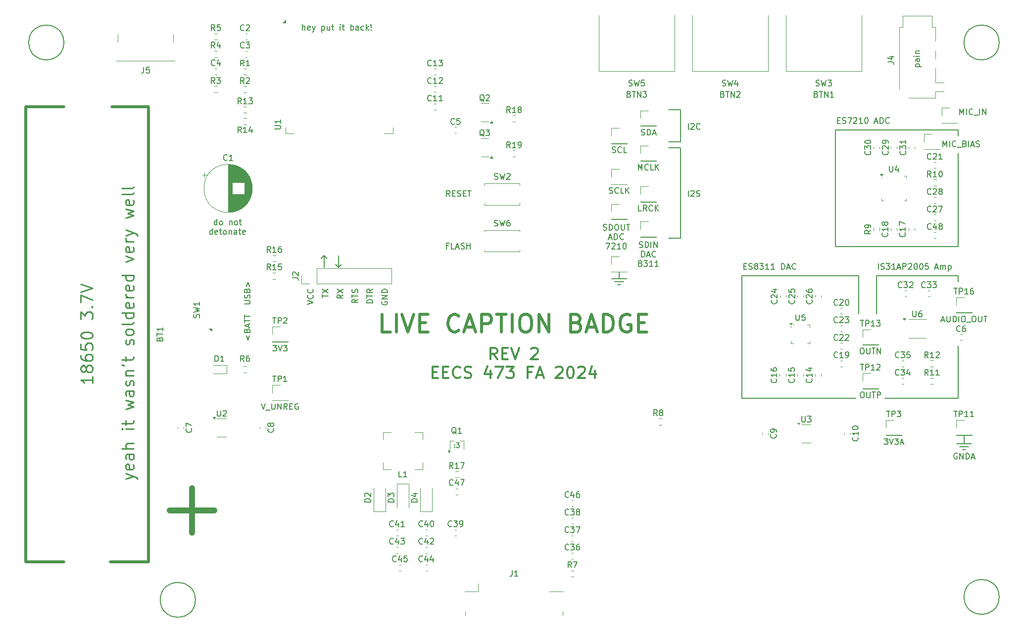
<source format=gbr>
%TF.GenerationSoftware,KiCad,Pcbnew,8.0.6*%
%TF.CreationDate,2024-11-25T17:46:05-05:00*%
%TF.ProjectId,live-caption-badge,6c697665-2d63-4617-9074-696f6e2d6261,2*%
%TF.SameCoordinates,Original*%
%TF.FileFunction,Legend,Top*%
%TF.FilePolarity,Positive*%
%FSLAX46Y46*%
G04 Gerber Fmt 4.6, Leading zero omitted, Abs format (unit mm)*
G04 Created by KiCad (PCBNEW 8.0.6) date 2024-11-25 17:46:05*
%MOMM*%
%LPD*%
G01*
G04 APERTURE LIST*
%ADD10C,0.200000*%
%ADD11C,0.150000*%
%ADD12C,0.250000*%
%ADD13C,0.500000*%
%ADD14C,0.300000*%
%ADD15C,1.000000*%
%ADD16C,0.120000*%
G04 APERTURE END LIST*
D10*
X143500000Y-46500000D02*
X143500000Y-52000000D01*
X191000000Y-96000000D02*
X191000000Y-87000000D01*
X82500000Y-71500000D02*
X82500000Y-73500000D01*
X85000000Y-73500000D02*
X85500000Y-73000000D01*
X191000000Y-76000000D02*
X191000000Y-75000000D01*
X82500000Y-71500000D02*
X82000000Y-72000000D01*
X60500000Y-130500000D02*
G75*
G02*
X54500000Y-130500000I-3000000J0D01*
G01*
X54500000Y-130500000D02*
G75*
G02*
X60500000Y-130500000I3000000J0D01*
G01*
X191000000Y-75000000D02*
X177000000Y-75000000D01*
X191000000Y-50000000D02*
X191000000Y-51000000D01*
X198000000Y-130000000D02*
G75*
G02*
X192000000Y-130000000I-3000000J0D01*
G01*
X192000000Y-130000000D02*
G75*
G02*
X198000000Y-130000000I3000000J0D01*
G01*
X192000000Y-102330000D02*
X192000000Y-103750000D01*
X190750000Y-103750000D02*
X193250000Y-103750000D01*
X85000000Y-73500000D02*
X85000000Y-71500000D01*
X191750000Y-104750000D02*
X192250000Y-104750000D01*
X82500000Y-71500000D02*
X83000000Y-72000000D01*
X132750000Y-76500000D02*
X133250000Y-76500000D01*
X154000000Y-96000000D02*
X173500000Y-96000000D01*
X191000000Y-70000000D02*
X170000000Y-70000000D01*
X170000000Y-70000000D02*
X170000000Y-50000000D01*
X191000000Y-54000000D02*
X191000000Y-70000000D01*
X85000000Y-73500000D02*
X84500000Y-73000000D01*
X177000000Y-75000000D02*
X177000000Y-81500000D01*
X191250000Y-104250000D02*
X192750000Y-104250000D01*
X174000000Y-81500000D02*
X174000000Y-75000000D01*
X141500000Y-53000000D02*
X143500000Y-53000000D01*
X133000000Y-75500000D02*
X133000000Y-74330000D01*
X198000000Y-35000000D02*
G75*
G02*
X192000000Y-35000000I-3000000J0D01*
G01*
X192000000Y-35000000D02*
G75*
G02*
X198000000Y-35000000I3000000J0D01*
G01*
X132250000Y-76000000D02*
X133750000Y-76000000D01*
X38000000Y-35000000D02*
G75*
G02*
X32000000Y-35000000I-3000000J0D01*
G01*
X32000000Y-35000000D02*
G75*
G02*
X38000000Y-35000000I3000000J0D01*
G01*
X131750000Y-75500000D02*
X134250000Y-75500000D01*
X174000000Y-75000000D02*
X154000000Y-75000000D01*
X143500000Y-53000000D02*
X143500000Y-68500000D01*
X170000000Y-50000000D02*
X191000000Y-50000000D01*
X154000000Y-75000000D02*
X154000000Y-96000000D01*
X141500000Y-46500000D02*
X143500000Y-46500000D01*
X178500000Y-96000000D02*
X191000000Y-96000000D01*
X143500000Y-68500000D02*
X141500000Y-68500000D01*
X143500000Y-52000000D02*
X141500000Y-52000000D01*
D11*
X144836779Y-49869819D02*
X144836779Y-48869819D01*
X145265350Y-48965057D02*
X145312969Y-48917438D01*
X145312969Y-48917438D02*
X145408207Y-48869819D01*
X145408207Y-48869819D02*
X145646302Y-48869819D01*
X145646302Y-48869819D02*
X145741540Y-48917438D01*
X145741540Y-48917438D02*
X145789159Y-48965057D01*
X145789159Y-48965057D02*
X145836778Y-49060295D01*
X145836778Y-49060295D02*
X145836778Y-49155533D01*
X145836778Y-49155533D02*
X145789159Y-49298390D01*
X145789159Y-49298390D02*
X145217731Y-49869819D01*
X145217731Y-49869819D02*
X145836778Y-49869819D01*
X146836778Y-49774580D02*
X146789159Y-49822200D01*
X146789159Y-49822200D02*
X146646302Y-49869819D01*
X146646302Y-49869819D02*
X146551064Y-49869819D01*
X146551064Y-49869819D02*
X146408207Y-49822200D01*
X146408207Y-49822200D02*
X146312969Y-49726961D01*
X146312969Y-49726961D02*
X146265350Y-49631723D01*
X146265350Y-49631723D02*
X146217731Y-49441247D01*
X146217731Y-49441247D02*
X146217731Y-49298390D01*
X146217731Y-49298390D02*
X146265350Y-49107914D01*
X146265350Y-49107914D02*
X146312969Y-49012676D01*
X146312969Y-49012676D02*
X146408207Y-48917438D01*
X146408207Y-48917438D02*
X146551064Y-48869819D01*
X146551064Y-48869819D02*
X146646302Y-48869819D01*
X146646302Y-48869819D02*
X146789159Y-48917438D01*
X146789159Y-48917438D02*
X146836778Y-48965057D01*
X183703152Y-39163220D02*
X184703152Y-39163220D01*
X183750771Y-39163220D02*
X183703152Y-39067982D01*
X183703152Y-39067982D02*
X183703152Y-38877506D01*
X183703152Y-38877506D02*
X183750771Y-38782268D01*
X183750771Y-38782268D02*
X183798390Y-38734649D01*
X183798390Y-38734649D02*
X183893628Y-38687030D01*
X183893628Y-38687030D02*
X184179342Y-38687030D01*
X184179342Y-38687030D02*
X184274580Y-38734649D01*
X184274580Y-38734649D02*
X184322200Y-38782268D01*
X184322200Y-38782268D02*
X184369819Y-38877506D01*
X184369819Y-38877506D02*
X184369819Y-39067982D01*
X184369819Y-39067982D02*
X184322200Y-39163220D01*
X184369819Y-37829887D02*
X183846009Y-37829887D01*
X183846009Y-37829887D02*
X183750771Y-37877506D01*
X183750771Y-37877506D02*
X183703152Y-37972744D01*
X183703152Y-37972744D02*
X183703152Y-38163220D01*
X183703152Y-38163220D02*
X183750771Y-38258458D01*
X184322200Y-37829887D02*
X184369819Y-37925125D01*
X184369819Y-37925125D02*
X184369819Y-38163220D01*
X184369819Y-38163220D02*
X184322200Y-38258458D01*
X184322200Y-38258458D02*
X184226961Y-38306077D01*
X184226961Y-38306077D02*
X184131723Y-38306077D01*
X184131723Y-38306077D02*
X184036485Y-38258458D01*
X184036485Y-38258458D02*
X183988866Y-38163220D01*
X183988866Y-38163220D02*
X183988866Y-37925125D01*
X183988866Y-37925125D02*
X183941247Y-37829887D01*
X184369819Y-37353696D02*
X183703152Y-37353696D01*
X183369819Y-37353696D02*
X183417438Y-37401315D01*
X183417438Y-37401315D02*
X183465057Y-37353696D01*
X183465057Y-37353696D02*
X183417438Y-37306077D01*
X183417438Y-37306077D02*
X183369819Y-37353696D01*
X183369819Y-37353696D02*
X183465057Y-37353696D01*
X183703152Y-36877506D02*
X184369819Y-36877506D01*
X183798390Y-36877506D02*
X183750771Y-36829887D01*
X183750771Y-36829887D02*
X183703152Y-36734649D01*
X183703152Y-36734649D02*
X183703152Y-36591792D01*
X183703152Y-36591792D02*
X183750771Y-36496554D01*
X183750771Y-36496554D02*
X183846009Y-36448935D01*
X183846009Y-36448935D02*
X184369819Y-36448935D01*
X92417438Y-79384398D02*
X92369819Y-79479636D01*
X92369819Y-79479636D02*
X92369819Y-79622493D01*
X92369819Y-79622493D02*
X92417438Y-79765350D01*
X92417438Y-79765350D02*
X92512676Y-79860588D01*
X92512676Y-79860588D02*
X92607914Y-79908207D01*
X92607914Y-79908207D02*
X92798390Y-79955826D01*
X92798390Y-79955826D02*
X92941247Y-79955826D01*
X92941247Y-79955826D02*
X93131723Y-79908207D01*
X93131723Y-79908207D02*
X93226961Y-79860588D01*
X93226961Y-79860588D02*
X93322200Y-79765350D01*
X93322200Y-79765350D02*
X93369819Y-79622493D01*
X93369819Y-79622493D02*
X93369819Y-79527255D01*
X93369819Y-79527255D02*
X93322200Y-79384398D01*
X93322200Y-79384398D02*
X93274580Y-79336779D01*
X93274580Y-79336779D02*
X92941247Y-79336779D01*
X92941247Y-79336779D02*
X92941247Y-79527255D01*
X93369819Y-78908207D02*
X92369819Y-78908207D01*
X92369819Y-78908207D02*
X93369819Y-78336779D01*
X93369819Y-78336779D02*
X92369819Y-78336779D01*
X93369819Y-77860588D02*
X92369819Y-77860588D01*
X92369819Y-77860588D02*
X92369819Y-77622493D01*
X92369819Y-77622493D02*
X92417438Y-77479636D01*
X92417438Y-77479636D02*
X92512676Y-77384398D01*
X92512676Y-77384398D02*
X92607914Y-77336779D01*
X92607914Y-77336779D02*
X92798390Y-77289160D01*
X92798390Y-77289160D02*
X92941247Y-77289160D01*
X92941247Y-77289160D02*
X93131723Y-77336779D01*
X93131723Y-77336779D02*
X93226961Y-77384398D01*
X93226961Y-77384398D02*
X93322200Y-77479636D01*
X93322200Y-77479636D02*
X93369819Y-77622493D01*
X93369819Y-77622493D02*
X93369819Y-77860588D01*
X88289819Y-79003446D02*
X87813628Y-79336779D01*
X88289819Y-79574874D02*
X87289819Y-79574874D01*
X87289819Y-79574874D02*
X87289819Y-79193922D01*
X87289819Y-79193922D02*
X87337438Y-79098684D01*
X87337438Y-79098684D02*
X87385057Y-79051065D01*
X87385057Y-79051065D02*
X87480295Y-79003446D01*
X87480295Y-79003446D02*
X87623152Y-79003446D01*
X87623152Y-79003446D02*
X87718390Y-79051065D01*
X87718390Y-79051065D02*
X87766009Y-79098684D01*
X87766009Y-79098684D02*
X87813628Y-79193922D01*
X87813628Y-79193922D02*
X87813628Y-79574874D01*
X87289819Y-78717731D02*
X87289819Y-78146303D01*
X88289819Y-78432017D02*
X87289819Y-78432017D01*
X88242200Y-77860588D02*
X88289819Y-77717731D01*
X88289819Y-77717731D02*
X88289819Y-77479636D01*
X88289819Y-77479636D02*
X88242200Y-77384398D01*
X88242200Y-77384398D02*
X88194580Y-77336779D01*
X88194580Y-77336779D02*
X88099342Y-77289160D01*
X88099342Y-77289160D02*
X88004104Y-77289160D01*
X88004104Y-77289160D02*
X87908866Y-77336779D01*
X87908866Y-77336779D02*
X87861247Y-77384398D01*
X87861247Y-77384398D02*
X87813628Y-77479636D01*
X87813628Y-77479636D02*
X87766009Y-77670112D01*
X87766009Y-77670112D02*
X87718390Y-77765350D01*
X87718390Y-77765350D02*
X87670771Y-77812969D01*
X87670771Y-77812969D02*
X87575533Y-77860588D01*
X87575533Y-77860588D02*
X87480295Y-77860588D01*
X87480295Y-77860588D02*
X87385057Y-77812969D01*
X87385057Y-77812969D02*
X87337438Y-77765350D01*
X87337438Y-77765350D02*
X87289819Y-77670112D01*
X87289819Y-77670112D02*
X87289819Y-77432017D01*
X87289819Y-77432017D02*
X87337438Y-77289160D01*
X136809523Y-63869819D02*
X136333333Y-63869819D01*
X136333333Y-63869819D02*
X136333333Y-62869819D01*
X137714285Y-63869819D02*
X137380952Y-63393628D01*
X137142857Y-63869819D02*
X137142857Y-62869819D01*
X137142857Y-62869819D02*
X137523809Y-62869819D01*
X137523809Y-62869819D02*
X137619047Y-62917438D01*
X137619047Y-62917438D02*
X137666666Y-62965057D01*
X137666666Y-62965057D02*
X137714285Y-63060295D01*
X137714285Y-63060295D02*
X137714285Y-63203152D01*
X137714285Y-63203152D02*
X137666666Y-63298390D01*
X137666666Y-63298390D02*
X137619047Y-63346009D01*
X137619047Y-63346009D02*
X137523809Y-63393628D01*
X137523809Y-63393628D02*
X137142857Y-63393628D01*
X138714285Y-63774580D02*
X138666666Y-63822200D01*
X138666666Y-63822200D02*
X138523809Y-63869819D01*
X138523809Y-63869819D02*
X138428571Y-63869819D01*
X138428571Y-63869819D02*
X138285714Y-63822200D01*
X138285714Y-63822200D02*
X138190476Y-63726961D01*
X138190476Y-63726961D02*
X138142857Y-63631723D01*
X138142857Y-63631723D02*
X138095238Y-63441247D01*
X138095238Y-63441247D02*
X138095238Y-63298390D01*
X138095238Y-63298390D02*
X138142857Y-63107914D01*
X138142857Y-63107914D02*
X138190476Y-63012676D01*
X138190476Y-63012676D02*
X138285714Y-62917438D01*
X138285714Y-62917438D02*
X138428571Y-62869819D01*
X138428571Y-62869819D02*
X138523809Y-62869819D01*
X138523809Y-62869819D02*
X138666666Y-62917438D01*
X138666666Y-62917438D02*
X138714285Y-62965057D01*
X139142857Y-63869819D02*
X139142857Y-62869819D01*
X139714285Y-63869819D02*
X139285714Y-63298390D01*
X139714285Y-62869819D02*
X139142857Y-63441247D01*
X174500000Y-94869819D02*
X174690476Y-94869819D01*
X174690476Y-94869819D02*
X174785714Y-94917438D01*
X174785714Y-94917438D02*
X174880952Y-95012676D01*
X174880952Y-95012676D02*
X174928571Y-95203152D01*
X174928571Y-95203152D02*
X174928571Y-95536485D01*
X174928571Y-95536485D02*
X174880952Y-95726961D01*
X174880952Y-95726961D02*
X174785714Y-95822200D01*
X174785714Y-95822200D02*
X174690476Y-95869819D01*
X174690476Y-95869819D02*
X174500000Y-95869819D01*
X174500000Y-95869819D02*
X174404762Y-95822200D01*
X174404762Y-95822200D02*
X174309524Y-95726961D01*
X174309524Y-95726961D02*
X174261905Y-95536485D01*
X174261905Y-95536485D02*
X174261905Y-95203152D01*
X174261905Y-95203152D02*
X174309524Y-95012676D01*
X174309524Y-95012676D02*
X174404762Y-94917438D01*
X174404762Y-94917438D02*
X174500000Y-94869819D01*
X175357143Y-94869819D02*
X175357143Y-95679342D01*
X175357143Y-95679342D02*
X175404762Y-95774580D01*
X175404762Y-95774580D02*
X175452381Y-95822200D01*
X175452381Y-95822200D02*
X175547619Y-95869819D01*
X175547619Y-95869819D02*
X175738095Y-95869819D01*
X175738095Y-95869819D02*
X175833333Y-95822200D01*
X175833333Y-95822200D02*
X175880952Y-95774580D01*
X175880952Y-95774580D02*
X175928571Y-95679342D01*
X175928571Y-95679342D02*
X175928571Y-94869819D01*
X176261905Y-94869819D02*
X176833333Y-94869819D01*
X176547619Y-95869819D02*
X176547619Y-94869819D01*
X177166667Y-95869819D02*
X177166667Y-94869819D01*
X177166667Y-94869819D02*
X177547619Y-94869819D01*
X177547619Y-94869819D02*
X177642857Y-94917438D01*
X177642857Y-94917438D02*
X177690476Y-94965057D01*
X177690476Y-94965057D02*
X177738095Y-95060295D01*
X177738095Y-95060295D02*
X177738095Y-95203152D01*
X177738095Y-95203152D02*
X177690476Y-95298390D01*
X177690476Y-95298390D02*
X177642857Y-95346009D01*
X177642857Y-95346009D02*
X177547619Y-95393628D01*
X177547619Y-95393628D02*
X177166667Y-95393628D01*
X131309524Y-60822200D02*
X131452381Y-60869819D01*
X131452381Y-60869819D02*
X131690476Y-60869819D01*
X131690476Y-60869819D02*
X131785714Y-60822200D01*
X131785714Y-60822200D02*
X131833333Y-60774580D01*
X131833333Y-60774580D02*
X131880952Y-60679342D01*
X131880952Y-60679342D02*
X131880952Y-60584104D01*
X131880952Y-60584104D02*
X131833333Y-60488866D01*
X131833333Y-60488866D02*
X131785714Y-60441247D01*
X131785714Y-60441247D02*
X131690476Y-60393628D01*
X131690476Y-60393628D02*
X131500000Y-60346009D01*
X131500000Y-60346009D02*
X131404762Y-60298390D01*
X131404762Y-60298390D02*
X131357143Y-60250771D01*
X131357143Y-60250771D02*
X131309524Y-60155533D01*
X131309524Y-60155533D02*
X131309524Y-60060295D01*
X131309524Y-60060295D02*
X131357143Y-59965057D01*
X131357143Y-59965057D02*
X131404762Y-59917438D01*
X131404762Y-59917438D02*
X131500000Y-59869819D01*
X131500000Y-59869819D02*
X131738095Y-59869819D01*
X131738095Y-59869819D02*
X131880952Y-59917438D01*
X132880952Y-60774580D02*
X132833333Y-60822200D01*
X132833333Y-60822200D02*
X132690476Y-60869819D01*
X132690476Y-60869819D02*
X132595238Y-60869819D01*
X132595238Y-60869819D02*
X132452381Y-60822200D01*
X132452381Y-60822200D02*
X132357143Y-60726961D01*
X132357143Y-60726961D02*
X132309524Y-60631723D01*
X132309524Y-60631723D02*
X132261905Y-60441247D01*
X132261905Y-60441247D02*
X132261905Y-60298390D01*
X132261905Y-60298390D02*
X132309524Y-60107914D01*
X132309524Y-60107914D02*
X132357143Y-60012676D01*
X132357143Y-60012676D02*
X132452381Y-59917438D01*
X132452381Y-59917438D02*
X132595238Y-59869819D01*
X132595238Y-59869819D02*
X132690476Y-59869819D01*
X132690476Y-59869819D02*
X132833333Y-59917438D01*
X132833333Y-59917438D02*
X132880952Y-59965057D01*
X133785714Y-60869819D02*
X133309524Y-60869819D01*
X133309524Y-60869819D02*
X133309524Y-59869819D01*
X134119048Y-60869819D02*
X134119048Y-59869819D01*
X134690476Y-60869819D02*
X134261905Y-60298390D01*
X134690476Y-59869819D02*
X134119048Y-60441247D01*
X130285714Y-67102312D02*
X130428571Y-67149931D01*
X130428571Y-67149931D02*
X130666666Y-67149931D01*
X130666666Y-67149931D02*
X130761904Y-67102312D01*
X130761904Y-67102312D02*
X130809523Y-67054692D01*
X130809523Y-67054692D02*
X130857142Y-66959454D01*
X130857142Y-66959454D02*
X130857142Y-66864216D01*
X130857142Y-66864216D02*
X130809523Y-66768978D01*
X130809523Y-66768978D02*
X130761904Y-66721359D01*
X130761904Y-66721359D02*
X130666666Y-66673740D01*
X130666666Y-66673740D02*
X130476190Y-66626121D01*
X130476190Y-66626121D02*
X130380952Y-66578502D01*
X130380952Y-66578502D02*
X130333333Y-66530883D01*
X130333333Y-66530883D02*
X130285714Y-66435645D01*
X130285714Y-66435645D02*
X130285714Y-66340407D01*
X130285714Y-66340407D02*
X130333333Y-66245169D01*
X130333333Y-66245169D02*
X130380952Y-66197550D01*
X130380952Y-66197550D02*
X130476190Y-66149931D01*
X130476190Y-66149931D02*
X130714285Y-66149931D01*
X130714285Y-66149931D02*
X130857142Y-66197550D01*
X131285714Y-67149931D02*
X131285714Y-66149931D01*
X131285714Y-66149931D02*
X131523809Y-66149931D01*
X131523809Y-66149931D02*
X131666666Y-66197550D01*
X131666666Y-66197550D02*
X131761904Y-66292788D01*
X131761904Y-66292788D02*
X131809523Y-66388026D01*
X131809523Y-66388026D02*
X131857142Y-66578502D01*
X131857142Y-66578502D02*
X131857142Y-66721359D01*
X131857142Y-66721359D02*
X131809523Y-66911835D01*
X131809523Y-66911835D02*
X131761904Y-67007073D01*
X131761904Y-67007073D02*
X131666666Y-67102312D01*
X131666666Y-67102312D02*
X131523809Y-67149931D01*
X131523809Y-67149931D02*
X131285714Y-67149931D01*
X132476190Y-66149931D02*
X132666666Y-66149931D01*
X132666666Y-66149931D02*
X132761904Y-66197550D01*
X132761904Y-66197550D02*
X132857142Y-66292788D01*
X132857142Y-66292788D02*
X132904761Y-66483264D01*
X132904761Y-66483264D02*
X132904761Y-66816597D01*
X132904761Y-66816597D02*
X132857142Y-67007073D01*
X132857142Y-67007073D02*
X132761904Y-67102312D01*
X132761904Y-67102312D02*
X132666666Y-67149931D01*
X132666666Y-67149931D02*
X132476190Y-67149931D01*
X132476190Y-67149931D02*
X132380952Y-67102312D01*
X132380952Y-67102312D02*
X132285714Y-67007073D01*
X132285714Y-67007073D02*
X132238095Y-66816597D01*
X132238095Y-66816597D02*
X132238095Y-66483264D01*
X132238095Y-66483264D02*
X132285714Y-66292788D01*
X132285714Y-66292788D02*
X132380952Y-66197550D01*
X132380952Y-66197550D02*
X132476190Y-66149931D01*
X133333333Y-66149931D02*
X133333333Y-66959454D01*
X133333333Y-66959454D02*
X133380952Y-67054692D01*
X133380952Y-67054692D02*
X133428571Y-67102312D01*
X133428571Y-67102312D02*
X133523809Y-67149931D01*
X133523809Y-67149931D02*
X133714285Y-67149931D01*
X133714285Y-67149931D02*
X133809523Y-67102312D01*
X133809523Y-67102312D02*
X133857142Y-67054692D01*
X133857142Y-67054692D02*
X133904761Y-66959454D01*
X133904761Y-66959454D02*
X133904761Y-66149931D01*
X134238095Y-66149931D02*
X134809523Y-66149931D01*
X134523809Y-67149931D02*
X134523809Y-66149931D01*
X131261905Y-68474160D02*
X131738095Y-68474160D01*
X131166667Y-68759875D02*
X131500000Y-67759875D01*
X131500000Y-67759875D02*
X131833333Y-68759875D01*
X132166667Y-68759875D02*
X132166667Y-67759875D01*
X132166667Y-67759875D02*
X132404762Y-67759875D01*
X132404762Y-67759875D02*
X132547619Y-67807494D01*
X132547619Y-67807494D02*
X132642857Y-67902732D01*
X132642857Y-67902732D02*
X132690476Y-67997970D01*
X132690476Y-67997970D02*
X132738095Y-68188446D01*
X132738095Y-68188446D02*
X132738095Y-68331303D01*
X132738095Y-68331303D02*
X132690476Y-68521779D01*
X132690476Y-68521779D02*
X132642857Y-68617017D01*
X132642857Y-68617017D02*
X132547619Y-68712256D01*
X132547619Y-68712256D02*
X132404762Y-68759875D01*
X132404762Y-68759875D02*
X132166667Y-68759875D01*
X133738095Y-68664636D02*
X133690476Y-68712256D01*
X133690476Y-68712256D02*
X133547619Y-68759875D01*
X133547619Y-68759875D02*
X133452381Y-68759875D01*
X133452381Y-68759875D02*
X133309524Y-68712256D01*
X133309524Y-68712256D02*
X133214286Y-68617017D01*
X133214286Y-68617017D02*
X133166667Y-68521779D01*
X133166667Y-68521779D02*
X133119048Y-68331303D01*
X133119048Y-68331303D02*
X133119048Y-68188446D01*
X133119048Y-68188446D02*
X133166667Y-67997970D01*
X133166667Y-67997970D02*
X133214286Y-67902732D01*
X133214286Y-67902732D02*
X133309524Y-67807494D01*
X133309524Y-67807494D02*
X133452381Y-67759875D01*
X133452381Y-67759875D02*
X133547619Y-67759875D01*
X133547619Y-67759875D02*
X133690476Y-67807494D01*
X133690476Y-67807494D02*
X133738095Y-67855113D01*
X130738095Y-69369819D02*
X131404761Y-69369819D01*
X131404761Y-69369819D02*
X130976190Y-70369819D01*
X131738095Y-69465057D02*
X131785714Y-69417438D01*
X131785714Y-69417438D02*
X131880952Y-69369819D01*
X131880952Y-69369819D02*
X132119047Y-69369819D01*
X132119047Y-69369819D02*
X132214285Y-69417438D01*
X132214285Y-69417438D02*
X132261904Y-69465057D01*
X132261904Y-69465057D02*
X132309523Y-69560295D01*
X132309523Y-69560295D02*
X132309523Y-69655533D01*
X132309523Y-69655533D02*
X132261904Y-69798390D01*
X132261904Y-69798390D02*
X131690476Y-70369819D01*
X131690476Y-70369819D02*
X132309523Y-70369819D01*
X133261904Y-70369819D02*
X132690476Y-70369819D01*
X132976190Y-70369819D02*
X132976190Y-69369819D01*
X132976190Y-69369819D02*
X132880952Y-69512676D01*
X132880952Y-69512676D02*
X132785714Y-69607914D01*
X132785714Y-69607914D02*
X132690476Y-69655533D01*
X133880952Y-69369819D02*
X133976190Y-69369819D01*
X133976190Y-69369819D02*
X134071428Y-69417438D01*
X134071428Y-69417438D02*
X134119047Y-69465057D01*
X134119047Y-69465057D02*
X134166666Y-69560295D01*
X134166666Y-69560295D02*
X134214285Y-69750771D01*
X134214285Y-69750771D02*
X134214285Y-69988866D01*
X134214285Y-69988866D02*
X134166666Y-70179342D01*
X134166666Y-70179342D02*
X134119047Y-70274580D01*
X134119047Y-70274580D02*
X134071428Y-70322200D01*
X134071428Y-70322200D02*
X133976190Y-70369819D01*
X133976190Y-70369819D02*
X133880952Y-70369819D01*
X133880952Y-70369819D02*
X133785714Y-70322200D01*
X133785714Y-70322200D02*
X133738095Y-70274580D01*
X133738095Y-70274580D02*
X133690476Y-70179342D01*
X133690476Y-70179342D02*
X133642857Y-69988866D01*
X133642857Y-69988866D02*
X133642857Y-69750771D01*
X133642857Y-69750771D02*
X133690476Y-69560295D01*
X133690476Y-69560295D02*
X133738095Y-69465057D01*
X133738095Y-69465057D02*
X133785714Y-69417438D01*
X133785714Y-69417438D02*
X133880952Y-69369819D01*
X104047618Y-61369819D02*
X103714285Y-60893628D01*
X103476190Y-61369819D02*
X103476190Y-60369819D01*
X103476190Y-60369819D02*
X103857142Y-60369819D01*
X103857142Y-60369819D02*
X103952380Y-60417438D01*
X103952380Y-60417438D02*
X103999999Y-60465057D01*
X103999999Y-60465057D02*
X104047618Y-60560295D01*
X104047618Y-60560295D02*
X104047618Y-60703152D01*
X104047618Y-60703152D02*
X103999999Y-60798390D01*
X103999999Y-60798390D02*
X103952380Y-60846009D01*
X103952380Y-60846009D02*
X103857142Y-60893628D01*
X103857142Y-60893628D02*
X103476190Y-60893628D01*
X104476190Y-60846009D02*
X104809523Y-60846009D01*
X104952380Y-61369819D02*
X104476190Y-61369819D01*
X104476190Y-61369819D02*
X104476190Y-60369819D01*
X104476190Y-60369819D02*
X104952380Y-60369819D01*
X105333333Y-61322200D02*
X105476190Y-61369819D01*
X105476190Y-61369819D02*
X105714285Y-61369819D01*
X105714285Y-61369819D02*
X105809523Y-61322200D01*
X105809523Y-61322200D02*
X105857142Y-61274580D01*
X105857142Y-61274580D02*
X105904761Y-61179342D01*
X105904761Y-61179342D02*
X105904761Y-61084104D01*
X105904761Y-61084104D02*
X105857142Y-60988866D01*
X105857142Y-60988866D02*
X105809523Y-60941247D01*
X105809523Y-60941247D02*
X105714285Y-60893628D01*
X105714285Y-60893628D02*
X105523809Y-60846009D01*
X105523809Y-60846009D02*
X105428571Y-60798390D01*
X105428571Y-60798390D02*
X105380952Y-60750771D01*
X105380952Y-60750771D02*
X105333333Y-60655533D01*
X105333333Y-60655533D02*
X105333333Y-60560295D01*
X105333333Y-60560295D02*
X105380952Y-60465057D01*
X105380952Y-60465057D02*
X105428571Y-60417438D01*
X105428571Y-60417438D02*
X105523809Y-60369819D01*
X105523809Y-60369819D02*
X105761904Y-60369819D01*
X105761904Y-60369819D02*
X105904761Y-60417438D01*
X106333333Y-60846009D02*
X106666666Y-60846009D01*
X106809523Y-61369819D02*
X106333333Y-61369819D01*
X106333333Y-61369819D02*
X106333333Y-60369819D01*
X106333333Y-60369819D02*
X106809523Y-60369819D01*
X107095238Y-60369819D02*
X107666666Y-60369819D01*
X107380952Y-61369819D02*
X107380952Y-60369819D01*
X103809523Y-69846009D02*
X103476190Y-69846009D01*
X103476190Y-70369819D02*
X103476190Y-69369819D01*
X103476190Y-69369819D02*
X103952380Y-69369819D01*
X104809523Y-70369819D02*
X104333333Y-70369819D01*
X104333333Y-70369819D02*
X104333333Y-69369819D01*
X105095238Y-70084104D02*
X105571428Y-70084104D01*
X105000000Y-70369819D02*
X105333333Y-69369819D01*
X105333333Y-69369819D02*
X105666666Y-70369819D01*
X105952381Y-70322200D02*
X106095238Y-70369819D01*
X106095238Y-70369819D02*
X106333333Y-70369819D01*
X106333333Y-70369819D02*
X106428571Y-70322200D01*
X106428571Y-70322200D02*
X106476190Y-70274580D01*
X106476190Y-70274580D02*
X106523809Y-70179342D01*
X106523809Y-70179342D02*
X106523809Y-70084104D01*
X106523809Y-70084104D02*
X106476190Y-69988866D01*
X106476190Y-69988866D02*
X106428571Y-69941247D01*
X106428571Y-69941247D02*
X106333333Y-69893628D01*
X106333333Y-69893628D02*
X106142857Y-69846009D01*
X106142857Y-69846009D02*
X106047619Y-69798390D01*
X106047619Y-69798390D02*
X106000000Y-69750771D01*
X106000000Y-69750771D02*
X105952381Y-69655533D01*
X105952381Y-69655533D02*
X105952381Y-69560295D01*
X105952381Y-69560295D02*
X106000000Y-69465057D01*
X106000000Y-69465057D02*
X106047619Y-69417438D01*
X106047619Y-69417438D02*
X106142857Y-69369819D01*
X106142857Y-69369819D02*
X106380952Y-69369819D01*
X106380952Y-69369819D02*
X106523809Y-69417438D01*
X106952381Y-70369819D02*
X106952381Y-69369819D01*
X106952381Y-69846009D02*
X107523809Y-69846009D01*
X107523809Y-70369819D02*
X107523809Y-69369819D01*
X64190475Y-66259875D02*
X64190475Y-65259875D01*
X64190475Y-66212256D02*
X64095237Y-66259875D01*
X64095237Y-66259875D02*
X63904761Y-66259875D01*
X63904761Y-66259875D02*
X63809523Y-66212256D01*
X63809523Y-66212256D02*
X63761904Y-66164636D01*
X63761904Y-66164636D02*
X63714285Y-66069398D01*
X63714285Y-66069398D02*
X63714285Y-65783684D01*
X63714285Y-65783684D02*
X63761904Y-65688446D01*
X63761904Y-65688446D02*
X63809523Y-65640827D01*
X63809523Y-65640827D02*
X63904761Y-65593208D01*
X63904761Y-65593208D02*
X64095237Y-65593208D01*
X64095237Y-65593208D02*
X64190475Y-65640827D01*
X64809523Y-66259875D02*
X64714285Y-66212256D01*
X64714285Y-66212256D02*
X64666666Y-66164636D01*
X64666666Y-66164636D02*
X64619047Y-66069398D01*
X64619047Y-66069398D02*
X64619047Y-65783684D01*
X64619047Y-65783684D02*
X64666666Y-65688446D01*
X64666666Y-65688446D02*
X64714285Y-65640827D01*
X64714285Y-65640827D02*
X64809523Y-65593208D01*
X64809523Y-65593208D02*
X64952380Y-65593208D01*
X64952380Y-65593208D02*
X65047618Y-65640827D01*
X65047618Y-65640827D02*
X65095237Y-65688446D01*
X65095237Y-65688446D02*
X65142856Y-65783684D01*
X65142856Y-65783684D02*
X65142856Y-66069398D01*
X65142856Y-66069398D02*
X65095237Y-66164636D01*
X65095237Y-66164636D02*
X65047618Y-66212256D01*
X65047618Y-66212256D02*
X64952380Y-66259875D01*
X64952380Y-66259875D02*
X64809523Y-66259875D01*
X66333333Y-65593208D02*
X66333333Y-66259875D01*
X66333333Y-65688446D02*
X66380952Y-65640827D01*
X66380952Y-65640827D02*
X66476190Y-65593208D01*
X66476190Y-65593208D02*
X66619047Y-65593208D01*
X66619047Y-65593208D02*
X66714285Y-65640827D01*
X66714285Y-65640827D02*
X66761904Y-65736065D01*
X66761904Y-65736065D02*
X66761904Y-66259875D01*
X67380952Y-66259875D02*
X67285714Y-66212256D01*
X67285714Y-66212256D02*
X67238095Y-66164636D01*
X67238095Y-66164636D02*
X67190476Y-66069398D01*
X67190476Y-66069398D02*
X67190476Y-65783684D01*
X67190476Y-65783684D02*
X67238095Y-65688446D01*
X67238095Y-65688446D02*
X67285714Y-65640827D01*
X67285714Y-65640827D02*
X67380952Y-65593208D01*
X67380952Y-65593208D02*
X67523809Y-65593208D01*
X67523809Y-65593208D02*
X67619047Y-65640827D01*
X67619047Y-65640827D02*
X67666666Y-65688446D01*
X67666666Y-65688446D02*
X67714285Y-65783684D01*
X67714285Y-65783684D02*
X67714285Y-66069398D01*
X67714285Y-66069398D02*
X67666666Y-66164636D01*
X67666666Y-66164636D02*
X67619047Y-66212256D01*
X67619047Y-66212256D02*
X67523809Y-66259875D01*
X67523809Y-66259875D02*
X67380952Y-66259875D01*
X68000000Y-65593208D02*
X68380952Y-65593208D01*
X68142857Y-65259875D02*
X68142857Y-66117017D01*
X68142857Y-66117017D02*
X68190476Y-66212256D01*
X68190476Y-66212256D02*
X68285714Y-66259875D01*
X68285714Y-66259875D02*
X68380952Y-66259875D01*
X63428570Y-67869819D02*
X63428570Y-66869819D01*
X63428570Y-67822200D02*
X63333332Y-67869819D01*
X63333332Y-67869819D02*
X63142856Y-67869819D01*
X63142856Y-67869819D02*
X63047618Y-67822200D01*
X63047618Y-67822200D02*
X62999999Y-67774580D01*
X62999999Y-67774580D02*
X62952380Y-67679342D01*
X62952380Y-67679342D02*
X62952380Y-67393628D01*
X62952380Y-67393628D02*
X62999999Y-67298390D01*
X62999999Y-67298390D02*
X63047618Y-67250771D01*
X63047618Y-67250771D02*
X63142856Y-67203152D01*
X63142856Y-67203152D02*
X63333332Y-67203152D01*
X63333332Y-67203152D02*
X63428570Y-67250771D01*
X64285713Y-67822200D02*
X64190475Y-67869819D01*
X64190475Y-67869819D02*
X63999999Y-67869819D01*
X63999999Y-67869819D02*
X63904761Y-67822200D01*
X63904761Y-67822200D02*
X63857142Y-67726961D01*
X63857142Y-67726961D02*
X63857142Y-67346009D01*
X63857142Y-67346009D02*
X63904761Y-67250771D01*
X63904761Y-67250771D02*
X63999999Y-67203152D01*
X63999999Y-67203152D02*
X64190475Y-67203152D01*
X64190475Y-67203152D02*
X64285713Y-67250771D01*
X64285713Y-67250771D02*
X64333332Y-67346009D01*
X64333332Y-67346009D02*
X64333332Y-67441247D01*
X64333332Y-67441247D02*
X63857142Y-67536485D01*
X64619047Y-67203152D02*
X64999999Y-67203152D01*
X64761904Y-66869819D02*
X64761904Y-67726961D01*
X64761904Y-67726961D02*
X64809523Y-67822200D01*
X64809523Y-67822200D02*
X64904761Y-67869819D01*
X64904761Y-67869819D02*
X64999999Y-67869819D01*
X65476190Y-67869819D02*
X65380952Y-67822200D01*
X65380952Y-67822200D02*
X65333333Y-67774580D01*
X65333333Y-67774580D02*
X65285714Y-67679342D01*
X65285714Y-67679342D02*
X65285714Y-67393628D01*
X65285714Y-67393628D02*
X65333333Y-67298390D01*
X65333333Y-67298390D02*
X65380952Y-67250771D01*
X65380952Y-67250771D02*
X65476190Y-67203152D01*
X65476190Y-67203152D02*
X65619047Y-67203152D01*
X65619047Y-67203152D02*
X65714285Y-67250771D01*
X65714285Y-67250771D02*
X65761904Y-67298390D01*
X65761904Y-67298390D02*
X65809523Y-67393628D01*
X65809523Y-67393628D02*
X65809523Y-67679342D01*
X65809523Y-67679342D02*
X65761904Y-67774580D01*
X65761904Y-67774580D02*
X65714285Y-67822200D01*
X65714285Y-67822200D02*
X65619047Y-67869819D01*
X65619047Y-67869819D02*
X65476190Y-67869819D01*
X66238095Y-67203152D02*
X66238095Y-67869819D01*
X66238095Y-67298390D02*
X66285714Y-67250771D01*
X66285714Y-67250771D02*
X66380952Y-67203152D01*
X66380952Y-67203152D02*
X66523809Y-67203152D01*
X66523809Y-67203152D02*
X66619047Y-67250771D01*
X66619047Y-67250771D02*
X66666666Y-67346009D01*
X66666666Y-67346009D02*
X66666666Y-67869819D01*
X67571428Y-67869819D02*
X67571428Y-67346009D01*
X67571428Y-67346009D02*
X67523809Y-67250771D01*
X67523809Y-67250771D02*
X67428571Y-67203152D01*
X67428571Y-67203152D02*
X67238095Y-67203152D01*
X67238095Y-67203152D02*
X67142857Y-67250771D01*
X67571428Y-67822200D02*
X67476190Y-67869819D01*
X67476190Y-67869819D02*
X67238095Y-67869819D01*
X67238095Y-67869819D02*
X67142857Y-67822200D01*
X67142857Y-67822200D02*
X67095238Y-67726961D01*
X67095238Y-67726961D02*
X67095238Y-67631723D01*
X67095238Y-67631723D02*
X67142857Y-67536485D01*
X67142857Y-67536485D02*
X67238095Y-67488866D01*
X67238095Y-67488866D02*
X67476190Y-67488866D01*
X67476190Y-67488866D02*
X67571428Y-67441247D01*
X67904762Y-67203152D02*
X68285714Y-67203152D01*
X68047619Y-66869819D02*
X68047619Y-67726961D01*
X68047619Y-67726961D02*
X68095238Y-67822200D01*
X68095238Y-67822200D02*
X68190476Y-67869819D01*
X68190476Y-67869819D02*
X68285714Y-67869819D01*
X69000000Y-67822200D02*
X68904762Y-67869819D01*
X68904762Y-67869819D02*
X68714286Y-67869819D01*
X68714286Y-67869819D02*
X68619048Y-67822200D01*
X68619048Y-67822200D02*
X68571429Y-67726961D01*
X68571429Y-67726961D02*
X68571429Y-67346009D01*
X68571429Y-67346009D02*
X68619048Y-67250771D01*
X68619048Y-67250771D02*
X68714286Y-67203152D01*
X68714286Y-67203152D02*
X68904762Y-67203152D01*
X68904762Y-67203152D02*
X69000000Y-67250771D01*
X69000000Y-67250771D02*
X69047619Y-67346009D01*
X69047619Y-67346009D02*
X69047619Y-67441247D01*
X69047619Y-67441247D02*
X68571429Y-67536485D01*
X69203152Y-85190476D02*
X69488866Y-85952380D01*
X69488866Y-85952380D02*
X69774580Y-85190476D01*
X69346009Y-84380952D02*
X69393628Y-84238095D01*
X69393628Y-84238095D02*
X69441247Y-84190476D01*
X69441247Y-84190476D02*
X69536485Y-84142857D01*
X69536485Y-84142857D02*
X69679342Y-84142857D01*
X69679342Y-84142857D02*
X69774580Y-84190476D01*
X69774580Y-84190476D02*
X69822200Y-84238095D01*
X69822200Y-84238095D02*
X69869819Y-84333333D01*
X69869819Y-84333333D02*
X69869819Y-84714285D01*
X69869819Y-84714285D02*
X68869819Y-84714285D01*
X68869819Y-84714285D02*
X68869819Y-84380952D01*
X68869819Y-84380952D02*
X68917438Y-84285714D01*
X68917438Y-84285714D02*
X68965057Y-84238095D01*
X68965057Y-84238095D02*
X69060295Y-84190476D01*
X69060295Y-84190476D02*
X69155533Y-84190476D01*
X69155533Y-84190476D02*
X69250771Y-84238095D01*
X69250771Y-84238095D02*
X69298390Y-84285714D01*
X69298390Y-84285714D02*
X69346009Y-84380952D01*
X69346009Y-84380952D02*
X69346009Y-84714285D01*
X69584104Y-83761904D02*
X69584104Y-83285714D01*
X69869819Y-83857142D02*
X68869819Y-83523809D01*
X68869819Y-83523809D02*
X69869819Y-83190476D01*
X68869819Y-82999999D02*
X68869819Y-82428571D01*
X69869819Y-82714285D02*
X68869819Y-82714285D01*
X68869819Y-82238094D02*
X68869819Y-81666666D01*
X69869819Y-81952380D02*
X68869819Y-81952380D01*
X68869819Y-79809522D02*
X69679342Y-79809522D01*
X69679342Y-79809522D02*
X69774580Y-79761903D01*
X69774580Y-79761903D02*
X69822200Y-79714284D01*
X69822200Y-79714284D02*
X69869819Y-79619046D01*
X69869819Y-79619046D02*
X69869819Y-79428570D01*
X69869819Y-79428570D02*
X69822200Y-79333332D01*
X69822200Y-79333332D02*
X69774580Y-79285713D01*
X69774580Y-79285713D02*
X69679342Y-79238094D01*
X69679342Y-79238094D02*
X68869819Y-79238094D01*
X69822200Y-78809522D02*
X69869819Y-78666665D01*
X69869819Y-78666665D02*
X69869819Y-78428570D01*
X69869819Y-78428570D02*
X69822200Y-78333332D01*
X69822200Y-78333332D02*
X69774580Y-78285713D01*
X69774580Y-78285713D02*
X69679342Y-78238094D01*
X69679342Y-78238094D02*
X69584104Y-78238094D01*
X69584104Y-78238094D02*
X69488866Y-78285713D01*
X69488866Y-78285713D02*
X69441247Y-78333332D01*
X69441247Y-78333332D02*
X69393628Y-78428570D01*
X69393628Y-78428570D02*
X69346009Y-78619046D01*
X69346009Y-78619046D02*
X69298390Y-78714284D01*
X69298390Y-78714284D02*
X69250771Y-78761903D01*
X69250771Y-78761903D02*
X69155533Y-78809522D01*
X69155533Y-78809522D02*
X69060295Y-78809522D01*
X69060295Y-78809522D02*
X68965057Y-78761903D01*
X68965057Y-78761903D02*
X68917438Y-78714284D01*
X68917438Y-78714284D02*
X68869819Y-78619046D01*
X68869819Y-78619046D02*
X68869819Y-78380951D01*
X68869819Y-78380951D02*
X68917438Y-78238094D01*
X69346009Y-77476189D02*
X69393628Y-77333332D01*
X69393628Y-77333332D02*
X69441247Y-77285713D01*
X69441247Y-77285713D02*
X69536485Y-77238094D01*
X69536485Y-77238094D02*
X69679342Y-77238094D01*
X69679342Y-77238094D02*
X69774580Y-77285713D01*
X69774580Y-77285713D02*
X69822200Y-77333332D01*
X69822200Y-77333332D02*
X69869819Y-77428570D01*
X69869819Y-77428570D02*
X69869819Y-77809522D01*
X69869819Y-77809522D02*
X68869819Y-77809522D01*
X68869819Y-77809522D02*
X68869819Y-77476189D01*
X68869819Y-77476189D02*
X68917438Y-77380951D01*
X68917438Y-77380951D02*
X68965057Y-77333332D01*
X68965057Y-77333332D02*
X69060295Y-77285713D01*
X69060295Y-77285713D02*
X69155533Y-77285713D01*
X69155533Y-77285713D02*
X69250771Y-77333332D01*
X69250771Y-77333332D02*
X69298390Y-77380951D01*
X69298390Y-77380951D02*
X69346009Y-77476189D01*
X69346009Y-77476189D02*
X69346009Y-77809522D01*
X69203152Y-76809522D02*
X69488866Y-76047618D01*
X69488866Y-76047618D02*
X69774580Y-76809522D01*
X71785714Y-96869819D02*
X72119047Y-97869819D01*
X72119047Y-97869819D02*
X72452380Y-96869819D01*
X72547619Y-97965057D02*
X73309523Y-97965057D01*
X73547619Y-96869819D02*
X73547619Y-97679342D01*
X73547619Y-97679342D02*
X73595238Y-97774580D01*
X73595238Y-97774580D02*
X73642857Y-97822200D01*
X73642857Y-97822200D02*
X73738095Y-97869819D01*
X73738095Y-97869819D02*
X73928571Y-97869819D01*
X73928571Y-97869819D02*
X74023809Y-97822200D01*
X74023809Y-97822200D02*
X74071428Y-97774580D01*
X74071428Y-97774580D02*
X74119047Y-97679342D01*
X74119047Y-97679342D02*
X74119047Y-96869819D01*
X74595238Y-97869819D02*
X74595238Y-96869819D01*
X74595238Y-96869819D02*
X75166666Y-97869819D01*
X75166666Y-97869819D02*
X75166666Y-96869819D01*
X76214285Y-97869819D02*
X75880952Y-97393628D01*
X75642857Y-97869819D02*
X75642857Y-96869819D01*
X75642857Y-96869819D02*
X76023809Y-96869819D01*
X76023809Y-96869819D02*
X76119047Y-96917438D01*
X76119047Y-96917438D02*
X76166666Y-96965057D01*
X76166666Y-96965057D02*
X76214285Y-97060295D01*
X76214285Y-97060295D02*
X76214285Y-97203152D01*
X76214285Y-97203152D02*
X76166666Y-97298390D01*
X76166666Y-97298390D02*
X76119047Y-97346009D01*
X76119047Y-97346009D02*
X76023809Y-97393628D01*
X76023809Y-97393628D02*
X75642857Y-97393628D01*
X76642857Y-97346009D02*
X76976190Y-97346009D01*
X77119047Y-97869819D02*
X76642857Y-97869819D01*
X76642857Y-97869819D02*
X76642857Y-96869819D01*
X76642857Y-96869819D02*
X77119047Y-96869819D01*
X78071428Y-96917438D02*
X77976190Y-96869819D01*
X77976190Y-96869819D02*
X77833333Y-96869819D01*
X77833333Y-96869819D02*
X77690476Y-96917438D01*
X77690476Y-96917438D02*
X77595238Y-97012676D01*
X77595238Y-97012676D02*
X77547619Y-97107914D01*
X77547619Y-97107914D02*
X77500000Y-97298390D01*
X77500000Y-97298390D02*
X77500000Y-97441247D01*
X77500000Y-97441247D02*
X77547619Y-97631723D01*
X77547619Y-97631723D02*
X77595238Y-97726961D01*
X77595238Y-97726961D02*
X77690476Y-97822200D01*
X77690476Y-97822200D02*
X77833333Y-97869819D01*
X77833333Y-97869819D02*
X77928571Y-97869819D01*
X77928571Y-97869819D02*
X78071428Y-97822200D01*
X78071428Y-97822200D02*
X78119047Y-97774580D01*
X78119047Y-97774580D02*
X78119047Y-97441247D01*
X78119047Y-97441247D02*
X77928571Y-97441247D01*
X134690476Y-43846009D02*
X134833333Y-43893628D01*
X134833333Y-43893628D02*
X134880952Y-43941247D01*
X134880952Y-43941247D02*
X134928571Y-44036485D01*
X134928571Y-44036485D02*
X134928571Y-44179342D01*
X134928571Y-44179342D02*
X134880952Y-44274580D01*
X134880952Y-44274580D02*
X134833333Y-44322200D01*
X134833333Y-44322200D02*
X134738095Y-44369819D01*
X134738095Y-44369819D02*
X134357143Y-44369819D01*
X134357143Y-44369819D02*
X134357143Y-43369819D01*
X134357143Y-43369819D02*
X134690476Y-43369819D01*
X134690476Y-43369819D02*
X134785714Y-43417438D01*
X134785714Y-43417438D02*
X134833333Y-43465057D01*
X134833333Y-43465057D02*
X134880952Y-43560295D01*
X134880952Y-43560295D02*
X134880952Y-43655533D01*
X134880952Y-43655533D02*
X134833333Y-43750771D01*
X134833333Y-43750771D02*
X134785714Y-43798390D01*
X134785714Y-43798390D02*
X134690476Y-43846009D01*
X134690476Y-43846009D02*
X134357143Y-43846009D01*
X135214286Y-43369819D02*
X135785714Y-43369819D01*
X135500000Y-44369819D02*
X135500000Y-43369819D01*
X136119048Y-44369819D02*
X136119048Y-43369819D01*
X136119048Y-43369819D02*
X136690476Y-44369819D01*
X136690476Y-44369819D02*
X136690476Y-43369819D01*
X137071429Y-43369819D02*
X137690476Y-43369819D01*
X137690476Y-43369819D02*
X137357143Y-43750771D01*
X137357143Y-43750771D02*
X137500000Y-43750771D01*
X137500000Y-43750771D02*
X137595238Y-43798390D01*
X137595238Y-43798390D02*
X137642857Y-43846009D01*
X137642857Y-43846009D02*
X137690476Y-43941247D01*
X137690476Y-43941247D02*
X137690476Y-44179342D01*
X137690476Y-44179342D02*
X137642857Y-44274580D01*
X137642857Y-44274580D02*
X137595238Y-44322200D01*
X137595238Y-44322200D02*
X137500000Y-44369819D01*
X137500000Y-44369819D02*
X137214286Y-44369819D01*
X137214286Y-44369819D02*
X137119048Y-44322200D01*
X137119048Y-44322200D02*
X137071429Y-44274580D01*
X136785714Y-50822200D02*
X136928571Y-50869819D01*
X136928571Y-50869819D02*
X137166666Y-50869819D01*
X137166666Y-50869819D02*
X137261904Y-50822200D01*
X137261904Y-50822200D02*
X137309523Y-50774580D01*
X137309523Y-50774580D02*
X137357142Y-50679342D01*
X137357142Y-50679342D02*
X137357142Y-50584104D01*
X137357142Y-50584104D02*
X137309523Y-50488866D01*
X137309523Y-50488866D02*
X137261904Y-50441247D01*
X137261904Y-50441247D02*
X137166666Y-50393628D01*
X137166666Y-50393628D02*
X136976190Y-50346009D01*
X136976190Y-50346009D02*
X136880952Y-50298390D01*
X136880952Y-50298390D02*
X136833333Y-50250771D01*
X136833333Y-50250771D02*
X136785714Y-50155533D01*
X136785714Y-50155533D02*
X136785714Y-50060295D01*
X136785714Y-50060295D02*
X136833333Y-49965057D01*
X136833333Y-49965057D02*
X136880952Y-49917438D01*
X136880952Y-49917438D02*
X136976190Y-49869819D01*
X136976190Y-49869819D02*
X137214285Y-49869819D01*
X137214285Y-49869819D02*
X137357142Y-49917438D01*
X137785714Y-50869819D02*
X137785714Y-49869819D01*
X137785714Y-49869819D02*
X138023809Y-49869819D01*
X138023809Y-49869819D02*
X138166666Y-49917438D01*
X138166666Y-49917438D02*
X138261904Y-50012676D01*
X138261904Y-50012676D02*
X138309523Y-50107914D01*
X138309523Y-50107914D02*
X138357142Y-50298390D01*
X138357142Y-50298390D02*
X138357142Y-50441247D01*
X138357142Y-50441247D02*
X138309523Y-50631723D01*
X138309523Y-50631723D02*
X138261904Y-50726961D01*
X138261904Y-50726961D02*
X138166666Y-50822200D01*
X138166666Y-50822200D02*
X138023809Y-50869819D01*
X138023809Y-50869819D02*
X137785714Y-50869819D01*
X138738095Y-50584104D02*
X139214285Y-50584104D01*
X138642857Y-50869819D02*
X138976190Y-49869819D01*
X138976190Y-49869819D02*
X139309523Y-50869819D01*
X188404762Y-52869819D02*
X188404762Y-51869819D01*
X188404762Y-51869819D02*
X188738095Y-52584104D01*
X188738095Y-52584104D02*
X189071428Y-51869819D01*
X189071428Y-51869819D02*
X189071428Y-52869819D01*
X189547619Y-52869819D02*
X189547619Y-51869819D01*
X190595237Y-52774580D02*
X190547618Y-52822200D01*
X190547618Y-52822200D02*
X190404761Y-52869819D01*
X190404761Y-52869819D02*
X190309523Y-52869819D01*
X190309523Y-52869819D02*
X190166666Y-52822200D01*
X190166666Y-52822200D02*
X190071428Y-52726961D01*
X190071428Y-52726961D02*
X190023809Y-52631723D01*
X190023809Y-52631723D02*
X189976190Y-52441247D01*
X189976190Y-52441247D02*
X189976190Y-52298390D01*
X189976190Y-52298390D02*
X190023809Y-52107914D01*
X190023809Y-52107914D02*
X190071428Y-52012676D01*
X190071428Y-52012676D02*
X190166666Y-51917438D01*
X190166666Y-51917438D02*
X190309523Y-51869819D01*
X190309523Y-51869819D02*
X190404761Y-51869819D01*
X190404761Y-51869819D02*
X190547618Y-51917438D01*
X190547618Y-51917438D02*
X190595237Y-51965057D01*
X190785714Y-52965057D02*
X191547618Y-52965057D01*
X192119047Y-52346009D02*
X192261904Y-52393628D01*
X192261904Y-52393628D02*
X192309523Y-52441247D01*
X192309523Y-52441247D02*
X192357142Y-52536485D01*
X192357142Y-52536485D02*
X192357142Y-52679342D01*
X192357142Y-52679342D02*
X192309523Y-52774580D01*
X192309523Y-52774580D02*
X192261904Y-52822200D01*
X192261904Y-52822200D02*
X192166666Y-52869819D01*
X192166666Y-52869819D02*
X191785714Y-52869819D01*
X191785714Y-52869819D02*
X191785714Y-51869819D01*
X191785714Y-51869819D02*
X192119047Y-51869819D01*
X192119047Y-51869819D02*
X192214285Y-51917438D01*
X192214285Y-51917438D02*
X192261904Y-51965057D01*
X192261904Y-51965057D02*
X192309523Y-52060295D01*
X192309523Y-52060295D02*
X192309523Y-52155533D01*
X192309523Y-52155533D02*
X192261904Y-52250771D01*
X192261904Y-52250771D02*
X192214285Y-52298390D01*
X192214285Y-52298390D02*
X192119047Y-52346009D01*
X192119047Y-52346009D02*
X191785714Y-52346009D01*
X192785714Y-52869819D02*
X192785714Y-51869819D01*
X193214285Y-52584104D02*
X193690475Y-52584104D01*
X193119047Y-52869819D02*
X193452380Y-51869819D01*
X193452380Y-51869819D02*
X193785713Y-52869819D01*
X194071428Y-52822200D02*
X194214285Y-52869819D01*
X194214285Y-52869819D02*
X194452380Y-52869819D01*
X194452380Y-52869819D02*
X194547618Y-52822200D01*
X194547618Y-52822200D02*
X194595237Y-52774580D01*
X194595237Y-52774580D02*
X194642856Y-52679342D01*
X194642856Y-52679342D02*
X194642856Y-52584104D01*
X194642856Y-52584104D02*
X194595237Y-52488866D01*
X194595237Y-52488866D02*
X194547618Y-52441247D01*
X194547618Y-52441247D02*
X194452380Y-52393628D01*
X194452380Y-52393628D02*
X194261904Y-52346009D01*
X194261904Y-52346009D02*
X194166666Y-52298390D01*
X194166666Y-52298390D02*
X194119047Y-52250771D01*
X194119047Y-52250771D02*
X194071428Y-52155533D01*
X194071428Y-52155533D02*
X194071428Y-52060295D01*
X194071428Y-52060295D02*
X194119047Y-51965057D01*
X194119047Y-51965057D02*
X194166666Y-51917438D01*
X194166666Y-51917438D02*
X194261904Y-51869819D01*
X194261904Y-51869819D02*
X194499999Y-51869819D01*
X194499999Y-51869819D02*
X194642856Y-51917438D01*
X174476190Y-87369819D02*
X174666666Y-87369819D01*
X174666666Y-87369819D02*
X174761904Y-87417438D01*
X174761904Y-87417438D02*
X174857142Y-87512676D01*
X174857142Y-87512676D02*
X174904761Y-87703152D01*
X174904761Y-87703152D02*
X174904761Y-88036485D01*
X174904761Y-88036485D02*
X174857142Y-88226961D01*
X174857142Y-88226961D02*
X174761904Y-88322200D01*
X174761904Y-88322200D02*
X174666666Y-88369819D01*
X174666666Y-88369819D02*
X174476190Y-88369819D01*
X174476190Y-88369819D02*
X174380952Y-88322200D01*
X174380952Y-88322200D02*
X174285714Y-88226961D01*
X174285714Y-88226961D02*
X174238095Y-88036485D01*
X174238095Y-88036485D02*
X174238095Y-87703152D01*
X174238095Y-87703152D02*
X174285714Y-87512676D01*
X174285714Y-87512676D02*
X174380952Y-87417438D01*
X174380952Y-87417438D02*
X174476190Y-87369819D01*
X175333333Y-87369819D02*
X175333333Y-88179342D01*
X175333333Y-88179342D02*
X175380952Y-88274580D01*
X175380952Y-88274580D02*
X175428571Y-88322200D01*
X175428571Y-88322200D02*
X175523809Y-88369819D01*
X175523809Y-88369819D02*
X175714285Y-88369819D01*
X175714285Y-88369819D02*
X175809523Y-88322200D01*
X175809523Y-88322200D02*
X175857142Y-88274580D01*
X175857142Y-88274580D02*
X175904761Y-88179342D01*
X175904761Y-88179342D02*
X175904761Y-87369819D01*
X176238095Y-87369819D02*
X176809523Y-87369819D01*
X176523809Y-88369819D02*
X176523809Y-87369819D01*
X177142857Y-88369819D02*
X177142857Y-87369819D01*
X177142857Y-87369819D02*
X177714285Y-88369819D01*
X177714285Y-88369819D02*
X177714285Y-87369819D01*
D12*
X48578904Y-109797621D02*
X49912238Y-109321431D01*
X48578904Y-108845240D02*
X49912238Y-109321431D01*
X49912238Y-109321431D02*
X50388428Y-109511907D01*
X50388428Y-109511907D02*
X50483666Y-109607145D01*
X50483666Y-109607145D02*
X50578904Y-109797621D01*
X49817000Y-107321430D02*
X49912238Y-107511906D01*
X49912238Y-107511906D02*
X49912238Y-107892859D01*
X49912238Y-107892859D02*
X49817000Y-108083335D01*
X49817000Y-108083335D02*
X49626523Y-108178573D01*
X49626523Y-108178573D02*
X48864619Y-108178573D01*
X48864619Y-108178573D02*
X48674142Y-108083335D01*
X48674142Y-108083335D02*
X48578904Y-107892859D01*
X48578904Y-107892859D02*
X48578904Y-107511906D01*
X48578904Y-107511906D02*
X48674142Y-107321430D01*
X48674142Y-107321430D02*
X48864619Y-107226192D01*
X48864619Y-107226192D02*
X49055095Y-107226192D01*
X49055095Y-107226192D02*
X49245571Y-108178573D01*
X49912238Y-105511906D02*
X48864619Y-105511906D01*
X48864619Y-105511906D02*
X48674142Y-105607144D01*
X48674142Y-105607144D02*
X48578904Y-105797620D01*
X48578904Y-105797620D02*
X48578904Y-106178573D01*
X48578904Y-106178573D02*
X48674142Y-106369049D01*
X49817000Y-105511906D02*
X49912238Y-105702382D01*
X49912238Y-105702382D02*
X49912238Y-106178573D01*
X49912238Y-106178573D02*
X49817000Y-106369049D01*
X49817000Y-106369049D02*
X49626523Y-106464287D01*
X49626523Y-106464287D02*
X49436047Y-106464287D01*
X49436047Y-106464287D02*
X49245571Y-106369049D01*
X49245571Y-106369049D02*
X49150333Y-106178573D01*
X49150333Y-106178573D02*
X49150333Y-105702382D01*
X49150333Y-105702382D02*
X49055095Y-105511906D01*
X49912238Y-104559525D02*
X47912238Y-104559525D01*
X49912238Y-103702382D02*
X48864619Y-103702382D01*
X48864619Y-103702382D02*
X48674142Y-103797620D01*
X48674142Y-103797620D02*
X48578904Y-103988096D01*
X48578904Y-103988096D02*
X48578904Y-104273811D01*
X48578904Y-104273811D02*
X48674142Y-104464287D01*
X48674142Y-104464287D02*
X48769380Y-104559525D01*
X49912238Y-101226191D02*
X48578904Y-101226191D01*
X47912238Y-101226191D02*
X48007476Y-101321429D01*
X48007476Y-101321429D02*
X48102714Y-101226191D01*
X48102714Y-101226191D02*
X48007476Y-101130953D01*
X48007476Y-101130953D02*
X47912238Y-101226191D01*
X47912238Y-101226191D02*
X48102714Y-101226191D01*
X48578904Y-100559524D02*
X48578904Y-99797620D01*
X47912238Y-100273810D02*
X49626523Y-100273810D01*
X49626523Y-100273810D02*
X49817000Y-100178572D01*
X49817000Y-100178572D02*
X49912238Y-99988096D01*
X49912238Y-99988096D02*
X49912238Y-99797620D01*
X48578904Y-97797619D02*
X49912238Y-97416667D01*
X49912238Y-97416667D02*
X48959857Y-97035714D01*
X48959857Y-97035714D02*
X49912238Y-96654762D01*
X49912238Y-96654762D02*
X48578904Y-96273810D01*
X49912238Y-94654762D02*
X48864619Y-94654762D01*
X48864619Y-94654762D02*
X48674142Y-94750000D01*
X48674142Y-94750000D02*
X48578904Y-94940476D01*
X48578904Y-94940476D02*
X48578904Y-95321429D01*
X48578904Y-95321429D02*
X48674142Y-95511905D01*
X49817000Y-94654762D02*
X49912238Y-94845238D01*
X49912238Y-94845238D02*
X49912238Y-95321429D01*
X49912238Y-95321429D02*
X49817000Y-95511905D01*
X49817000Y-95511905D02*
X49626523Y-95607143D01*
X49626523Y-95607143D02*
X49436047Y-95607143D01*
X49436047Y-95607143D02*
X49245571Y-95511905D01*
X49245571Y-95511905D02*
X49150333Y-95321429D01*
X49150333Y-95321429D02*
X49150333Y-94845238D01*
X49150333Y-94845238D02*
X49055095Y-94654762D01*
X49817000Y-93797619D02*
X49912238Y-93607143D01*
X49912238Y-93607143D02*
X49912238Y-93226191D01*
X49912238Y-93226191D02*
X49817000Y-93035714D01*
X49817000Y-93035714D02*
X49626523Y-92940476D01*
X49626523Y-92940476D02*
X49531285Y-92940476D01*
X49531285Y-92940476D02*
X49340809Y-93035714D01*
X49340809Y-93035714D02*
X49245571Y-93226191D01*
X49245571Y-93226191D02*
X49245571Y-93511905D01*
X49245571Y-93511905D02*
X49150333Y-93702381D01*
X49150333Y-93702381D02*
X48959857Y-93797619D01*
X48959857Y-93797619D02*
X48864619Y-93797619D01*
X48864619Y-93797619D02*
X48674142Y-93702381D01*
X48674142Y-93702381D02*
X48578904Y-93511905D01*
X48578904Y-93511905D02*
X48578904Y-93226191D01*
X48578904Y-93226191D02*
X48674142Y-93035714D01*
X48578904Y-92083333D02*
X49912238Y-92083333D01*
X48769380Y-92083333D02*
X48674142Y-91988095D01*
X48674142Y-91988095D02*
X48578904Y-91797619D01*
X48578904Y-91797619D02*
X48578904Y-91511904D01*
X48578904Y-91511904D02*
X48674142Y-91321428D01*
X48674142Y-91321428D02*
X48864619Y-91226190D01*
X48864619Y-91226190D02*
X49912238Y-91226190D01*
X47912238Y-90178571D02*
X48293190Y-90369047D01*
X48578904Y-89607142D02*
X48578904Y-88845238D01*
X47912238Y-89321428D02*
X49626523Y-89321428D01*
X49626523Y-89321428D02*
X49817000Y-89226190D01*
X49817000Y-89226190D02*
X49912238Y-89035714D01*
X49912238Y-89035714D02*
X49912238Y-88845238D01*
X49817000Y-86749999D02*
X49912238Y-86559523D01*
X49912238Y-86559523D02*
X49912238Y-86178571D01*
X49912238Y-86178571D02*
X49817000Y-85988094D01*
X49817000Y-85988094D02*
X49626523Y-85892856D01*
X49626523Y-85892856D02*
X49531285Y-85892856D01*
X49531285Y-85892856D02*
X49340809Y-85988094D01*
X49340809Y-85988094D02*
X49245571Y-86178571D01*
X49245571Y-86178571D02*
X49245571Y-86464285D01*
X49245571Y-86464285D02*
X49150333Y-86654761D01*
X49150333Y-86654761D02*
X48959857Y-86749999D01*
X48959857Y-86749999D02*
X48864619Y-86749999D01*
X48864619Y-86749999D02*
X48674142Y-86654761D01*
X48674142Y-86654761D02*
X48578904Y-86464285D01*
X48578904Y-86464285D02*
X48578904Y-86178571D01*
X48578904Y-86178571D02*
X48674142Y-85988094D01*
X49912238Y-84749999D02*
X49817000Y-84940475D01*
X49817000Y-84940475D02*
X49721761Y-85035713D01*
X49721761Y-85035713D02*
X49531285Y-85130951D01*
X49531285Y-85130951D02*
X48959857Y-85130951D01*
X48959857Y-85130951D02*
X48769380Y-85035713D01*
X48769380Y-85035713D02*
X48674142Y-84940475D01*
X48674142Y-84940475D02*
X48578904Y-84749999D01*
X48578904Y-84749999D02*
X48578904Y-84464284D01*
X48578904Y-84464284D02*
X48674142Y-84273808D01*
X48674142Y-84273808D02*
X48769380Y-84178570D01*
X48769380Y-84178570D02*
X48959857Y-84083332D01*
X48959857Y-84083332D02*
X49531285Y-84083332D01*
X49531285Y-84083332D02*
X49721761Y-84178570D01*
X49721761Y-84178570D02*
X49817000Y-84273808D01*
X49817000Y-84273808D02*
X49912238Y-84464284D01*
X49912238Y-84464284D02*
X49912238Y-84749999D01*
X49912238Y-82940475D02*
X49817000Y-83130951D01*
X49817000Y-83130951D02*
X49626523Y-83226189D01*
X49626523Y-83226189D02*
X47912238Y-83226189D01*
X49912238Y-81321427D02*
X47912238Y-81321427D01*
X49817000Y-81321427D02*
X49912238Y-81511903D01*
X49912238Y-81511903D02*
X49912238Y-81892856D01*
X49912238Y-81892856D02*
X49817000Y-82083332D01*
X49817000Y-82083332D02*
X49721761Y-82178570D01*
X49721761Y-82178570D02*
X49531285Y-82273808D01*
X49531285Y-82273808D02*
X48959857Y-82273808D01*
X48959857Y-82273808D02*
X48769380Y-82178570D01*
X48769380Y-82178570D02*
X48674142Y-82083332D01*
X48674142Y-82083332D02*
X48578904Y-81892856D01*
X48578904Y-81892856D02*
X48578904Y-81511903D01*
X48578904Y-81511903D02*
X48674142Y-81321427D01*
X49817000Y-79607141D02*
X49912238Y-79797617D01*
X49912238Y-79797617D02*
X49912238Y-80178570D01*
X49912238Y-80178570D02*
X49817000Y-80369046D01*
X49817000Y-80369046D02*
X49626523Y-80464284D01*
X49626523Y-80464284D02*
X48864619Y-80464284D01*
X48864619Y-80464284D02*
X48674142Y-80369046D01*
X48674142Y-80369046D02*
X48578904Y-80178570D01*
X48578904Y-80178570D02*
X48578904Y-79797617D01*
X48578904Y-79797617D02*
X48674142Y-79607141D01*
X48674142Y-79607141D02*
X48864619Y-79511903D01*
X48864619Y-79511903D02*
X49055095Y-79511903D01*
X49055095Y-79511903D02*
X49245571Y-80464284D01*
X49912238Y-78654760D02*
X48578904Y-78654760D01*
X48959857Y-78654760D02*
X48769380Y-78559522D01*
X48769380Y-78559522D02*
X48674142Y-78464284D01*
X48674142Y-78464284D02*
X48578904Y-78273808D01*
X48578904Y-78273808D02*
X48578904Y-78083331D01*
X49817000Y-76654760D02*
X49912238Y-76845236D01*
X49912238Y-76845236D02*
X49912238Y-77226189D01*
X49912238Y-77226189D02*
X49817000Y-77416665D01*
X49817000Y-77416665D02*
X49626523Y-77511903D01*
X49626523Y-77511903D02*
X48864619Y-77511903D01*
X48864619Y-77511903D02*
X48674142Y-77416665D01*
X48674142Y-77416665D02*
X48578904Y-77226189D01*
X48578904Y-77226189D02*
X48578904Y-76845236D01*
X48578904Y-76845236D02*
X48674142Y-76654760D01*
X48674142Y-76654760D02*
X48864619Y-76559522D01*
X48864619Y-76559522D02*
X49055095Y-76559522D01*
X49055095Y-76559522D02*
X49245571Y-77511903D01*
X49912238Y-74845236D02*
X47912238Y-74845236D01*
X49817000Y-74845236D02*
X49912238Y-75035712D01*
X49912238Y-75035712D02*
X49912238Y-75416665D01*
X49912238Y-75416665D02*
X49817000Y-75607141D01*
X49817000Y-75607141D02*
X49721761Y-75702379D01*
X49721761Y-75702379D02*
X49531285Y-75797617D01*
X49531285Y-75797617D02*
X48959857Y-75797617D01*
X48959857Y-75797617D02*
X48769380Y-75702379D01*
X48769380Y-75702379D02*
X48674142Y-75607141D01*
X48674142Y-75607141D02*
X48578904Y-75416665D01*
X48578904Y-75416665D02*
X48578904Y-75035712D01*
X48578904Y-75035712D02*
X48674142Y-74845236D01*
X48578904Y-72559521D02*
X49912238Y-72083331D01*
X49912238Y-72083331D02*
X48578904Y-71607140D01*
X49817000Y-70083330D02*
X49912238Y-70273806D01*
X49912238Y-70273806D02*
X49912238Y-70654759D01*
X49912238Y-70654759D02*
X49817000Y-70845235D01*
X49817000Y-70845235D02*
X49626523Y-70940473D01*
X49626523Y-70940473D02*
X48864619Y-70940473D01*
X48864619Y-70940473D02*
X48674142Y-70845235D01*
X48674142Y-70845235D02*
X48578904Y-70654759D01*
X48578904Y-70654759D02*
X48578904Y-70273806D01*
X48578904Y-70273806D02*
X48674142Y-70083330D01*
X48674142Y-70083330D02*
X48864619Y-69988092D01*
X48864619Y-69988092D02*
X49055095Y-69988092D01*
X49055095Y-69988092D02*
X49245571Y-70940473D01*
X49912238Y-69130949D02*
X48578904Y-69130949D01*
X48959857Y-69130949D02*
X48769380Y-69035711D01*
X48769380Y-69035711D02*
X48674142Y-68940473D01*
X48674142Y-68940473D02*
X48578904Y-68749997D01*
X48578904Y-68749997D02*
X48578904Y-68559520D01*
X48578904Y-68083330D02*
X49912238Y-67607140D01*
X48578904Y-67130949D02*
X49912238Y-67607140D01*
X49912238Y-67607140D02*
X50388428Y-67797616D01*
X50388428Y-67797616D02*
X50483666Y-67892854D01*
X50483666Y-67892854D02*
X50578904Y-68083330D01*
X48578904Y-65035710D02*
X49912238Y-64654758D01*
X49912238Y-64654758D02*
X48959857Y-64273805D01*
X48959857Y-64273805D02*
X49912238Y-63892853D01*
X49912238Y-63892853D02*
X48578904Y-63511901D01*
X49817000Y-61988091D02*
X49912238Y-62178567D01*
X49912238Y-62178567D02*
X49912238Y-62559520D01*
X49912238Y-62559520D02*
X49817000Y-62749996D01*
X49817000Y-62749996D02*
X49626523Y-62845234D01*
X49626523Y-62845234D02*
X48864619Y-62845234D01*
X48864619Y-62845234D02*
X48674142Y-62749996D01*
X48674142Y-62749996D02*
X48578904Y-62559520D01*
X48578904Y-62559520D02*
X48578904Y-62178567D01*
X48578904Y-62178567D02*
X48674142Y-61988091D01*
X48674142Y-61988091D02*
X48864619Y-61892853D01*
X48864619Y-61892853D02*
X49055095Y-61892853D01*
X49055095Y-61892853D02*
X49245571Y-62845234D01*
X49912238Y-60749996D02*
X49817000Y-60940472D01*
X49817000Y-60940472D02*
X49626523Y-61035710D01*
X49626523Y-61035710D02*
X47912238Y-61035710D01*
X49912238Y-59702377D02*
X49817000Y-59892853D01*
X49817000Y-59892853D02*
X49626523Y-59988091D01*
X49626523Y-59988091D02*
X47912238Y-59988091D01*
D11*
X154336779Y-73346009D02*
X154670112Y-73346009D01*
X154812969Y-73869819D02*
X154336779Y-73869819D01*
X154336779Y-73869819D02*
X154336779Y-72869819D01*
X154336779Y-72869819D02*
X154812969Y-72869819D01*
X155193922Y-73822200D02*
X155336779Y-73869819D01*
X155336779Y-73869819D02*
X155574874Y-73869819D01*
X155574874Y-73869819D02*
X155670112Y-73822200D01*
X155670112Y-73822200D02*
X155717731Y-73774580D01*
X155717731Y-73774580D02*
X155765350Y-73679342D01*
X155765350Y-73679342D02*
X155765350Y-73584104D01*
X155765350Y-73584104D02*
X155717731Y-73488866D01*
X155717731Y-73488866D02*
X155670112Y-73441247D01*
X155670112Y-73441247D02*
X155574874Y-73393628D01*
X155574874Y-73393628D02*
X155384398Y-73346009D01*
X155384398Y-73346009D02*
X155289160Y-73298390D01*
X155289160Y-73298390D02*
X155241541Y-73250771D01*
X155241541Y-73250771D02*
X155193922Y-73155533D01*
X155193922Y-73155533D02*
X155193922Y-73060295D01*
X155193922Y-73060295D02*
X155241541Y-72965057D01*
X155241541Y-72965057D02*
X155289160Y-72917438D01*
X155289160Y-72917438D02*
X155384398Y-72869819D01*
X155384398Y-72869819D02*
X155622493Y-72869819D01*
X155622493Y-72869819D02*
X155765350Y-72917438D01*
X156336779Y-73298390D02*
X156241541Y-73250771D01*
X156241541Y-73250771D02*
X156193922Y-73203152D01*
X156193922Y-73203152D02*
X156146303Y-73107914D01*
X156146303Y-73107914D02*
X156146303Y-73060295D01*
X156146303Y-73060295D02*
X156193922Y-72965057D01*
X156193922Y-72965057D02*
X156241541Y-72917438D01*
X156241541Y-72917438D02*
X156336779Y-72869819D01*
X156336779Y-72869819D02*
X156527255Y-72869819D01*
X156527255Y-72869819D02*
X156622493Y-72917438D01*
X156622493Y-72917438D02*
X156670112Y-72965057D01*
X156670112Y-72965057D02*
X156717731Y-73060295D01*
X156717731Y-73060295D02*
X156717731Y-73107914D01*
X156717731Y-73107914D02*
X156670112Y-73203152D01*
X156670112Y-73203152D02*
X156622493Y-73250771D01*
X156622493Y-73250771D02*
X156527255Y-73298390D01*
X156527255Y-73298390D02*
X156336779Y-73298390D01*
X156336779Y-73298390D02*
X156241541Y-73346009D01*
X156241541Y-73346009D02*
X156193922Y-73393628D01*
X156193922Y-73393628D02*
X156146303Y-73488866D01*
X156146303Y-73488866D02*
X156146303Y-73679342D01*
X156146303Y-73679342D02*
X156193922Y-73774580D01*
X156193922Y-73774580D02*
X156241541Y-73822200D01*
X156241541Y-73822200D02*
X156336779Y-73869819D01*
X156336779Y-73869819D02*
X156527255Y-73869819D01*
X156527255Y-73869819D02*
X156622493Y-73822200D01*
X156622493Y-73822200D02*
X156670112Y-73774580D01*
X156670112Y-73774580D02*
X156717731Y-73679342D01*
X156717731Y-73679342D02*
X156717731Y-73488866D01*
X156717731Y-73488866D02*
X156670112Y-73393628D01*
X156670112Y-73393628D02*
X156622493Y-73346009D01*
X156622493Y-73346009D02*
X156527255Y-73298390D01*
X157051065Y-72869819D02*
X157670112Y-72869819D01*
X157670112Y-72869819D02*
X157336779Y-73250771D01*
X157336779Y-73250771D02*
X157479636Y-73250771D01*
X157479636Y-73250771D02*
X157574874Y-73298390D01*
X157574874Y-73298390D02*
X157622493Y-73346009D01*
X157622493Y-73346009D02*
X157670112Y-73441247D01*
X157670112Y-73441247D02*
X157670112Y-73679342D01*
X157670112Y-73679342D02*
X157622493Y-73774580D01*
X157622493Y-73774580D02*
X157574874Y-73822200D01*
X157574874Y-73822200D02*
X157479636Y-73869819D01*
X157479636Y-73869819D02*
X157193922Y-73869819D01*
X157193922Y-73869819D02*
X157098684Y-73822200D01*
X157098684Y-73822200D02*
X157051065Y-73774580D01*
X158622493Y-73869819D02*
X158051065Y-73869819D01*
X158336779Y-73869819D02*
X158336779Y-72869819D01*
X158336779Y-72869819D02*
X158241541Y-73012676D01*
X158241541Y-73012676D02*
X158146303Y-73107914D01*
X158146303Y-73107914D02*
X158051065Y-73155533D01*
X159574874Y-73869819D02*
X159003446Y-73869819D01*
X159289160Y-73869819D02*
X159289160Y-72869819D01*
X159289160Y-72869819D02*
X159193922Y-73012676D01*
X159193922Y-73012676D02*
X159098684Y-73107914D01*
X159098684Y-73107914D02*
X159003446Y-73155533D01*
X160765351Y-73869819D02*
X160765351Y-72869819D01*
X160765351Y-72869819D02*
X161003446Y-72869819D01*
X161003446Y-72869819D02*
X161146303Y-72917438D01*
X161146303Y-72917438D02*
X161241541Y-73012676D01*
X161241541Y-73012676D02*
X161289160Y-73107914D01*
X161289160Y-73107914D02*
X161336779Y-73298390D01*
X161336779Y-73298390D02*
X161336779Y-73441247D01*
X161336779Y-73441247D02*
X161289160Y-73631723D01*
X161289160Y-73631723D02*
X161241541Y-73726961D01*
X161241541Y-73726961D02*
X161146303Y-73822200D01*
X161146303Y-73822200D02*
X161003446Y-73869819D01*
X161003446Y-73869819D02*
X160765351Y-73869819D01*
X161717732Y-73584104D02*
X162193922Y-73584104D01*
X161622494Y-73869819D02*
X161955827Y-72869819D01*
X161955827Y-72869819D02*
X162289160Y-73869819D01*
X163193922Y-73774580D02*
X163146303Y-73822200D01*
X163146303Y-73822200D02*
X163003446Y-73869819D01*
X163003446Y-73869819D02*
X162908208Y-73869819D01*
X162908208Y-73869819D02*
X162765351Y-73822200D01*
X162765351Y-73822200D02*
X162670113Y-73726961D01*
X162670113Y-73726961D02*
X162622494Y-73631723D01*
X162622494Y-73631723D02*
X162574875Y-73441247D01*
X162574875Y-73441247D02*
X162574875Y-73298390D01*
X162574875Y-73298390D02*
X162622494Y-73107914D01*
X162622494Y-73107914D02*
X162670113Y-73012676D01*
X162670113Y-73012676D02*
X162765351Y-72917438D01*
X162765351Y-72917438D02*
X162908208Y-72869819D01*
X162908208Y-72869819D02*
X163003446Y-72869819D01*
X163003446Y-72869819D02*
X163146303Y-72917438D01*
X163146303Y-72917438D02*
X163193922Y-72965057D01*
X136452381Y-70102312D02*
X136595238Y-70149931D01*
X136595238Y-70149931D02*
X136833333Y-70149931D01*
X136833333Y-70149931D02*
X136928571Y-70102312D01*
X136928571Y-70102312D02*
X136976190Y-70054692D01*
X136976190Y-70054692D02*
X137023809Y-69959454D01*
X137023809Y-69959454D02*
X137023809Y-69864216D01*
X137023809Y-69864216D02*
X136976190Y-69768978D01*
X136976190Y-69768978D02*
X136928571Y-69721359D01*
X136928571Y-69721359D02*
X136833333Y-69673740D01*
X136833333Y-69673740D02*
X136642857Y-69626121D01*
X136642857Y-69626121D02*
X136547619Y-69578502D01*
X136547619Y-69578502D02*
X136500000Y-69530883D01*
X136500000Y-69530883D02*
X136452381Y-69435645D01*
X136452381Y-69435645D02*
X136452381Y-69340407D01*
X136452381Y-69340407D02*
X136500000Y-69245169D01*
X136500000Y-69245169D02*
X136547619Y-69197550D01*
X136547619Y-69197550D02*
X136642857Y-69149931D01*
X136642857Y-69149931D02*
X136880952Y-69149931D01*
X136880952Y-69149931D02*
X137023809Y-69197550D01*
X137452381Y-70149931D02*
X137452381Y-69149931D01*
X137452381Y-69149931D02*
X137690476Y-69149931D01*
X137690476Y-69149931D02*
X137833333Y-69197550D01*
X137833333Y-69197550D02*
X137928571Y-69292788D01*
X137928571Y-69292788D02*
X137976190Y-69388026D01*
X137976190Y-69388026D02*
X138023809Y-69578502D01*
X138023809Y-69578502D02*
X138023809Y-69721359D01*
X138023809Y-69721359D02*
X137976190Y-69911835D01*
X137976190Y-69911835D02*
X137928571Y-70007073D01*
X137928571Y-70007073D02*
X137833333Y-70102312D01*
X137833333Y-70102312D02*
X137690476Y-70149931D01*
X137690476Y-70149931D02*
X137452381Y-70149931D01*
X138452381Y-70149931D02*
X138452381Y-69149931D01*
X138928571Y-70149931D02*
X138928571Y-69149931D01*
X138928571Y-69149931D02*
X139499999Y-70149931D01*
X139499999Y-70149931D02*
X139499999Y-69149931D01*
X136809524Y-71759875D02*
X136809524Y-70759875D01*
X136809524Y-70759875D02*
X137047619Y-70759875D01*
X137047619Y-70759875D02*
X137190476Y-70807494D01*
X137190476Y-70807494D02*
X137285714Y-70902732D01*
X137285714Y-70902732D02*
X137333333Y-70997970D01*
X137333333Y-70997970D02*
X137380952Y-71188446D01*
X137380952Y-71188446D02*
X137380952Y-71331303D01*
X137380952Y-71331303D02*
X137333333Y-71521779D01*
X137333333Y-71521779D02*
X137285714Y-71617017D01*
X137285714Y-71617017D02*
X137190476Y-71712256D01*
X137190476Y-71712256D02*
X137047619Y-71759875D01*
X137047619Y-71759875D02*
X136809524Y-71759875D01*
X137761905Y-71474160D02*
X138238095Y-71474160D01*
X137666667Y-71759875D02*
X138000000Y-70759875D01*
X138000000Y-70759875D02*
X138333333Y-71759875D01*
X139238095Y-71664636D02*
X139190476Y-71712256D01*
X139190476Y-71712256D02*
X139047619Y-71759875D01*
X139047619Y-71759875D02*
X138952381Y-71759875D01*
X138952381Y-71759875D02*
X138809524Y-71712256D01*
X138809524Y-71712256D02*
X138714286Y-71617017D01*
X138714286Y-71617017D02*
X138666667Y-71521779D01*
X138666667Y-71521779D02*
X138619048Y-71331303D01*
X138619048Y-71331303D02*
X138619048Y-71188446D01*
X138619048Y-71188446D02*
X138666667Y-70997970D01*
X138666667Y-70997970D02*
X138714286Y-70902732D01*
X138714286Y-70902732D02*
X138809524Y-70807494D01*
X138809524Y-70807494D02*
X138952381Y-70759875D01*
X138952381Y-70759875D02*
X139047619Y-70759875D01*
X139047619Y-70759875D02*
X139190476Y-70807494D01*
X139190476Y-70807494D02*
X139238095Y-70855113D01*
X136476190Y-72798390D02*
X136380952Y-72750771D01*
X136380952Y-72750771D02*
X136333333Y-72703152D01*
X136333333Y-72703152D02*
X136285714Y-72607914D01*
X136285714Y-72607914D02*
X136285714Y-72560295D01*
X136285714Y-72560295D02*
X136333333Y-72465057D01*
X136333333Y-72465057D02*
X136380952Y-72417438D01*
X136380952Y-72417438D02*
X136476190Y-72369819D01*
X136476190Y-72369819D02*
X136666666Y-72369819D01*
X136666666Y-72369819D02*
X136761904Y-72417438D01*
X136761904Y-72417438D02*
X136809523Y-72465057D01*
X136809523Y-72465057D02*
X136857142Y-72560295D01*
X136857142Y-72560295D02*
X136857142Y-72607914D01*
X136857142Y-72607914D02*
X136809523Y-72703152D01*
X136809523Y-72703152D02*
X136761904Y-72750771D01*
X136761904Y-72750771D02*
X136666666Y-72798390D01*
X136666666Y-72798390D02*
X136476190Y-72798390D01*
X136476190Y-72798390D02*
X136380952Y-72846009D01*
X136380952Y-72846009D02*
X136333333Y-72893628D01*
X136333333Y-72893628D02*
X136285714Y-72988866D01*
X136285714Y-72988866D02*
X136285714Y-73179342D01*
X136285714Y-73179342D02*
X136333333Y-73274580D01*
X136333333Y-73274580D02*
X136380952Y-73322200D01*
X136380952Y-73322200D02*
X136476190Y-73369819D01*
X136476190Y-73369819D02*
X136666666Y-73369819D01*
X136666666Y-73369819D02*
X136761904Y-73322200D01*
X136761904Y-73322200D02*
X136809523Y-73274580D01*
X136809523Y-73274580D02*
X136857142Y-73179342D01*
X136857142Y-73179342D02*
X136857142Y-72988866D01*
X136857142Y-72988866D02*
X136809523Y-72893628D01*
X136809523Y-72893628D02*
X136761904Y-72846009D01*
X136761904Y-72846009D02*
X136666666Y-72798390D01*
X137190476Y-72369819D02*
X137809523Y-72369819D01*
X137809523Y-72369819D02*
X137476190Y-72750771D01*
X137476190Y-72750771D02*
X137619047Y-72750771D01*
X137619047Y-72750771D02*
X137714285Y-72798390D01*
X137714285Y-72798390D02*
X137761904Y-72846009D01*
X137761904Y-72846009D02*
X137809523Y-72941247D01*
X137809523Y-72941247D02*
X137809523Y-73179342D01*
X137809523Y-73179342D02*
X137761904Y-73274580D01*
X137761904Y-73274580D02*
X137714285Y-73322200D01*
X137714285Y-73322200D02*
X137619047Y-73369819D01*
X137619047Y-73369819D02*
X137333333Y-73369819D01*
X137333333Y-73369819D02*
X137238095Y-73322200D01*
X137238095Y-73322200D02*
X137190476Y-73274580D01*
X138761904Y-73369819D02*
X138190476Y-73369819D01*
X138476190Y-73369819D02*
X138476190Y-72369819D01*
X138476190Y-72369819D02*
X138380952Y-72512676D01*
X138380952Y-72512676D02*
X138285714Y-72607914D01*
X138285714Y-72607914D02*
X138190476Y-72655533D01*
X139714285Y-73369819D02*
X139142857Y-73369819D01*
X139428571Y-73369819D02*
X139428571Y-72369819D01*
X139428571Y-72369819D02*
X139333333Y-72512676D01*
X139333333Y-72512676D02*
X139238095Y-72607914D01*
X139238095Y-72607914D02*
X139142857Y-72655533D01*
X188166667Y-82584104D02*
X188642857Y-82584104D01*
X188071429Y-82869819D02*
X188404762Y-81869819D01*
X188404762Y-81869819D02*
X188738095Y-82869819D01*
X189071429Y-81869819D02*
X189071429Y-82679342D01*
X189071429Y-82679342D02*
X189119048Y-82774580D01*
X189119048Y-82774580D02*
X189166667Y-82822200D01*
X189166667Y-82822200D02*
X189261905Y-82869819D01*
X189261905Y-82869819D02*
X189452381Y-82869819D01*
X189452381Y-82869819D02*
X189547619Y-82822200D01*
X189547619Y-82822200D02*
X189595238Y-82774580D01*
X189595238Y-82774580D02*
X189642857Y-82679342D01*
X189642857Y-82679342D02*
X189642857Y-81869819D01*
X190119048Y-82869819D02*
X190119048Y-81869819D01*
X190119048Y-81869819D02*
X190357143Y-81869819D01*
X190357143Y-81869819D02*
X190500000Y-81917438D01*
X190500000Y-81917438D02*
X190595238Y-82012676D01*
X190595238Y-82012676D02*
X190642857Y-82107914D01*
X190642857Y-82107914D02*
X190690476Y-82298390D01*
X190690476Y-82298390D02*
X190690476Y-82441247D01*
X190690476Y-82441247D02*
X190642857Y-82631723D01*
X190642857Y-82631723D02*
X190595238Y-82726961D01*
X190595238Y-82726961D02*
X190500000Y-82822200D01*
X190500000Y-82822200D02*
X190357143Y-82869819D01*
X190357143Y-82869819D02*
X190119048Y-82869819D01*
X191119048Y-82869819D02*
X191119048Y-81869819D01*
X191785714Y-81869819D02*
X191976190Y-81869819D01*
X191976190Y-81869819D02*
X192071428Y-81917438D01*
X192071428Y-81917438D02*
X192166666Y-82012676D01*
X192166666Y-82012676D02*
X192214285Y-82203152D01*
X192214285Y-82203152D02*
X192214285Y-82536485D01*
X192214285Y-82536485D02*
X192166666Y-82726961D01*
X192166666Y-82726961D02*
X192071428Y-82822200D01*
X192071428Y-82822200D02*
X191976190Y-82869819D01*
X191976190Y-82869819D02*
X191785714Y-82869819D01*
X191785714Y-82869819D02*
X191690476Y-82822200D01*
X191690476Y-82822200D02*
X191595238Y-82726961D01*
X191595238Y-82726961D02*
X191547619Y-82536485D01*
X191547619Y-82536485D02*
X191547619Y-82203152D01*
X191547619Y-82203152D02*
X191595238Y-82012676D01*
X191595238Y-82012676D02*
X191690476Y-81917438D01*
X191690476Y-81917438D02*
X191785714Y-81869819D01*
X192404762Y-82965057D02*
X193166666Y-82965057D01*
X193595238Y-81869819D02*
X193785714Y-81869819D01*
X193785714Y-81869819D02*
X193880952Y-81917438D01*
X193880952Y-81917438D02*
X193976190Y-82012676D01*
X193976190Y-82012676D02*
X194023809Y-82203152D01*
X194023809Y-82203152D02*
X194023809Y-82536485D01*
X194023809Y-82536485D02*
X193976190Y-82726961D01*
X193976190Y-82726961D02*
X193880952Y-82822200D01*
X193880952Y-82822200D02*
X193785714Y-82869819D01*
X193785714Y-82869819D02*
X193595238Y-82869819D01*
X193595238Y-82869819D02*
X193500000Y-82822200D01*
X193500000Y-82822200D02*
X193404762Y-82726961D01*
X193404762Y-82726961D02*
X193357143Y-82536485D01*
X193357143Y-82536485D02*
X193357143Y-82203152D01*
X193357143Y-82203152D02*
X193404762Y-82012676D01*
X193404762Y-82012676D02*
X193500000Y-81917438D01*
X193500000Y-81917438D02*
X193595238Y-81869819D01*
X194452381Y-81869819D02*
X194452381Y-82679342D01*
X194452381Y-82679342D02*
X194500000Y-82774580D01*
X194500000Y-82774580D02*
X194547619Y-82822200D01*
X194547619Y-82822200D02*
X194642857Y-82869819D01*
X194642857Y-82869819D02*
X194833333Y-82869819D01*
X194833333Y-82869819D02*
X194928571Y-82822200D01*
X194928571Y-82822200D02*
X194976190Y-82774580D01*
X194976190Y-82774580D02*
X195023809Y-82679342D01*
X195023809Y-82679342D02*
X195023809Y-81869819D01*
X195357143Y-81869819D02*
X195928571Y-81869819D01*
X195642857Y-82869819D02*
X195642857Y-81869819D01*
X166690476Y-43846009D02*
X166833333Y-43893628D01*
X166833333Y-43893628D02*
X166880952Y-43941247D01*
X166880952Y-43941247D02*
X166928571Y-44036485D01*
X166928571Y-44036485D02*
X166928571Y-44179342D01*
X166928571Y-44179342D02*
X166880952Y-44274580D01*
X166880952Y-44274580D02*
X166833333Y-44322200D01*
X166833333Y-44322200D02*
X166738095Y-44369819D01*
X166738095Y-44369819D02*
X166357143Y-44369819D01*
X166357143Y-44369819D02*
X166357143Y-43369819D01*
X166357143Y-43369819D02*
X166690476Y-43369819D01*
X166690476Y-43369819D02*
X166785714Y-43417438D01*
X166785714Y-43417438D02*
X166833333Y-43465057D01*
X166833333Y-43465057D02*
X166880952Y-43560295D01*
X166880952Y-43560295D02*
X166880952Y-43655533D01*
X166880952Y-43655533D02*
X166833333Y-43750771D01*
X166833333Y-43750771D02*
X166785714Y-43798390D01*
X166785714Y-43798390D02*
X166690476Y-43846009D01*
X166690476Y-43846009D02*
X166357143Y-43846009D01*
X167214286Y-43369819D02*
X167785714Y-43369819D01*
X167500000Y-44369819D02*
X167500000Y-43369819D01*
X168119048Y-44369819D02*
X168119048Y-43369819D01*
X168119048Y-43369819D02*
X168690476Y-44369819D01*
X168690476Y-44369819D02*
X168690476Y-43369819D01*
X169690476Y-44369819D02*
X169119048Y-44369819D01*
X169404762Y-44369819D02*
X169404762Y-43369819D01*
X169404762Y-43369819D02*
X169309524Y-43512676D01*
X169309524Y-43512676D02*
X169214286Y-43607914D01*
X169214286Y-43607914D02*
X169119048Y-43655533D01*
X104869048Y-104318104D02*
X104907143Y-104356200D01*
X104907143Y-104356200D02*
X104869048Y-104394295D01*
X104869048Y-104394295D02*
X104830952Y-104356200D01*
X104830952Y-104356200D02*
X104869048Y-104318104D01*
X104869048Y-104318104D02*
X104869048Y-104394295D01*
X104869048Y-103899057D02*
X104907143Y-103937152D01*
X104907143Y-103937152D02*
X104869048Y-103975247D01*
X104869048Y-103975247D02*
X104830952Y-103937152D01*
X104830952Y-103937152D02*
X104869048Y-103899057D01*
X104869048Y-103899057D02*
X104869048Y-103975247D01*
X105173809Y-103594295D02*
X105669047Y-103594295D01*
X105669047Y-103594295D02*
X105402381Y-103899057D01*
X105402381Y-103899057D02*
X105516666Y-103899057D01*
X105516666Y-103899057D02*
X105592857Y-103937152D01*
X105592857Y-103937152D02*
X105630952Y-103975247D01*
X105630952Y-103975247D02*
X105669047Y-104051438D01*
X105669047Y-104051438D02*
X105669047Y-104241914D01*
X105669047Y-104241914D02*
X105630952Y-104318104D01*
X105630952Y-104318104D02*
X105592857Y-104356200D01*
X105592857Y-104356200D02*
X105516666Y-104394295D01*
X105516666Y-104394295D02*
X105288095Y-104394295D01*
X105288095Y-104394295D02*
X105211904Y-104356200D01*
X105211904Y-104356200D02*
X105173809Y-104318104D01*
X144836779Y-61369819D02*
X144836779Y-60369819D01*
X145265350Y-60465057D02*
X145312969Y-60417438D01*
X145312969Y-60417438D02*
X145408207Y-60369819D01*
X145408207Y-60369819D02*
X145646302Y-60369819D01*
X145646302Y-60369819D02*
X145741540Y-60417438D01*
X145741540Y-60417438D02*
X145789159Y-60465057D01*
X145789159Y-60465057D02*
X145836778Y-60560295D01*
X145836778Y-60560295D02*
X145836778Y-60655533D01*
X145836778Y-60655533D02*
X145789159Y-60798390D01*
X145789159Y-60798390D02*
X145217731Y-61369819D01*
X145217731Y-61369819D02*
X145836778Y-61369819D01*
X146217731Y-61322200D02*
X146360588Y-61369819D01*
X146360588Y-61369819D02*
X146598683Y-61369819D01*
X146598683Y-61369819D02*
X146693921Y-61322200D01*
X146693921Y-61322200D02*
X146741540Y-61274580D01*
X146741540Y-61274580D02*
X146789159Y-61179342D01*
X146789159Y-61179342D02*
X146789159Y-61084104D01*
X146789159Y-61084104D02*
X146741540Y-60988866D01*
X146741540Y-60988866D02*
X146693921Y-60941247D01*
X146693921Y-60941247D02*
X146598683Y-60893628D01*
X146598683Y-60893628D02*
X146408207Y-60846009D01*
X146408207Y-60846009D02*
X146312969Y-60798390D01*
X146312969Y-60798390D02*
X146265350Y-60750771D01*
X146265350Y-60750771D02*
X146217731Y-60655533D01*
X146217731Y-60655533D02*
X146217731Y-60560295D01*
X146217731Y-60560295D02*
X146265350Y-60465057D01*
X146265350Y-60465057D02*
X146312969Y-60417438D01*
X146312969Y-60417438D02*
X146408207Y-60369819D01*
X146408207Y-60369819D02*
X146646302Y-60369819D01*
X146646302Y-60369819D02*
X146789159Y-60417438D01*
X136261905Y-56869819D02*
X136261905Y-55869819D01*
X136261905Y-55869819D02*
X136595238Y-56584104D01*
X136595238Y-56584104D02*
X136928571Y-55869819D01*
X136928571Y-55869819D02*
X136928571Y-56869819D01*
X137976190Y-56774580D02*
X137928571Y-56822200D01*
X137928571Y-56822200D02*
X137785714Y-56869819D01*
X137785714Y-56869819D02*
X137690476Y-56869819D01*
X137690476Y-56869819D02*
X137547619Y-56822200D01*
X137547619Y-56822200D02*
X137452381Y-56726961D01*
X137452381Y-56726961D02*
X137404762Y-56631723D01*
X137404762Y-56631723D02*
X137357143Y-56441247D01*
X137357143Y-56441247D02*
X137357143Y-56298390D01*
X137357143Y-56298390D02*
X137404762Y-56107914D01*
X137404762Y-56107914D02*
X137452381Y-56012676D01*
X137452381Y-56012676D02*
X137547619Y-55917438D01*
X137547619Y-55917438D02*
X137690476Y-55869819D01*
X137690476Y-55869819D02*
X137785714Y-55869819D01*
X137785714Y-55869819D02*
X137928571Y-55917438D01*
X137928571Y-55917438D02*
X137976190Y-55965057D01*
X138880952Y-56869819D02*
X138404762Y-56869819D01*
X138404762Y-56869819D02*
X138404762Y-55869819D01*
X139214286Y-56869819D02*
X139214286Y-55869819D01*
X139785714Y-56869819D02*
X139357143Y-56298390D01*
X139785714Y-55869819D02*
X139214286Y-56441247D01*
X191285715Y-47369819D02*
X191285715Y-46369819D01*
X191285715Y-46369819D02*
X191619048Y-47084104D01*
X191619048Y-47084104D02*
X191952381Y-46369819D01*
X191952381Y-46369819D02*
X191952381Y-47369819D01*
X192428572Y-47369819D02*
X192428572Y-46369819D01*
X193476190Y-47274580D02*
X193428571Y-47322200D01*
X193428571Y-47322200D02*
X193285714Y-47369819D01*
X193285714Y-47369819D02*
X193190476Y-47369819D01*
X193190476Y-47369819D02*
X193047619Y-47322200D01*
X193047619Y-47322200D02*
X192952381Y-47226961D01*
X192952381Y-47226961D02*
X192904762Y-47131723D01*
X192904762Y-47131723D02*
X192857143Y-46941247D01*
X192857143Y-46941247D02*
X192857143Y-46798390D01*
X192857143Y-46798390D02*
X192904762Y-46607914D01*
X192904762Y-46607914D02*
X192952381Y-46512676D01*
X192952381Y-46512676D02*
X193047619Y-46417438D01*
X193047619Y-46417438D02*
X193190476Y-46369819D01*
X193190476Y-46369819D02*
X193285714Y-46369819D01*
X193285714Y-46369819D02*
X193428571Y-46417438D01*
X193428571Y-46417438D02*
X193476190Y-46465057D01*
X193666667Y-47465057D02*
X194428571Y-47465057D01*
X194666667Y-47369819D02*
X194666667Y-46369819D01*
X195142857Y-47369819D02*
X195142857Y-46369819D01*
X195142857Y-46369819D02*
X195714285Y-47369819D01*
X195714285Y-47369819D02*
X195714285Y-46369819D01*
X90829819Y-79622493D02*
X89829819Y-79622493D01*
X89829819Y-79622493D02*
X89829819Y-79384398D01*
X89829819Y-79384398D02*
X89877438Y-79241541D01*
X89877438Y-79241541D02*
X89972676Y-79146303D01*
X89972676Y-79146303D02*
X90067914Y-79098684D01*
X90067914Y-79098684D02*
X90258390Y-79051065D01*
X90258390Y-79051065D02*
X90401247Y-79051065D01*
X90401247Y-79051065D02*
X90591723Y-79098684D01*
X90591723Y-79098684D02*
X90686961Y-79146303D01*
X90686961Y-79146303D02*
X90782200Y-79241541D01*
X90782200Y-79241541D02*
X90829819Y-79384398D01*
X90829819Y-79384398D02*
X90829819Y-79622493D01*
X89829819Y-78765350D02*
X89829819Y-78193922D01*
X90829819Y-78479636D02*
X89829819Y-78479636D01*
X90829819Y-77289160D02*
X90353628Y-77622493D01*
X90829819Y-77860588D02*
X89829819Y-77860588D01*
X89829819Y-77860588D02*
X89829819Y-77479636D01*
X89829819Y-77479636D02*
X89877438Y-77384398D01*
X89877438Y-77384398D02*
X89925057Y-77336779D01*
X89925057Y-77336779D02*
X90020295Y-77289160D01*
X90020295Y-77289160D02*
X90163152Y-77289160D01*
X90163152Y-77289160D02*
X90258390Y-77336779D01*
X90258390Y-77336779D02*
X90306009Y-77384398D01*
X90306009Y-77384398D02*
X90353628Y-77479636D01*
X90353628Y-77479636D02*
X90353628Y-77860588D01*
X79669819Y-79860588D02*
X80669819Y-79527255D01*
X80669819Y-79527255D02*
X79669819Y-79193922D01*
X80574580Y-78289160D02*
X80622200Y-78336779D01*
X80622200Y-78336779D02*
X80669819Y-78479636D01*
X80669819Y-78479636D02*
X80669819Y-78574874D01*
X80669819Y-78574874D02*
X80622200Y-78717731D01*
X80622200Y-78717731D02*
X80526961Y-78812969D01*
X80526961Y-78812969D02*
X80431723Y-78860588D01*
X80431723Y-78860588D02*
X80241247Y-78908207D01*
X80241247Y-78908207D02*
X80098390Y-78908207D01*
X80098390Y-78908207D02*
X79907914Y-78860588D01*
X79907914Y-78860588D02*
X79812676Y-78812969D01*
X79812676Y-78812969D02*
X79717438Y-78717731D01*
X79717438Y-78717731D02*
X79669819Y-78574874D01*
X79669819Y-78574874D02*
X79669819Y-78479636D01*
X79669819Y-78479636D02*
X79717438Y-78336779D01*
X79717438Y-78336779D02*
X79765057Y-78289160D01*
X80574580Y-77289160D02*
X80622200Y-77336779D01*
X80622200Y-77336779D02*
X80669819Y-77479636D01*
X80669819Y-77479636D02*
X80669819Y-77574874D01*
X80669819Y-77574874D02*
X80622200Y-77717731D01*
X80622200Y-77717731D02*
X80526961Y-77812969D01*
X80526961Y-77812969D02*
X80431723Y-77860588D01*
X80431723Y-77860588D02*
X80241247Y-77908207D01*
X80241247Y-77908207D02*
X80098390Y-77908207D01*
X80098390Y-77908207D02*
X79907914Y-77860588D01*
X79907914Y-77860588D02*
X79812676Y-77812969D01*
X79812676Y-77812969D02*
X79717438Y-77717731D01*
X79717438Y-77717731D02*
X79669819Y-77574874D01*
X79669819Y-77574874D02*
X79669819Y-77479636D01*
X79669819Y-77479636D02*
X79717438Y-77336779D01*
X79717438Y-77336779D02*
X79765057Y-77289160D01*
X73761905Y-86869819D02*
X74380952Y-86869819D01*
X74380952Y-86869819D02*
X74047619Y-87250771D01*
X74047619Y-87250771D02*
X74190476Y-87250771D01*
X74190476Y-87250771D02*
X74285714Y-87298390D01*
X74285714Y-87298390D02*
X74333333Y-87346009D01*
X74333333Y-87346009D02*
X74380952Y-87441247D01*
X74380952Y-87441247D02*
X74380952Y-87679342D01*
X74380952Y-87679342D02*
X74333333Y-87774580D01*
X74333333Y-87774580D02*
X74285714Y-87822200D01*
X74285714Y-87822200D02*
X74190476Y-87869819D01*
X74190476Y-87869819D02*
X73904762Y-87869819D01*
X73904762Y-87869819D02*
X73809524Y-87822200D01*
X73809524Y-87822200D02*
X73761905Y-87774580D01*
X74666667Y-86869819D02*
X75000000Y-87869819D01*
X75000000Y-87869819D02*
X75333333Y-86869819D01*
X75571429Y-86869819D02*
X76190476Y-86869819D01*
X76190476Y-86869819D02*
X75857143Y-87250771D01*
X75857143Y-87250771D02*
X76000000Y-87250771D01*
X76000000Y-87250771D02*
X76095238Y-87298390D01*
X76095238Y-87298390D02*
X76142857Y-87346009D01*
X76142857Y-87346009D02*
X76190476Y-87441247D01*
X76190476Y-87441247D02*
X76190476Y-87679342D01*
X76190476Y-87679342D02*
X76142857Y-87774580D01*
X76142857Y-87774580D02*
X76095238Y-87822200D01*
X76095238Y-87822200D02*
X76000000Y-87869819D01*
X76000000Y-87869819D02*
X75714286Y-87869819D01*
X75714286Y-87869819D02*
X75619048Y-87822200D01*
X75619048Y-87822200D02*
X75571429Y-87774580D01*
D13*
X93857143Y-84606857D02*
X92428571Y-84606857D01*
X92428571Y-84606857D02*
X92428571Y-81606857D01*
X94857142Y-84606857D02*
X94857142Y-81606857D01*
X95857142Y-81606857D02*
X96857142Y-84606857D01*
X96857142Y-84606857D02*
X97857142Y-81606857D01*
X98857142Y-83035428D02*
X99857142Y-83035428D01*
X100285714Y-84606857D02*
X98857142Y-84606857D01*
X98857142Y-84606857D02*
X98857142Y-81606857D01*
X98857142Y-81606857D02*
X100285714Y-81606857D01*
X105571428Y-84321142D02*
X105428571Y-84464000D01*
X105428571Y-84464000D02*
X104999999Y-84606857D01*
X104999999Y-84606857D02*
X104714285Y-84606857D01*
X104714285Y-84606857D02*
X104285714Y-84464000D01*
X104285714Y-84464000D02*
X103999999Y-84178285D01*
X103999999Y-84178285D02*
X103857142Y-83892571D01*
X103857142Y-83892571D02*
X103714285Y-83321142D01*
X103714285Y-83321142D02*
X103714285Y-82892571D01*
X103714285Y-82892571D02*
X103857142Y-82321142D01*
X103857142Y-82321142D02*
X103999999Y-82035428D01*
X103999999Y-82035428D02*
X104285714Y-81749714D01*
X104285714Y-81749714D02*
X104714285Y-81606857D01*
X104714285Y-81606857D02*
X104999999Y-81606857D01*
X104999999Y-81606857D02*
X105428571Y-81749714D01*
X105428571Y-81749714D02*
X105571428Y-81892571D01*
X106714285Y-83749714D02*
X108142857Y-83749714D01*
X106428571Y-84606857D02*
X107428571Y-81606857D01*
X107428571Y-81606857D02*
X108428571Y-84606857D01*
X109428571Y-84606857D02*
X109428571Y-81606857D01*
X109428571Y-81606857D02*
X110571428Y-81606857D01*
X110571428Y-81606857D02*
X110857143Y-81749714D01*
X110857143Y-81749714D02*
X111000000Y-81892571D01*
X111000000Y-81892571D02*
X111142857Y-82178285D01*
X111142857Y-82178285D02*
X111142857Y-82606857D01*
X111142857Y-82606857D02*
X111000000Y-82892571D01*
X111000000Y-82892571D02*
X110857143Y-83035428D01*
X110857143Y-83035428D02*
X110571428Y-83178285D01*
X110571428Y-83178285D02*
X109428571Y-83178285D01*
X112000000Y-81606857D02*
X113714286Y-81606857D01*
X112857143Y-84606857D02*
X112857143Y-81606857D01*
X114714285Y-84606857D02*
X114714285Y-81606857D01*
X116714285Y-81606857D02*
X117285713Y-81606857D01*
X117285713Y-81606857D02*
X117571428Y-81749714D01*
X117571428Y-81749714D02*
X117857142Y-82035428D01*
X117857142Y-82035428D02*
X117999999Y-82606857D01*
X117999999Y-82606857D02*
X117999999Y-83606857D01*
X117999999Y-83606857D02*
X117857142Y-84178285D01*
X117857142Y-84178285D02*
X117571428Y-84464000D01*
X117571428Y-84464000D02*
X117285713Y-84606857D01*
X117285713Y-84606857D02*
X116714285Y-84606857D01*
X116714285Y-84606857D02*
X116428571Y-84464000D01*
X116428571Y-84464000D02*
X116142856Y-84178285D01*
X116142856Y-84178285D02*
X115999999Y-83606857D01*
X115999999Y-83606857D02*
X115999999Y-82606857D01*
X115999999Y-82606857D02*
X116142856Y-82035428D01*
X116142856Y-82035428D02*
X116428571Y-81749714D01*
X116428571Y-81749714D02*
X116714285Y-81606857D01*
X119285713Y-84606857D02*
X119285713Y-81606857D01*
X119285713Y-81606857D02*
X120999999Y-84606857D01*
X120999999Y-84606857D02*
X120999999Y-81606857D01*
X125714284Y-83035428D02*
X126142856Y-83178285D01*
X126142856Y-83178285D02*
X126285713Y-83321142D01*
X126285713Y-83321142D02*
X126428570Y-83606857D01*
X126428570Y-83606857D02*
X126428570Y-84035428D01*
X126428570Y-84035428D02*
X126285713Y-84321142D01*
X126285713Y-84321142D02*
X126142856Y-84464000D01*
X126142856Y-84464000D02*
X125857141Y-84606857D01*
X125857141Y-84606857D02*
X124714284Y-84606857D01*
X124714284Y-84606857D02*
X124714284Y-81606857D01*
X124714284Y-81606857D02*
X125714284Y-81606857D01*
X125714284Y-81606857D02*
X125999999Y-81749714D01*
X125999999Y-81749714D02*
X126142856Y-81892571D01*
X126142856Y-81892571D02*
X126285713Y-82178285D01*
X126285713Y-82178285D02*
X126285713Y-82464000D01*
X126285713Y-82464000D02*
X126142856Y-82749714D01*
X126142856Y-82749714D02*
X125999999Y-82892571D01*
X125999999Y-82892571D02*
X125714284Y-83035428D01*
X125714284Y-83035428D02*
X124714284Y-83035428D01*
X127571427Y-83749714D02*
X128999999Y-83749714D01*
X127285713Y-84606857D02*
X128285713Y-81606857D01*
X128285713Y-81606857D02*
X129285713Y-84606857D01*
X130285713Y-84606857D02*
X130285713Y-81606857D01*
X130285713Y-81606857D02*
X130999999Y-81606857D01*
X130999999Y-81606857D02*
X131428570Y-81749714D01*
X131428570Y-81749714D02*
X131714285Y-82035428D01*
X131714285Y-82035428D02*
X131857142Y-82321142D01*
X131857142Y-82321142D02*
X131999999Y-82892571D01*
X131999999Y-82892571D02*
X131999999Y-83321142D01*
X131999999Y-83321142D02*
X131857142Y-83892571D01*
X131857142Y-83892571D02*
X131714285Y-84178285D01*
X131714285Y-84178285D02*
X131428570Y-84464000D01*
X131428570Y-84464000D02*
X130999999Y-84606857D01*
X130999999Y-84606857D02*
X130285713Y-84606857D01*
X134857142Y-81749714D02*
X134571428Y-81606857D01*
X134571428Y-81606857D02*
X134142856Y-81606857D01*
X134142856Y-81606857D02*
X133714285Y-81749714D01*
X133714285Y-81749714D02*
X133428570Y-82035428D01*
X133428570Y-82035428D02*
X133285713Y-82321142D01*
X133285713Y-82321142D02*
X133142856Y-82892571D01*
X133142856Y-82892571D02*
X133142856Y-83321142D01*
X133142856Y-83321142D02*
X133285713Y-83892571D01*
X133285713Y-83892571D02*
X133428570Y-84178285D01*
X133428570Y-84178285D02*
X133714285Y-84464000D01*
X133714285Y-84464000D02*
X134142856Y-84606857D01*
X134142856Y-84606857D02*
X134428570Y-84606857D01*
X134428570Y-84606857D02*
X134857142Y-84464000D01*
X134857142Y-84464000D02*
X134999999Y-84321142D01*
X134999999Y-84321142D02*
X134999999Y-83321142D01*
X134999999Y-83321142D02*
X134428570Y-83321142D01*
X136285713Y-83035428D02*
X137285713Y-83035428D01*
X137714285Y-84606857D02*
X136285713Y-84606857D01*
X136285713Y-84606857D02*
X136285713Y-81606857D01*
X136285713Y-81606857D02*
X137714285Y-81606857D01*
D11*
X178333333Y-102869819D02*
X178952380Y-102869819D01*
X178952380Y-102869819D02*
X178619047Y-103250771D01*
X178619047Y-103250771D02*
X178761904Y-103250771D01*
X178761904Y-103250771D02*
X178857142Y-103298390D01*
X178857142Y-103298390D02*
X178904761Y-103346009D01*
X178904761Y-103346009D02*
X178952380Y-103441247D01*
X178952380Y-103441247D02*
X178952380Y-103679342D01*
X178952380Y-103679342D02*
X178904761Y-103774580D01*
X178904761Y-103774580D02*
X178857142Y-103822200D01*
X178857142Y-103822200D02*
X178761904Y-103869819D01*
X178761904Y-103869819D02*
X178476190Y-103869819D01*
X178476190Y-103869819D02*
X178380952Y-103822200D01*
X178380952Y-103822200D02*
X178333333Y-103774580D01*
X179238095Y-102869819D02*
X179571428Y-103869819D01*
X179571428Y-103869819D02*
X179904761Y-102869819D01*
X180142857Y-102869819D02*
X180761904Y-102869819D01*
X180761904Y-102869819D02*
X180428571Y-103250771D01*
X180428571Y-103250771D02*
X180571428Y-103250771D01*
X180571428Y-103250771D02*
X180666666Y-103298390D01*
X180666666Y-103298390D02*
X180714285Y-103346009D01*
X180714285Y-103346009D02*
X180761904Y-103441247D01*
X180761904Y-103441247D02*
X180761904Y-103679342D01*
X180761904Y-103679342D02*
X180714285Y-103774580D01*
X180714285Y-103774580D02*
X180666666Y-103822200D01*
X180666666Y-103822200D02*
X180571428Y-103869819D01*
X180571428Y-103869819D02*
X180285714Y-103869819D01*
X180285714Y-103869819D02*
X180190476Y-103822200D01*
X180190476Y-103822200D02*
X180142857Y-103774580D01*
X181142857Y-103584104D02*
X181619047Y-103584104D01*
X181047619Y-103869819D02*
X181380952Y-102869819D01*
X181380952Y-102869819D02*
X181714285Y-103869819D01*
X82209819Y-78717731D02*
X82209819Y-78146303D01*
X83209819Y-78432017D02*
X82209819Y-78432017D01*
X82209819Y-77908207D02*
X83209819Y-77241541D01*
X82209819Y-77241541D02*
X83209819Y-77908207D01*
D14*
X112142856Y-89299694D02*
X111476189Y-88347313D01*
X110999999Y-89299694D02*
X110999999Y-87299694D01*
X110999999Y-87299694D02*
X111761904Y-87299694D01*
X111761904Y-87299694D02*
X111952380Y-87394932D01*
X111952380Y-87394932D02*
X112047618Y-87490170D01*
X112047618Y-87490170D02*
X112142856Y-87680646D01*
X112142856Y-87680646D02*
X112142856Y-87966360D01*
X112142856Y-87966360D02*
X112047618Y-88156836D01*
X112047618Y-88156836D02*
X111952380Y-88252075D01*
X111952380Y-88252075D02*
X111761904Y-88347313D01*
X111761904Y-88347313D02*
X110999999Y-88347313D01*
X112999999Y-88252075D02*
X113666666Y-88252075D01*
X113952380Y-89299694D02*
X112999999Y-89299694D01*
X112999999Y-89299694D02*
X112999999Y-87299694D01*
X112999999Y-87299694D02*
X113952380Y-87299694D01*
X114523809Y-87299694D02*
X115190475Y-89299694D01*
X115190475Y-89299694D02*
X115857142Y-87299694D01*
X117952381Y-87490170D02*
X118047619Y-87394932D01*
X118047619Y-87394932D02*
X118238095Y-87299694D01*
X118238095Y-87299694D02*
X118714286Y-87299694D01*
X118714286Y-87299694D02*
X118904762Y-87394932D01*
X118904762Y-87394932D02*
X119000000Y-87490170D01*
X119000000Y-87490170D02*
X119095238Y-87680646D01*
X119095238Y-87680646D02*
X119095238Y-87871122D01*
X119095238Y-87871122D02*
X119000000Y-88156836D01*
X119000000Y-88156836D02*
X117857143Y-89299694D01*
X117857143Y-89299694D02*
X119095238Y-89299694D01*
X101047617Y-91471963D02*
X101714284Y-91471963D01*
X101999998Y-92519582D02*
X101047617Y-92519582D01*
X101047617Y-92519582D02*
X101047617Y-90519582D01*
X101047617Y-90519582D02*
X101999998Y-90519582D01*
X102857141Y-91471963D02*
X103523808Y-91471963D01*
X103809522Y-92519582D02*
X102857141Y-92519582D01*
X102857141Y-92519582D02*
X102857141Y-90519582D01*
X102857141Y-90519582D02*
X103809522Y-90519582D01*
X105809522Y-92329105D02*
X105714284Y-92424344D01*
X105714284Y-92424344D02*
X105428570Y-92519582D01*
X105428570Y-92519582D02*
X105238094Y-92519582D01*
X105238094Y-92519582D02*
X104952379Y-92424344D01*
X104952379Y-92424344D02*
X104761903Y-92233867D01*
X104761903Y-92233867D02*
X104666665Y-92043391D01*
X104666665Y-92043391D02*
X104571427Y-91662439D01*
X104571427Y-91662439D02*
X104571427Y-91376724D01*
X104571427Y-91376724D02*
X104666665Y-90995772D01*
X104666665Y-90995772D02*
X104761903Y-90805296D01*
X104761903Y-90805296D02*
X104952379Y-90614820D01*
X104952379Y-90614820D02*
X105238094Y-90519582D01*
X105238094Y-90519582D02*
X105428570Y-90519582D01*
X105428570Y-90519582D02*
X105714284Y-90614820D01*
X105714284Y-90614820D02*
X105809522Y-90710058D01*
X106571427Y-92424344D02*
X106857141Y-92519582D01*
X106857141Y-92519582D02*
X107333332Y-92519582D01*
X107333332Y-92519582D02*
X107523808Y-92424344D01*
X107523808Y-92424344D02*
X107619046Y-92329105D01*
X107619046Y-92329105D02*
X107714284Y-92138629D01*
X107714284Y-92138629D02*
X107714284Y-91948153D01*
X107714284Y-91948153D02*
X107619046Y-91757677D01*
X107619046Y-91757677D02*
X107523808Y-91662439D01*
X107523808Y-91662439D02*
X107333332Y-91567201D01*
X107333332Y-91567201D02*
X106952379Y-91471963D01*
X106952379Y-91471963D02*
X106761903Y-91376724D01*
X106761903Y-91376724D02*
X106666665Y-91281486D01*
X106666665Y-91281486D02*
X106571427Y-91091010D01*
X106571427Y-91091010D02*
X106571427Y-90900534D01*
X106571427Y-90900534D02*
X106666665Y-90710058D01*
X106666665Y-90710058D02*
X106761903Y-90614820D01*
X106761903Y-90614820D02*
X106952379Y-90519582D01*
X106952379Y-90519582D02*
X107428570Y-90519582D01*
X107428570Y-90519582D02*
X107714284Y-90614820D01*
X110952380Y-91186248D02*
X110952380Y-92519582D01*
X110476189Y-90424344D02*
X109999999Y-91852915D01*
X109999999Y-91852915D02*
X111238094Y-91852915D01*
X111809523Y-90519582D02*
X113142856Y-90519582D01*
X113142856Y-90519582D02*
X112285713Y-92519582D01*
X113714285Y-90519582D02*
X114952380Y-90519582D01*
X114952380Y-90519582D02*
X114285713Y-91281486D01*
X114285713Y-91281486D02*
X114571428Y-91281486D01*
X114571428Y-91281486D02*
X114761904Y-91376724D01*
X114761904Y-91376724D02*
X114857142Y-91471963D01*
X114857142Y-91471963D02*
X114952380Y-91662439D01*
X114952380Y-91662439D02*
X114952380Y-92138629D01*
X114952380Y-92138629D02*
X114857142Y-92329105D01*
X114857142Y-92329105D02*
X114761904Y-92424344D01*
X114761904Y-92424344D02*
X114571428Y-92519582D01*
X114571428Y-92519582D02*
X113999999Y-92519582D01*
X113999999Y-92519582D02*
X113809523Y-92424344D01*
X113809523Y-92424344D02*
X113714285Y-92329105D01*
X118000000Y-91471963D02*
X117333333Y-91471963D01*
X117333333Y-92519582D02*
X117333333Y-90519582D01*
X117333333Y-90519582D02*
X118285714Y-90519582D01*
X118952381Y-91948153D02*
X119904762Y-91948153D01*
X118761905Y-92519582D02*
X119428571Y-90519582D01*
X119428571Y-90519582D02*
X120095238Y-92519582D01*
X122190477Y-90710058D02*
X122285715Y-90614820D01*
X122285715Y-90614820D02*
X122476191Y-90519582D01*
X122476191Y-90519582D02*
X122952382Y-90519582D01*
X122952382Y-90519582D02*
X123142858Y-90614820D01*
X123142858Y-90614820D02*
X123238096Y-90710058D01*
X123238096Y-90710058D02*
X123333334Y-90900534D01*
X123333334Y-90900534D02*
X123333334Y-91091010D01*
X123333334Y-91091010D02*
X123238096Y-91376724D01*
X123238096Y-91376724D02*
X122095239Y-92519582D01*
X122095239Y-92519582D02*
X123333334Y-92519582D01*
X124571429Y-90519582D02*
X124761906Y-90519582D01*
X124761906Y-90519582D02*
X124952382Y-90614820D01*
X124952382Y-90614820D02*
X125047620Y-90710058D01*
X125047620Y-90710058D02*
X125142858Y-90900534D01*
X125142858Y-90900534D02*
X125238096Y-91281486D01*
X125238096Y-91281486D02*
X125238096Y-91757677D01*
X125238096Y-91757677D02*
X125142858Y-92138629D01*
X125142858Y-92138629D02*
X125047620Y-92329105D01*
X125047620Y-92329105D02*
X124952382Y-92424344D01*
X124952382Y-92424344D02*
X124761906Y-92519582D01*
X124761906Y-92519582D02*
X124571429Y-92519582D01*
X124571429Y-92519582D02*
X124380953Y-92424344D01*
X124380953Y-92424344D02*
X124285715Y-92329105D01*
X124285715Y-92329105D02*
X124190477Y-92138629D01*
X124190477Y-92138629D02*
X124095239Y-91757677D01*
X124095239Y-91757677D02*
X124095239Y-91281486D01*
X124095239Y-91281486D02*
X124190477Y-90900534D01*
X124190477Y-90900534D02*
X124285715Y-90710058D01*
X124285715Y-90710058D02*
X124380953Y-90614820D01*
X124380953Y-90614820D02*
X124571429Y-90519582D01*
X126000001Y-90710058D02*
X126095239Y-90614820D01*
X126095239Y-90614820D02*
X126285715Y-90519582D01*
X126285715Y-90519582D02*
X126761906Y-90519582D01*
X126761906Y-90519582D02*
X126952382Y-90614820D01*
X126952382Y-90614820D02*
X127047620Y-90710058D01*
X127047620Y-90710058D02*
X127142858Y-90900534D01*
X127142858Y-90900534D02*
X127142858Y-91091010D01*
X127142858Y-91091010D02*
X127047620Y-91376724D01*
X127047620Y-91376724D02*
X125904763Y-92519582D01*
X125904763Y-92519582D02*
X127142858Y-92519582D01*
X128857144Y-91186248D02*
X128857144Y-92519582D01*
X128380953Y-90424344D02*
X127904763Y-91852915D01*
X127904763Y-91852915D02*
X129142858Y-91852915D01*
D11*
X85749819Y-78241541D02*
X85273628Y-78574874D01*
X85749819Y-78812969D02*
X84749819Y-78812969D01*
X84749819Y-78812969D02*
X84749819Y-78432017D01*
X84749819Y-78432017D02*
X84797438Y-78336779D01*
X84797438Y-78336779D02*
X84845057Y-78289160D01*
X84845057Y-78289160D02*
X84940295Y-78241541D01*
X84940295Y-78241541D02*
X85083152Y-78241541D01*
X85083152Y-78241541D02*
X85178390Y-78289160D01*
X85178390Y-78289160D02*
X85226009Y-78336779D01*
X85226009Y-78336779D02*
X85273628Y-78432017D01*
X85273628Y-78432017D02*
X85273628Y-78812969D01*
X84749819Y-77908207D02*
X85749819Y-77241541D01*
X84749819Y-77241541D02*
X85749819Y-77908207D01*
X78836779Y-32869819D02*
X78836779Y-31869819D01*
X79265350Y-32869819D02*
X79265350Y-32346009D01*
X79265350Y-32346009D02*
X79217731Y-32250771D01*
X79217731Y-32250771D02*
X79122493Y-32203152D01*
X79122493Y-32203152D02*
X78979636Y-32203152D01*
X78979636Y-32203152D02*
X78884398Y-32250771D01*
X78884398Y-32250771D02*
X78836779Y-32298390D01*
X80122493Y-32822200D02*
X80027255Y-32869819D01*
X80027255Y-32869819D02*
X79836779Y-32869819D01*
X79836779Y-32869819D02*
X79741541Y-32822200D01*
X79741541Y-32822200D02*
X79693922Y-32726961D01*
X79693922Y-32726961D02*
X79693922Y-32346009D01*
X79693922Y-32346009D02*
X79741541Y-32250771D01*
X79741541Y-32250771D02*
X79836779Y-32203152D01*
X79836779Y-32203152D02*
X80027255Y-32203152D01*
X80027255Y-32203152D02*
X80122493Y-32250771D01*
X80122493Y-32250771D02*
X80170112Y-32346009D01*
X80170112Y-32346009D02*
X80170112Y-32441247D01*
X80170112Y-32441247D02*
X79693922Y-32536485D01*
X80503446Y-32203152D02*
X80741541Y-32869819D01*
X80979636Y-32203152D02*
X80741541Y-32869819D01*
X80741541Y-32869819D02*
X80646303Y-33107914D01*
X80646303Y-33107914D02*
X80598684Y-33155533D01*
X80598684Y-33155533D02*
X80503446Y-33203152D01*
X82122494Y-32203152D02*
X82122494Y-33203152D01*
X82122494Y-32250771D02*
X82217732Y-32203152D01*
X82217732Y-32203152D02*
X82408208Y-32203152D01*
X82408208Y-32203152D02*
X82503446Y-32250771D01*
X82503446Y-32250771D02*
X82551065Y-32298390D01*
X82551065Y-32298390D02*
X82598684Y-32393628D01*
X82598684Y-32393628D02*
X82598684Y-32679342D01*
X82598684Y-32679342D02*
X82551065Y-32774580D01*
X82551065Y-32774580D02*
X82503446Y-32822200D01*
X82503446Y-32822200D02*
X82408208Y-32869819D01*
X82408208Y-32869819D02*
X82217732Y-32869819D01*
X82217732Y-32869819D02*
X82122494Y-32822200D01*
X83455827Y-32203152D02*
X83455827Y-32869819D01*
X83027256Y-32203152D02*
X83027256Y-32726961D01*
X83027256Y-32726961D02*
X83074875Y-32822200D01*
X83074875Y-32822200D02*
X83170113Y-32869819D01*
X83170113Y-32869819D02*
X83312970Y-32869819D01*
X83312970Y-32869819D02*
X83408208Y-32822200D01*
X83408208Y-32822200D02*
X83455827Y-32774580D01*
X83789161Y-32203152D02*
X84170113Y-32203152D01*
X83932018Y-31869819D02*
X83932018Y-32726961D01*
X83932018Y-32726961D02*
X83979637Y-32822200D01*
X83979637Y-32822200D02*
X84074875Y-32869819D01*
X84074875Y-32869819D02*
X84170113Y-32869819D01*
X85265352Y-32869819D02*
X85265352Y-32203152D01*
X85265352Y-31869819D02*
X85217733Y-31917438D01*
X85217733Y-31917438D02*
X85265352Y-31965057D01*
X85265352Y-31965057D02*
X85312971Y-31917438D01*
X85312971Y-31917438D02*
X85265352Y-31869819D01*
X85265352Y-31869819D02*
X85265352Y-31965057D01*
X85598685Y-32203152D02*
X85979637Y-32203152D01*
X85741542Y-31869819D02*
X85741542Y-32726961D01*
X85741542Y-32726961D02*
X85789161Y-32822200D01*
X85789161Y-32822200D02*
X85884399Y-32869819D01*
X85884399Y-32869819D02*
X85979637Y-32869819D01*
X87074876Y-32869819D02*
X87074876Y-31869819D01*
X87074876Y-32250771D02*
X87170114Y-32203152D01*
X87170114Y-32203152D02*
X87360590Y-32203152D01*
X87360590Y-32203152D02*
X87455828Y-32250771D01*
X87455828Y-32250771D02*
X87503447Y-32298390D01*
X87503447Y-32298390D02*
X87551066Y-32393628D01*
X87551066Y-32393628D02*
X87551066Y-32679342D01*
X87551066Y-32679342D02*
X87503447Y-32774580D01*
X87503447Y-32774580D02*
X87455828Y-32822200D01*
X87455828Y-32822200D02*
X87360590Y-32869819D01*
X87360590Y-32869819D02*
X87170114Y-32869819D01*
X87170114Y-32869819D02*
X87074876Y-32822200D01*
X88408209Y-32869819D02*
X88408209Y-32346009D01*
X88408209Y-32346009D02*
X88360590Y-32250771D01*
X88360590Y-32250771D02*
X88265352Y-32203152D01*
X88265352Y-32203152D02*
X88074876Y-32203152D01*
X88074876Y-32203152D02*
X87979638Y-32250771D01*
X88408209Y-32822200D02*
X88312971Y-32869819D01*
X88312971Y-32869819D02*
X88074876Y-32869819D01*
X88074876Y-32869819D02*
X87979638Y-32822200D01*
X87979638Y-32822200D02*
X87932019Y-32726961D01*
X87932019Y-32726961D02*
X87932019Y-32631723D01*
X87932019Y-32631723D02*
X87979638Y-32536485D01*
X87979638Y-32536485D02*
X88074876Y-32488866D01*
X88074876Y-32488866D02*
X88312971Y-32488866D01*
X88312971Y-32488866D02*
X88408209Y-32441247D01*
X89312971Y-32822200D02*
X89217733Y-32869819D01*
X89217733Y-32869819D02*
X89027257Y-32869819D01*
X89027257Y-32869819D02*
X88932019Y-32822200D01*
X88932019Y-32822200D02*
X88884400Y-32774580D01*
X88884400Y-32774580D02*
X88836781Y-32679342D01*
X88836781Y-32679342D02*
X88836781Y-32393628D01*
X88836781Y-32393628D02*
X88884400Y-32298390D01*
X88884400Y-32298390D02*
X88932019Y-32250771D01*
X88932019Y-32250771D02*
X89027257Y-32203152D01*
X89027257Y-32203152D02*
X89217733Y-32203152D01*
X89217733Y-32203152D02*
X89312971Y-32250771D01*
X89741543Y-32869819D02*
X89741543Y-31869819D01*
X89836781Y-32488866D02*
X90122495Y-32869819D01*
X90122495Y-32203152D02*
X89741543Y-32584104D01*
X90551067Y-32774580D02*
X90598686Y-32822200D01*
X90598686Y-32822200D02*
X90551067Y-32869819D01*
X90551067Y-32869819D02*
X90503448Y-32822200D01*
X90503448Y-32822200D02*
X90551067Y-32774580D01*
X90551067Y-32774580D02*
X90551067Y-32869819D01*
X90551067Y-32488866D02*
X90503448Y-31917438D01*
X90503448Y-31917438D02*
X90551067Y-31869819D01*
X90551067Y-31869819D02*
X90598686Y-31917438D01*
X90598686Y-31917438D02*
X90551067Y-32488866D01*
X90551067Y-32488866D02*
X90551067Y-31869819D01*
X150690476Y-43846009D02*
X150833333Y-43893628D01*
X150833333Y-43893628D02*
X150880952Y-43941247D01*
X150880952Y-43941247D02*
X150928571Y-44036485D01*
X150928571Y-44036485D02*
X150928571Y-44179342D01*
X150928571Y-44179342D02*
X150880952Y-44274580D01*
X150880952Y-44274580D02*
X150833333Y-44322200D01*
X150833333Y-44322200D02*
X150738095Y-44369819D01*
X150738095Y-44369819D02*
X150357143Y-44369819D01*
X150357143Y-44369819D02*
X150357143Y-43369819D01*
X150357143Y-43369819D02*
X150690476Y-43369819D01*
X150690476Y-43369819D02*
X150785714Y-43417438D01*
X150785714Y-43417438D02*
X150833333Y-43465057D01*
X150833333Y-43465057D02*
X150880952Y-43560295D01*
X150880952Y-43560295D02*
X150880952Y-43655533D01*
X150880952Y-43655533D02*
X150833333Y-43750771D01*
X150833333Y-43750771D02*
X150785714Y-43798390D01*
X150785714Y-43798390D02*
X150690476Y-43846009D01*
X150690476Y-43846009D02*
X150357143Y-43846009D01*
X151214286Y-43369819D02*
X151785714Y-43369819D01*
X151500000Y-44369819D02*
X151500000Y-43369819D01*
X152119048Y-44369819D02*
X152119048Y-43369819D01*
X152119048Y-43369819D02*
X152690476Y-44369819D01*
X152690476Y-44369819D02*
X152690476Y-43369819D01*
X153119048Y-43465057D02*
X153166667Y-43417438D01*
X153166667Y-43417438D02*
X153261905Y-43369819D01*
X153261905Y-43369819D02*
X153500000Y-43369819D01*
X153500000Y-43369819D02*
X153595238Y-43417438D01*
X153595238Y-43417438D02*
X153642857Y-43465057D01*
X153642857Y-43465057D02*
X153690476Y-43560295D01*
X153690476Y-43560295D02*
X153690476Y-43655533D01*
X153690476Y-43655533D02*
X153642857Y-43798390D01*
X153642857Y-43798390D02*
X153071429Y-44369819D01*
X153071429Y-44369819D02*
X153690476Y-44369819D01*
X131809524Y-53822200D02*
X131952381Y-53869819D01*
X131952381Y-53869819D02*
X132190476Y-53869819D01*
X132190476Y-53869819D02*
X132285714Y-53822200D01*
X132285714Y-53822200D02*
X132333333Y-53774580D01*
X132333333Y-53774580D02*
X132380952Y-53679342D01*
X132380952Y-53679342D02*
X132380952Y-53584104D01*
X132380952Y-53584104D02*
X132333333Y-53488866D01*
X132333333Y-53488866D02*
X132285714Y-53441247D01*
X132285714Y-53441247D02*
X132190476Y-53393628D01*
X132190476Y-53393628D02*
X132000000Y-53346009D01*
X132000000Y-53346009D02*
X131904762Y-53298390D01*
X131904762Y-53298390D02*
X131857143Y-53250771D01*
X131857143Y-53250771D02*
X131809524Y-53155533D01*
X131809524Y-53155533D02*
X131809524Y-53060295D01*
X131809524Y-53060295D02*
X131857143Y-52965057D01*
X131857143Y-52965057D02*
X131904762Y-52917438D01*
X131904762Y-52917438D02*
X132000000Y-52869819D01*
X132000000Y-52869819D02*
X132238095Y-52869819D01*
X132238095Y-52869819D02*
X132380952Y-52917438D01*
X133380952Y-53774580D02*
X133333333Y-53822200D01*
X133333333Y-53822200D02*
X133190476Y-53869819D01*
X133190476Y-53869819D02*
X133095238Y-53869819D01*
X133095238Y-53869819D02*
X132952381Y-53822200D01*
X132952381Y-53822200D02*
X132857143Y-53726961D01*
X132857143Y-53726961D02*
X132809524Y-53631723D01*
X132809524Y-53631723D02*
X132761905Y-53441247D01*
X132761905Y-53441247D02*
X132761905Y-53298390D01*
X132761905Y-53298390D02*
X132809524Y-53107914D01*
X132809524Y-53107914D02*
X132857143Y-53012676D01*
X132857143Y-53012676D02*
X132952381Y-52917438D01*
X132952381Y-52917438D02*
X133095238Y-52869819D01*
X133095238Y-52869819D02*
X133190476Y-52869819D01*
X133190476Y-52869819D02*
X133333333Y-52917438D01*
X133333333Y-52917438D02*
X133380952Y-52965057D01*
X134285714Y-53869819D02*
X133809524Y-53869819D01*
X133809524Y-53869819D02*
X133809524Y-52869819D01*
X177336779Y-73869819D02*
X177336779Y-72869819D01*
X177765350Y-73822200D02*
X177908207Y-73869819D01*
X177908207Y-73869819D02*
X178146302Y-73869819D01*
X178146302Y-73869819D02*
X178241540Y-73822200D01*
X178241540Y-73822200D02*
X178289159Y-73774580D01*
X178289159Y-73774580D02*
X178336778Y-73679342D01*
X178336778Y-73679342D02*
X178336778Y-73584104D01*
X178336778Y-73584104D02*
X178289159Y-73488866D01*
X178289159Y-73488866D02*
X178241540Y-73441247D01*
X178241540Y-73441247D02*
X178146302Y-73393628D01*
X178146302Y-73393628D02*
X177955826Y-73346009D01*
X177955826Y-73346009D02*
X177860588Y-73298390D01*
X177860588Y-73298390D02*
X177812969Y-73250771D01*
X177812969Y-73250771D02*
X177765350Y-73155533D01*
X177765350Y-73155533D02*
X177765350Y-73060295D01*
X177765350Y-73060295D02*
X177812969Y-72965057D01*
X177812969Y-72965057D02*
X177860588Y-72917438D01*
X177860588Y-72917438D02*
X177955826Y-72869819D01*
X177955826Y-72869819D02*
X178193921Y-72869819D01*
X178193921Y-72869819D02*
X178336778Y-72917438D01*
X178670112Y-72869819D02*
X179289159Y-72869819D01*
X179289159Y-72869819D02*
X178955826Y-73250771D01*
X178955826Y-73250771D02*
X179098683Y-73250771D01*
X179098683Y-73250771D02*
X179193921Y-73298390D01*
X179193921Y-73298390D02*
X179241540Y-73346009D01*
X179241540Y-73346009D02*
X179289159Y-73441247D01*
X179289159Y-73441247D02*
X179289159Y-73679342D01*
X179289159Y-73679342D02*
X179241540Y-73774580D01*
X179241540Y-73774580D02*
X179193921Y-73822200D01*
X179193921Y-73822200D02*
X179098683Y-73869819D01*
X179098683Y-73869819D02*
X178812969Y-73869819D01*
X178812969Y-73869819D02*
X178717731Y-73822200D01*
X178717731Y-73822200D02*
X178670112Y-73774580D01*
X180241540Y-73869819D02*
X179670112Y-73869819D01*
X179955826Y-73869819D02*
X179955826Y-72869819D01*
X179955826Y-72869819D02*
X179860588Y-73012676D01*
X179860588Y-73012676D02*
X179765350Y-73107914D01*
X179765350Y-73107914D02*
X179670112Y-73155533D01*
X180622493Y-73584104D02*
X181098683Y-73584104D01*
X180527255Y-73869819D02*
X180860588Y-72869819D01*
X180860588Y-72869819D02*
X181193921Y-73869819D01*
X181527255Y-73869819D02*
X181527255Y-72869819D01*
X181527255Y-72869819D02*
X181908207Y-72869819D01*
X181908207Y-72869819D02*
X182003445Y-72917438D01*
X182003445Y-72917438D02*
X182051064Y-72965057D01*
X182051064Y-72965057D02*
X182098683Y-73060295D01*
X182098683Y-73060295D02*
X182098683Y-73203152D01*
X182098683Y-73203152D02*
X182051064Y-73298390D01*
X182051064Y-73298390D02*
X182003445Y-73346009D01*
X182003445Y-73346009D02*
X181908207Y-73393628D01*
X181908207Y-73393628D02*
X181527255Y-73393628D01*
X182479636Y-72965057D02*
X182527255Y-72917438D01*
X182527255Y-72917438D02*
X182622493Y-72869819D01*
X182622493Y-72869819D02*
X182860588Y-72869819D01*
X182860588Y-72869819D02*
X182955826Y-72917438D01*
X182955826Y-72917438D02*
X183003445Y-72965057D01*
X183003445Y-72965057D02*
X183051064Y-73060295D01*
X183051064Y-73060295D02*
X183051064Y-73155533D01*
X183051064Y-73155533D02*
X183003445Y-73298390D01*
X183003445Y-73298390D02*
X182432017Y-73869819D01*
X182432017Y-73869819D02*
X183051064Y-73869819D01*
X183670112Y-72869819D02*
X183765350Y-72869819D01*
X183765350Y-72869819D02*
X183860588Y-72917438D01*
X183860588Y-72917438D02*
X183908207Y-72965057D01*
X183908207Y-72965057D02*
X183955826Y-73060295D01*
X183955826Y-73060295D02*
X184003445Y-73250771D01*
X184003445Y-73250771D02*
X184003445Y-73488866D01*
X184003445Y-73488866D02*
X183955826Y-73679342D01*
X183955826Y-73679342D02*
X183908207Y-73774580D01*
X183908207Y-73774580D02*
X183860588Y-73822200D01*
X183860588Y-73822200D02*
X183765350Y-73869819D01*
X183765350Y-73869819D02*
X183670112Y-73869819D01*
X183670112Y-73869819D02*
X183574874Y-73822200D01*
X183574874Y-73822200D02*
X183527255Y-73774580D01*
X183527255Y-73774580D02*
X183479636Y-73679342D01*
X183479636Y-73679342D02*
X183432017Y-73488866D01*
X183432017Y-73488866D02*
X183432017Y-73250771D01*
X183432017Y-73250771D02*
X183479636Y-73060295D01*
X183479636Y-73060295D02*
X183527255Y-72965057D01*
X183527255Y-72965057D02*
X183574874Y-72917438D01*
X183574874Y-72917438D02*
X183670112Y-72869819D01*
X184622493Y-72869819D02*
X184717731Y-72869819D01*
X184717731Y-72869819D02*
X184812969Y-72917438D01*
X184812969Y-72917438D02*
X184860588Y-72965057D01*
X184860588Y-72965057D02*
X184908207Y-73060295D01*
X184908207Y-73060295D02*
X184955826Y-73250771D01*
X184955826Y-73250771D02*
X184955826Y-73488866D01*
X184955826Y-73488866D02*
X184908207Y-73679342D01*
X184908207Y-73679342D02*
X184860588Y-73774580D01*
X184860588Y-73774580D02*
X184812969Y-73822200D01*
X184812969Y-73822200D02*
X184717731Y-73869819D01*
X184717731Y-73869819D02*
X184622493Y-73869819D01*
X184622493Y-73869819D02*
X184527255Y-73822200D01*
X184527255Y-73822200D02*
X184479636Y-73774580D01*
X184479636Y-73774580D02*
X184432017Y-73679342D01*
X184432017Y-73679342D02*
X184384398Y-73488866D01*
X184384398Y-73488866D02*
X184384398Y-73250771D01*
X184384398Y-73250771D02*
X184432017Y-73060295D01*
X184432017Y-73060295D02*
X184479636Y-72965057D01*
X184479636Y-72965057D02*
X184527255Y-72917438D01*
X184527255Y-72917438D02*
X184622493Y-72869819D01*
X185860588Y-72869819D02*
X185384398Y-72869819D01*
X185384398Y-72869819D02*
X185336779Y-73346009D01*
X185336779Y-73346009D02*
X185384398Y-73298390D01*
X185384398Y-73298390D02*
X185479636Y-73250771D01*
X185479636Y-73250771D02*
X185717731Y-73250771D01*
X185717731Y-73250771D02*
X185812969Y-73298390D01*
X185812969Y-73298390D02*
X185860588Y-73346009D01*
X185860588Y-73346009D02*
X185908207Y-73441247D01*
X185908207Y-73441247D02*
X185908207Y-73679342D01*
X185908207Y-73679342D02*
X185860588Y-73774580D01*
X185860588Y-73774580D02*
X185812969Y-73822200D01*
X185812969Y-73822200D02*
X185717731Y-73869819D01*
X185717731Y-73869819D02*
X185479636Y-73869819D01*
X185479636Y-73869819D02*
X185384398Y-73822200D01*
X185384398Y-73822200D02*
X185336779Y-73774580D01*
X187051065Y-73584104D02*
X187527255Y-73584104D01*
X186955827Y-73869819D02*
X187289160Y-72869819D01*
X187289160Y-72869819D02*
X187622493Y-73869819D01*
X187955827Y-73869819D02*
X187955827Y-73203152D01*
X187955827Y-73298390D02*
X188003446Y-73250771D01*
X188003446Y-73250771D02*
X188098684Y-73203152D01*
X188098684Y-73203152D02*
X188241541Y-73203152D01*
X188241541Y-73203152D02*
X188336779Y-73250771D01*
X188336779Y-73250771D02*
X188384398Y-73346009D01*
X188384398Y-73346009D02*
X188384398Y-73869819D01*
X188384398Y-73346009D02*
X188432017Y-73250771D01*
X188432017Y-73250771D02*
X188527255Y-73203152D01*
X188527255Y-73203152D02*
X188670112Y-73203152D01*
X188670112Y-73203152D02*
X188765351Y-73250771D01*
X188765351Y-73250771D02*
X188812970Y-73346009D01*
X188812970Y-73346009D02*
X188812970Y-73869819D01*
X189289160Y-73203152D02*
X189289160Y-74203152D01*
X189289160Y-73250771D02*
X189384398Y-73203152D01*
X189384398Y-73203152D02*
X189574874Y-73203152D01*
X189574874Y-73203152D02*
X189670112Y-73250771D01*
X189670112Y-73250771D02*
X189717731Y-73298390D01*
X189717731Y-73298390D02*
X189765350Y-73393628D01*
X189765350Y-73393628D02*
X189765350Y-73679342D01*
X189765350Y-73679342D02*
X189717731Y-73774580D01*
X189717731Y-73774580D02*
X189670112Y-73822200D01*
X189670112Y-73822200D02*
X189574874Y-73869819D01*
X189574874Y-73869819D02*
X189384398Y-73869819D01*
X189384398Y-73869819D02*
X189289160Y-73822200D01*
X170336779Y-48346009D02*
X170670112Y-48346009D01*
X170812969Y-48869819D02*
X170336779Y-48869819D01*
X170336779Y-48869819D02*
X170336779Y-47869819D01*
X170336779Y-47869819D02*
X170812969Y-47869819D01*
X171193922Y-48822200D02*
X171336779Y-48869819D01*
X171336779Y-48869819D02*
X171574874Y-48869819D01*
X171574874Y-48869819D02*
X171670112Y-48822200D01*
X171670112Y-48822200D02*
X171717731Y-48774580D01*
X171717731Y-48774580D02*
X171765350Y-48679342D01*
X171765350Y-48679342D02*
X171765350Y-48584104D01*
X171765350Y-48584104D02*
X171717731Y-48488866D01*
X171717731Y-48488866D02*
X171670112Y-48441247D01*
X171670112Y-48441247D02*
X171574874Y-48393628D01*
X171574874Y-48393628D02*
X171384398Y-48346009D01*
X171384398Y-48346009D02*
X171289160Y-48298390D01*
X171289160Y-48298390D02*
X171241541Y-48250771D01*
X171241541Y-48250771D02*
X171193922Y-48155533D01*
X171193922Y-48155533D02*
X171193922Y-48060295D01*
X171193922Y-48060295D02*
X171241541Y-47965057D01*
X171241541Y-47965057D02*
X171289160Y-47917438D01*
X171289160Y-47917438D02*
X171384398Y-47869819D01*
X171384398Y-47869819D02*
X171622493Y-47869819D01*
X171622493Y-47869819D02*
X171765350Y-47917438D01*
X172098684Y-47869819D02*
X172765350Y-47869819D01*
X172765350Y-47869819D02*
X172336779Y-48869819D01*
X173098684Y-47965057D02*
X173146303Y-47917438D01*
X173146303Y-47917438D02*
X173241541Y-47869819D01*
X173241541Y-47869819D02*
X173479636Y-47869819D01*
X173479636Y-47869819D02*
X173574874Y-47917438D01*
X173574874Y-47917438D02*
X173622493Y-47965057D01*
X173622493Y-47965057D02*
X173670112Y-48060295D01*
X173670112Y-48060295D02*
X173670112Y-48155533D01*
X173670112Y-48155533D02*
X173622493Y-48298390D01*
X173622493Y-48298390D02*
X173051065Y-48869819D01*
X173051065Y-48869819D02*
X173670112Y-48869819D01*
X174622493Y-48869819D02*
X174051065Y-48869819D01*
X174336779Y-48869819D02*
X174336779Y-47869819D01*
X174336779Y-47869819D02*
X174241541Y-48012676D01*
X174241541Y-48012676D02*
X174146303Y-48107914D01*
X174146303Y-48107914D02*
X174051065Y-48155533D01*
X175241541Y-47869819D02*
X175336779Y-47869819D01*
X175336779Y-47869819D02*
X175432017Y-47917438D01*
X175432017Y-47917438D02*
X175479636Y-47965057D01*
X175479636Y-47965057D02*
X175527255Y-48060295D01*
X175527255Y-48060295D02*
X175574874Y-48250771D01*
X175574874Y-48250771D02*
X175574874Y-48488866D01*
X175574874Y-48488866D02*
X175527255Y-48679342D01*
X175527255Y-48679342D02*
X175479636Y-48774580D01*
X175479636Y-48774580D02*
X175432017Y-48822200D01*
X175432017Y-48822200D02*
X175336779Y-48869819D01*
X175336779Y-48869819D02*
X175241541Y-48869819D01*
X175241541Y-48869819D02*
X175146303Y-48822200D01*
X175146303Y-48822200D02*
X175098684Y-48774580D01*
X175098684Y-48774580D02*
X175051065Y-48679342D01*
X175051065Y-48679342D02*
X175003446Y-48488866D01*
X175003446Y-48488866D02*
X175003446Y-48250771D01*
X175003446Y-48250771D02*
X175051065Y-48060295D01*
X175051065Y-48060295D02*
X175098684Y-47965057D01*
X175098684Y-47965057D02*
X175146303Y-47917438D01*
X175146303Y-47917438D02*
X175241541Y-47869819D01*
X176717732Y-48584104D02*
X177193922Y-48584104D01*
X176622494Y-48869819D02*
X176955827Y-47869819D01*
X176955827Y-47869819D02*
X177289160Y-48869819D01*
X177622494Y-48869819D02*
X177622494Y-47869819D01*
X177622494Y-47869819D02*
X177860589Y-47869819D01*
X177860589Y-47869819D02*
X178003446Y-47917438D01*
X178003446Y-47917438D02*
X178098684Y-48012676D01*
X178098684Y-48012676D02*
X178146303Y-48107914D01*
X178146303Y-48107914D02*
X178193922Y-48298390D01*
X178193922Y-48298390D02*
X178193922Y-48441247D01*
X178193922Y-48441247D02*
X178146303Y-48631723D01*
X178146303Y-48631723D02*
X178098684Y-48726961D01*
X178098684Y-48726961D02*
X178003446Y-48822200D01*
X178003446Y-48822200D02*
X177860589Y-48869819D01*
X177860589Y-48869819D02*
X177622494Y-48869819D01*
X179193922Y-48774580D02*
X179146303Y-48822200D01*
X179146303Y-48822200D02*
X179003446Y-48869819D01*
X179003446Y-48869819D02*
X178908208Y-48869819D01*
X178908208Y-48869819D02*
X178765351Y-48822200D01*
X178765351Y-48822200D02*
X178670113Y-48726961D01*
X178670113Y-48726961D02*
X178622494Y-48631723D01*
X178622494Y-48631723D02*
X178574875Y-48441247D01*
X178574875Y-48441247D02*
X178574875Y-48298390D01*
X178574875Y-48298390D02*
X178622494Y-48107914D01*
X178622494Y-48107914D02*
X178670113Y-48012676D01*
X178670113Y-48012676D02*
X178765351Y-47917438D01*
X178765351Y-47917438D02*
X178908208Y-47869819D01*
X178908208Y-47869819D02*
X179003446Y-47869819D01*
X179003446Y-47869819D02*
X179146303Y-47917438D01*
X179146303Y-47917438D02*
X179193922Y-47965057D01*
X190809523Y-105417438D02*
X190714285Y-105369819D01*
X190714285Y-105369819D02*
X190571428Y-105369819D01*
X190571428Y-105369819D02*
X190428571Y-105417438D01*
X190428571Y-105417438D02*
X190333333Y-105512676D01*
X190333333Y-105512676D02*
X190285714Y-105607914D01*
X190285714Y-105607914D02*
X190238095Y-105798390D01*
X190238095Y-105798390D02*
X190238095Y-105941247D01*
X190238095Y-105941247D02*
X190285714Y-106131723D01*
X190285714Y-106131723D02*
X190333333Y-106226961D01*
X190333333Y-106226961D02*
X190428571Y-106322200D01*
X190428571Y-106322200D02*
X190571428Y-106369819D01*
X190571428Y-106369819D02*
X190666666Y-106369819D01*
X190666666Y-106369819D02*
X190809523Y-106322200D01*
X190809523Y-106322200D02*
X190857142Y-106274580D01*
X190857142Y-106274580D02*
X190857142Y-105941247D01*
X190857142Y-105941247D02*
X190666666Y-105941247D01*
X191285714Y-106369819D02*
X191285714Y-105369819D01*
X191285714Y-105369819D02*
X191857142Y-106369819D01*
X191857142Y-106369819D02*
X191857142Y-105369819D01*
X192333333Y-106369819D02*
X192333333Y-105369819D01*
X192333333Y-105369819D02*
X192571428Y-105369819D01*
X192571428Y-105369819D02*
X192714285Y-105417438D01*
X192714285Y-105417438D02*
X192809523Y-105512676D01*
X192809523Y-105512676D02*
X192857142Y-105607914D01*
X192857142Y-105607914D02*
X192904761Y-105798390D01*
X192904761Y-105798390D02*
X192904761Y-105941247D01*
X192904761Y-105941247D02*
X192857142Y-106131723D01*
X192857142Y-106131723D02*
X192809523Y-106226961D01*
X192809523Y-106226961D02*
X192714285Y-106322200D01*
X192714285Y-106322200D02*
X192571428Y-106369819D01*
X192571428Y-106369819D02*
X192333333Y-106369819D01*
X193285714Y-106084104D02*
X193761904Y-106084104D01*
X193190476Y-106369819D02*
X193523809Y-105369819D01*
X193523809Y-105369819D02*
X193857142Y-106369819D01*
X124357142Y-112859580D02*
X124309523Y-112907200D01*
X124309523Y-112907200D02*
X124166666Y-112954819D01*
X124166666Y-112954819D02*
X124071428Y-112954819D01*
X124071428Y-112954819D02*
X123928571Y-112907200D01*
X123928571Y-112907200D02*
X123833333Y-112811961D01*
X123833333Y-112811961D02*
X123785714Y-112716723D01*
X123785714Y-112716723D02*
X123738095Y-112526247D01*
X123738095Y-112526247D02*
X123738095Y-112383390D01*
X123738095Y-112383390D02*
X123785714Y-112192914D01*
X123785714Y-112192914D02*
X123833333Y-112097676D01*
X123833333Y-112097676D02*
X123928571Y-112002438D01*
X123928571Y-112002438D02*
X124071428Y-111954819D01*
X124071428Y-111954819D02*
X124166666Y-111954819D01*
X124166666Y-111954819D02*
X124309523Y-112002438D01*
X124309523Y-112002438D02*
X124357142Y-112050057D01*
X125214285Y-112288152D02*
X125214285Y-112954819D01*
X124976190Y-111907200D02*
X124738095Y-112621485D01*
X124738095Y-112621485D02*
X125357142Y-112621485D01*
X126166666Y-111954819D02*
X125976190Y-111954819D01*
X125976190Y-111954819D02*
X125880952Y-112002438D01*
X125880952Y-112002438D02*
X125833333Y-112050057D01*
X125833333Y-112050057D02*
X125738095Y-112192914D01*
X125738095Y-112192914D02*
X125690476Y-112383390D01*
X125690476Y-112383390D02*
X125690476Y-112764342D01*
X125690476Y-112764342D02*
X125738095Y-112859580D01*
X125738095Y-112859580D02*
X125785714Y-112907200D01*
X125785714Y-112907200D02*
X125880952Y-112954819D01*
X125880952Y-112954819D02*
X126071428Y-112954819D01*
X126071428Y-112954819D02*
X126166666Y-112907200D01*
X126166666Y-112907200D02*
X126214285Y-112859580D01*
X126214285Y-112859580D02*
X126261904Y-112764342D01*
X126261904Y-112764342D02*
X126261904Y-112526247D01*
X126261904Y-112526247D02*
X126214285Y-112431009D01*
X126214285Y-112431009D02*
X126166666Y-112383390D01*
X126166666Y-112383390D02*
X126071428Y-112335771D01*
X126071428Y-112335771D02*
X125880952Y-112335771D01*
X125880952Y-112335771D02*
X125785714Y-112383390D01*
X125785714Y-112383390D02*
X125738095Y-112431009D01*
X125738095Y-112431009D02*
X125690476Y-112526247D01*
X68833333Y-89654819D02*
X68500000Y-89178628D01*
X68261905Y-89654819D02*
X68261905Y-88654819D01*
X68261905Y-88654819D02*
X68642857Y-88654819D01*
X68642857Y-88654819D02*
X68738095Y-88702438D01*
X68738095Y-88702438D02*
X68785714Y-88750057D01*
X68785714Y-88750057D02*
X68833333Y-88845295D01*
X68833333Y-88845295D02*
X68833333Y-88988152D01*
X68833333Y-88988152D02*
X68785714Y-89083390D01*
X68785714Y-89083390D02*
X68738095Y-89131009D01*
X68738095Y-89131009D02*
X68642857Y-89178628D01*
X68642857Y-89178628D02*
X68261905Y-89178628D01*
X69690476Y-88654819D02*
X69500000Y-88654819D01*
X69500000Y-88654819D02*
X69404762Y-88702438D01*
X69404762Y-88702438D02*
X69357143Y-88750057D01*
X69357143Y-88750057D02*
X69261905Y-88892914D01*
X69261905Y-88892914D02*
X69214286Y-89083390D01*
X69214286Y-89083390D02*
X69214286Y-89464342D01*
X69214286Y-89464342D02*
X69261905Y-89559580D01*
X69261905Y-89559580D02*
X69309524Y-89607200D01*
X69309524Y-89607200D02*
X69404762Y-89654819D01*
X69404762Y-89654819D02*
X69595238Y-89654819D01*
X69595238Y-89654819D02*
X69690476Y-89607200D01*
X69690476Y-89607200D02*
X69738095Y-89559580D01*
X69738095Y-89559580D02*
X69785714Y-89464342D01*
X69785714Y-89464342D02*
X69785714Y-89226247D01*
X69785714Y-89226247D02*
X69738095Y-89131009D01*
X69738095Y-89131009D02*
X69690476Y-89083390D01*
X69690476Y-89083390D02*
X69595238Y-89035771D01*
X69595238Y-89035771D02*
X69404762Y-89035771D01*
X69404762Y-89035771D02*
X69309524Y-89083390D01*
X69309524Y-89083390D02*
X69261905Y-89131009D01*
X69261905Y-89131009D02*
X69214286Y-89226247D01*
X77124819Y-75333333D02*
X77839104Y-75333333D01*
X77839104Y-75333333D02*
X77981961Y-75380952D01*
X77981961Y-75380952D02*
X78077200Y-75476190D01*
X78077200Y-75476190D02*
X78124819Y-75619047D01*
X78124819Y-75619047D02*
X78124819Y-75714285D01*
X77220057Y-74904761D02*
X77172438Y-74857142D01*
X77172438Y-74857142D02*
X77124819Y-74761904D01*
X77124819Y-74761904D02*
X77124819Y-74523809D01*
X77124819Y-74523809D02*
X77172438Y-74428571D01*
X77172438Y-74428571D02*
X77220057Y-74380952D01*
X77220057Y-74380952D02*
X77315295Y-74333333D01*
X77315295Y-74333333D02*
X77410533Y-74333333D01*
X77410533Y-74333333D02*
X77553390Y-74380952D01*
X77553390Y-74380952D02*
X78124819Y-74952380D01*
X78124819Y-74952380D02*
X78124819Y-74333333D01*
X54431009Y-85785714D02*
X54478628Y-85642857D01*
X54478628Y-85642857D02*
X54526247Y-85595238D01*
X54526247Y-85595238D02*
X54621485Y-85547619D01*
X54621485Y-85547619D02*
X54764342Y-85547619D01*
X54764342Y-85547619D02*
X54859580Y-85595238D01*
X54859580Y-85595238D02*
X54907200Y-85642857D01*
X54907200Y-85642857D02*
X54954819Y-85738095D01*
X54954819Y-85738095D02*
X54954819Y-86119047D01*
X54954819Y-86119047D02*
X53954819Y-86119047D01*
X53954819Y-86119047D02*
X53954819Y-85785714D01*
X53954819Y-85785714D02*
X54002438Y-85690476D01*
X54002438Y-85690476D02*
X54050057Y-85642857D01*
X54050057Y-85642857D02*
X54145295Y-85595238D01*
X54145295Y-85595238D02*
X54240533Y-85595238D01*
X54240533Y-85595238D02*
X54335771Y-85642857D01*
X54335771Y-85642857D02*
X54383390Y-85690476D01*
X54383390Y-85690476D02*
X54431009Y-85785714D01*
X54431009Y-85785714D02*
X54431009Y-86119047D01*
X53954819Y-85261904D02*
X53954819Y-84690476D01*
X54954819Y-84976190D02*
X53954819Y-84976190D01*
X54954819Y-83833333D02*
X54954819Y-84404761D01*
X54954819Y-84119047D02*
X53954819Y-84119047D01*
X53954819Y-84119047D02*
X54097676Y-84214285D01*
X54097676Y-84214285D02*
X54192914Y-84309523D01*
X54192914Y-84309523D02*
X54240533Y-84404761D01*
D12*
X42912238Y-92238095D02*
X42912238Y-93380952D01*
X42912238Y-92809524D02*
X40912238Y-92809524D01*
X40912238Y-92809524D02*
X41197952Y-93000000D01*
X41197952Y-93000000D02*
X41388428Y-93190476D01*
X41388428Y-93190476D02*
X41483666Y-93380952D01*
X41769380Y-91095238D02*
X41674142Y-91285714D01*
X41674142Y-91285714D02*
X41578904Y-91380952D01*
X41578904Y-91380952D02*
X41388428Y-91476190D01*
X41388428Y-91476190D02*
X41293190Y-91476190D01*
X41293190Y-91476190D02*
X41102714Y-91380952D01*
X41102714Y-91380952D02*
X41007476Y-91285714D01*
X41007476Y-91285714D02*
X40912238Y-91095238D01*
X40912238Y-91095238D02*
X40912238Y-90714285D01*
X40912238Y-90714285D02*
X41007476Y-90523809D01*
X41007476Y-90523809D02*
X41102714Y-90428571D01*
X41102714Y-90428571D02*
X41293190Y-90333333D01*
X41293190Y-90333333D02*
X41388428Y-90333333D01*
X41388428Y-90333333D02*
X41578904Y-90428571D01*
X41578904Y-90428571D02*
X41674142Y-90523809D01*
X41674142Y-90523809D02*
X41769380Y-90714285D01*
X41769380Y-90714285D02*
X41769380Y-91095238D01*
X41769380Y-91095238D02*
X41864619Y-91285714D01*
X41864619Y-91285714D02*
X41959857Y-91380952D01*
X41959857Y-91380952D02*
X42150333Y-91476190D01*
X42150333Y-91476190D02*
X42531285Y-91476190D01*
X42531285Y-91476190D02*
X42721761Y-91380952D01*
X42721761Y-91380952D02*
X42817000Y-91285714D01*
X42817000Y-91285714D02*
X42912238Y-91095238D01*
X42912238Y-91095238D02*
X42912238Y-90714285D01*
X42912238Y-90714285D02*
X42817000Y-90523809D01*
X42817000Y-90523809D02*
X42721761Y-90428571D01*
X42721761Y-90428571D02*
X42531285Y-90333333D01*
X42531285Y-90333333D02*
X42150333Y-90333333D01*
X42150333Y-90333333D02*
X41959857Y-90428571D01*
X41959857Y-90428571D02*
X41864619Y-90523809D01*
X41864619Y-90523809D02*
X41769380Y-90714285D01*
X40912238Y-88619047D02*
X40912238Y-89000000D01*
X40912238Y-89000000D02*
X41007476Y-89190476D01*
X41007476Y-89190476D02*
X41102714Y-89285714D01*
X41102714Y-89285714D02*
X41388428Y-89476190D01*
X41388428Y-89476190D02*
X41769380Y-89571428D01*
X41769380Y-89571428D02*
X42531285Y-89571428D01*
X42531285Y-89571428D02*
X42721761Y-89476190D01*
X42721761Y-89476190D02*
X42817000Y-89380952D01*
X42817000Y-89380952D02*
X42912238Y-89190476D01*
X42912238Y-89190476D02*
X42912238Y-88809523D01*
X42912238Y-88809523D02*
X42817000Y-88619047D01*
X42817000Y-88619047D02*
X42721761Y-88523809D01*
X42721761Y-88523809D02*
X42531285Y-88428571D01*
X42531285Y-88428571D02*
X42055095Y-88428571D01*
X42055095Y-88428571D02*
X41864619Y-88523809D01*
X41864619Y-88523809D02*
X41769380Y-88619047D01*
X41769380Y-88619047D02*
X41674142Y-88809523D01*
X41674142Y-88809523D02*
X41674142Y-89190476D01*
X41674142Y-89190476D02*
X41769380Y-89380952D01*
X41769380Y-89380952D02*
X41864619Y-89476190D01*
X41864619Y-89476190D02*
X42055095Y-89571428D01*
X40912238Y-86619047D02*
X40912238Y-87571428D01*
X40912238Y-87571428D02*
X41864619Y-87666666D01*
X41864619Y-87666666D02*
X41769380Y-87571428D01*
X41769380Y-87571428D02*
X41674142Y-87380952D01*
X41674142Y-87380952D02*
X41674142Y-86904761D01*
X41674142Y-86904761D02*
X41769380Y-86714285D01*
X41769380Y-86714285D02*
X41864619Y-86619047D01*
X41864619Y-86619047D02*
X42055095Y-86523809D01*
X42055095Y-86523809D02*
X42531285Y-86523809D01*
X42531285Y-86523809D02*
X42721761Y-86619047D01*
X42721761Y-86619047D02*
X42817000Y-86714285D01*
X42817000Y-86714285D02*
X42912238Y-86904761D01*
X42912238Y-86904761D02*
X42912238Y-87380952D01*
X42912238Y-87380952D02*
X42817000Y-87571428D01*
X42817000Y-87571428D02*
X42721761Y-87666666D01*
X40912238Y-85285714D02*
X40912238Y-85095237D01*
X40912238Y-85095237D02*
X41007476Y-84904761D01*
X41007476Y-84904761D02*
X41102714Y-84809523D01*
X41102714Y-84809523D02*
X41293190Y-84714285D01*
X41293190Y-84714285D02*
X41674142Y-84619047D01*
X41674142Y-84619047D02*
X42150333Y-84619047D01*
X42150333Y-84619047D02*
X42531285Y-84714285D01*
X42531285Y-84714285D02*
X42721761Y-84809523D01*
X42721761Y-84809523D02*
X42817000Y-84904761D01*
X42817000Y-84904761D02*
X42912238Y-85095237D01*
X42912238Y-85095237D02*
X42912238Y-85285714D01*
X42912238Y-85285714D02*
X42817000Y-85476190D01*
X42817000Y-85476190D02*
X42721761Y-85571428D01*
X42721761Y-85571428D02*
X42531285Y-85666666D01*
X42531285Y-85666666D02*
X42150333Y-85761904D01*
X42150333Y-85761904D02*
X41674142Y-85761904D01*
X41674142Y-85761904D02*
X41293190Y-85666666D01*
X41293190Y-85666666D02*
X41102714Y-85571428D01*
X41102714Y-85571428D02*
X41007476Y-85476190D01*
X41007476Y-85476190D02*
X40912238Y-85285714D01*
X40912238Y-82428570D02*
X40912238Y-81190475D01*
X40912238Y-81190475D02*
X41674142Y-81857142D01*
X41674142Y-81857142D02*
X41674142Y-81571427D01*
X41674142Y-81571427D02*
X41769380Y-81380951D01*
X41769380Y-81380951D02*
X41864619Y-81285713D01*
X41864619Y-81285713D02*
X42055095Y-81190475D01*
X42055095Y-81190475D02*
X42531285Y-81190475D01*
X42531285Y-81190475D02*
X42721761Y-81285713D01*
X42721761Y-81285713D02*
X42817000Y-81380951D01*
X42817000Y-81380951D02*
X42912238Y-81571427D01*
X42912238Y-81571427D02*
X42912238Y-82142856D01*
X42912238Y-82142856D02*
X42817000Y-82333332D01*
X42817000Y-82333332D02*
X42721761Y-82428570D01*
X42721761Y-80333332D02*
X42817000Y-80238094D01*
X42817000Y-80238094D02*
X42912238Y-80333332D01*
X42912238Y-80333332D02*
X42817000Y-80428570D01*
X42817000Y-80428570D02*
X42721761Y-80333332D01*
X42721761Y-80333332D02*
X42912238Y-80333332D01*
X40912238Y-79571427D02*
X40912238Y-78238094D01*
X40912238Y-78238094D02*
X42912238Y-79095237D01*
X40912238Y-77761903D02*
X42912238Y-77095237D01*
X42912238Y-77095237D02*
X40912238Y-76428570D01*
D15*
X59914666Y-118961153D02*
X59914666Y-111342106D01*
X63724190Y-115151629D02*
X56105142Y-115151629D01*
D11*
X174261905Y-90124819D02*
X174833333Y-90124819D01*
X174547619Y-91124819D02*
X174547619Y-90124819D01*
X175166667Y-91124819D02*
X175166667Y-90124819D01*
X175166667Y-90124819D02*
X175547619Y-90124819D01*
X175547619Y-90124819D02*
X175642857Y-90172438D01*
X175642857Y-90172438D02*
X175690476Y-90220057D01*
X175690476Y-90220057D02*
X175738095Y-90315295D01*
X175738095Y-90315295D02*
X175738095Y-90458152D01*
X175738095Y-90458152D02*
X175690476Y-90553390D01*
X175690476Y-90553390D02*
X175642857Y-90601009D01*
X175642857Y-90601009D02*
X175547619Y-90648628D01*
X175547619Y-90648628D02*
X175166667Y-90648628D01*
X176690476Y-91124819D02*
X176119048Y-91124819D01*
X176404762Y-91124819D02*
X176404762Y-90124819D01*
X176404762Y-90124819D02*
X176309524Y-90267676D01*
X176309524Y-90267676D02*
X176214286Y-90362914D01*
X176214286Y-90362914D02*
X176119048Y-90410533D01*
X177071429Y-90220057D02*
X177119048Y-90172438D01*
X177119048Y-90172438D02*
X177214286Y-90124819D01*
X177214286Y-90124819D02*
X177452381Y-90124819D01*
X177452381Y-90124819D02*
X177547619Y-90172438D01*
X177547619Y-90172438D02*
X177595238Y-90220057D01*
X177595238Y-90220057D02*
X177642857Y-90315295D01*
X177642857Y-90315295D02*
X177642857Y-90410533D01*
X177642857Y-90410533D02*
X177595238Y-90553390D01*
X177595238Y-90553390D02*
X177023810Y-91124819D01*
X177023810Y-91124819D02*
X177642857Y-91124819D01*
X173789580Y-102642857D02*
X173837200Y-102690476D01*
X173837200Y-102690476D02*
X173884819Y-102833333D01*
X173884819Y-102833333D02*
X173884819Y-102928571D01*
X173884819Y-102928571D02*
X173837200Y-103071428D01*
X173837200Y-103071428D02*
X173741961Y-103166666D01*
X173741961Y-103166666D02*
X173646723Y-103214285D01*
X173646723Y-103214285D02*
X173456247Y-103261904D01*
X173456247Y-103261904D02*
X173313390Y-103261904D01*
X173313390Y-103261904D02*
X173122914Y-103214285D01*
X173122914Y-103214285D02*
X173027676Y-103166666D01*
X173027676Y-103166666D02*
X172932438Y-103071428D01*
X172932438Y-103071428D02*
X172884819Y-102928571D01*
X172884819Y-102928571D02*
X172884819Y-102833333D01*
X172884819Y-102833333D02*
X172932438Y-102690476D01*
X172932438Y-102690476D02*
X172980057Y-102642857D01*
X173884819Y-101690476D02*
X173884819Y-102261904D01*
X173884819Y-101976190D02*
X172884819Y-101976190D01*
X172884819Y-101976190D02*
X173027676Y-102071428D01*
X173027676Y-102071428D02*
X173122914Y-102166666D01*
X173122914Y-102166666D02*
X173170533Y-102261904D01*
X172884819Y-101071428D02*
X172884819Y-100976190D01*
X172884819Y-100976190D02*
X172932438Y-100880952D01*
X172932438Y-100880952D02*
X172980057Y-100833333D01*
X172980057Y-100833333D02*
X173075295Y-100785714D01*
X173075295Y-100785714D02*
X173265771Y-100738095D01*
X173265771Y-100738095D02*
X173503866Y-100738095D01*
X173503866Y-100738095D02*
X173694342Y-100785714D01*
X173694342Y-100785714D02*
X173789580Y-100833333D01*
X173789580Y-100833333D02*
X173837200Y-100880952D01*
X173837200Y-100880952D02*
X173884819Y-100976190D01*
X173884819Y-100976190D02*
X173884819Y-101071428D01*
X173884819Y-101071428D02*
X173837200Y-101166666D01*
X173837200Y-101166666D02*
X173789580Y-101214285D01*
X173789580Y-101214285D02*
X173694342Y-101261904D01*
X173694342Y-101261904D02*
X173503866Y-101309523D01*
X173503866Y-101309523D02*
X173265771Y-101309523D01*
X173265771Y-101309523D02*
X173075295Y-101261904D01*
X173075295Y-101261904D02*
X172980057Y-101214285D01*
X172980057Y-101214285D02*
X172932438Y-101166666D01*
X172932438Y-101166666D02*
X172884819Y-101071428D01*
X98454819Y-113738094D02*
X97454819Y-113738094D01*
X97454819Y-113738094D02*
X97454819Y-113499999D01*
X97454819Y-113499999D02*
X97502438Y-113357142D01*
X97502438Y-113357142D02*
X97597676Y-113261904D01*
X97597676Y-113261904D02*
X97692914Y-113214285D01*
X97692914Y-113214285D02*
X97883390Y-113166666D01*
X97883390Y-113166666D02*
X98026247Y-113166666D01*
X98026247Y-113166666D02*
X98216723Y-113214285D01*
X98216723Y-113214285D02*
X98311961Y-113261904D01*
X98311961Y-113261904D02*
X98407200Y-113357142D01*
X98407200Y-113357142D02*
X98454819Y-113499999D01*
X98454819Y-113499999D02*
X98454819Y-113738094D01*
X97788152Y-112309523D02*
X98454819Y-112309523D01*
X97407200Y-112547618D02*
X98121485Y-112785713D01*
X98121485Y-112785713D02*
X98121485Y-112166666D01*
X73738095Y-82124819D02*
X74309523Y-82124819D01*
X74023809Y-83124819D02*
X74023809Y-82124819D01*
X74642857Y-83124819D02*
X74642857Y-82124819D01*
X74642857Y-82124819D02*
X75023809Y-82124819D01*
X75023809Y-82124819D02*
X75119047Y-82172438D01*
X75119047Y-82172438D02*
X75166666Y-82220057D01*
X75166666Y-82220057D02*
X75214285Y-82315295D01*
X75214285Y-82315295D02*
X75214285Y-82458152D01*
X75214285Y-82458152D02*
X75166666Y-82553390D01*
X75166666Y-82553390D02*
X75119047Y-82601009D01*
X75119047Y-82601009D02*
X75023809Y-82648628D01*
X75023809Y-82648628D02*
X74642857Y-82648628D01*
X75595238Y-82220057D02*
X75642857Y-82172438D01*
X75642857Y-82172438D02*
X75738095Y-82124819D01*
X75738095Y-82124819D02*
X75976190Y-82124819D01*
X75976190Y-82124819D02*
X76071428Y-82172438D01*
X76071428Y-82172438D02*
X76119047Y-82220057D01*
X76119047Y-82220057D02*
X76166666Y-82315295D01*
X76166666Y-82315295D02*
X76166666Y-82410533D01*
X76166666Y-82410533D02*
X76119047Y-82553390D01*
X76119047Y-82553390D02*
X75547619Y-83124819D01*
X75547619Y-83124819D02*
X76166666Y-83124819D01*
X100857142Y-41929580D02*
X100809523Y-41977200D01*
X100809523Y-41977200D02*
X100666666Y-42024819D01*
X100666666Y-42024819D02*
X100571428Y-42024819D01*
X100571428Y-42024819D02*
X100428571Y-41977200D01*
X100428571Y-41977200D02*
X100333333Y-41881961D01*
X100333333Y-41881961D02*
X100285714Y-41786723D01*
X100285714Y-41786723D02*
X100238095Y-41596247D01*
X100238095Y-41596247D02*
X100238095Y-41453390D01*
X100238095Y-41453390D02*
X100285714Y-41262914D01*
X100285714Y-41262914D02*
X100333333Y-41167676D01*
X100333333Y-41167676D02*
X100428571Y-41072438D01*
X100428571Y-41072438D02*
X100571428Y-41024819D01*
X100571428Y-41024819D02*
X100666666Y-41024819D01*
X100666666Y-41024819D02*
X100809523Y-41072438D01*
X100809523Y-41072438D02*
X100857142Y-41120057D01*
X101809523Y-42024819D02*
X101238095Y-42024819D01*
X101523809Y-42024819D02*
X101523809Y-41024819D01*
X101523809Y-41024819D02*
X101428571Y-41167676D01*
X101428571Y-41167676D02*
X101333333Y-41262914D01*
X101333333Y-41262914D02*
X101238095Y-41310533D01*
X102190476Y-41120057D02*
X102238095Y-41072438D01*
X102238095Y-41072438D02*
X102333333Y-41024819D01*
X102333333Y-41024819D02*
X102571428Y-41024819D01*
X102571428Y-41024819D02*
X102666666Y-41072438D01*
X102666666Y-41072438D02*
X102714285Y-41120057D01*
X102714285Y-41120057D02*
X102761904Y-41215295D01*
X102761904Y-41215295D02*
X102761904Y-41310533D01*
X102761904Y-41310533D02*
X102714285Y-41453390D01*
X102714285Y-41453390D02*
X102142857Y-42024819D01*
X102142857Y-42024819D02*
X102761904Y-42024819D01*
X186357142Y-60929580D02*
X186309523Y-60977200D01*
X186309523Y-60977200D02*
X186166666Y-61024819D01*
X186166666Y-61024819D02*
X186071428Y-61024819D01*
X186071428Y-61024819D02*
X185928571Y-60977200D01*
X185928571Y-60977200D02*
X185833333Y-60881961D01*
X185833333Y-60881961D02*
X185785714Y-60786723D01*
X185785714Y-60786723D02*
X185738095Y-60596247D01*
X185738095Y-60596247D02*
X185738095Y-60453390D01*
X185738095Y-60453390D02*
X185785714Y-60262914D01*
X185785714Y-60262914D02*
X185833333Y-60167676D01*
X185833333Y-60167676D02*
X185928571Y-60072438D01*
X185928571Y-60072438D02*
X186071428Y-60024819D01*
X186071428Y-60024819D02*
X186166666Y-60024819D01*
X186166666Y-60024819D02*
X186309523Y-60072438D01*
X186309523Y-60072438D02*
X186357142Y-60120057D01*
X186738095Y-60120057D02*
X186785714Y-60072438D01*
X186785714Y-60072438D02*
X186880952Y-60024819D01*
X186880952Y-60024819D02*
X187119047Y-60024819D01*
X187119047Y-60024819D02*
X187214285Y-60072438D01*
X187214285Y-60072438D02*
X187261904Y-60120057D01*
X187261904Y-60120057D02*
X187309523Y-60215295D01*
X187309523Y-60215295D02*
X187309523Y-60310533D01*
X187309523Y-60310533D02*
X187261904Y-60453390D01*
X187261904Y-60453390D02*
X186690476Y-61024819D01*
X186690476Y-61024819D02*
X187309523Y-61024819D01*
X187880952Y-60453390D02*
X187785714Y-60405771D01*
X187785714Y-60405771D02*
X187738095Y-60358152D01*
X187738095Y-60358152D02*
X187690476Y-60262914D01*
X187690476Y-60262914D02*
X187690476Y-60215295D01*
X187690476Y-60215295D02*
X187738095Y-60120057D01*
X187738095Y-60120057D02*
X187785714Y-60072438D01*
X187785714Y-60072438D02*
X187880952Y-60024819D01*
X187880952Y-60024819D02*
X188071428Y-60024819D01*
X188071428Y-60024819D02*
X188166666Y-60072438D01*
X188166666Y-60072438D02*
X188214285Y-60120057D01*
X188214285Y-60120057D02*
X188261904Y-60215295D01*
X188261904Y-60215295D02*
X188261904Y-60262914D01*
X188261904Y-60262914D02*
X188214285Y-60358152D01*
X188214285Y-60358152D02*
X188166666Y-60405771D01*
X188166666Y-60405771D02*
X188071428Y-60453390D01*
X188071428Y-60453390D02*
X187880952Y-60453390D01*
X187880952Y-60453390D02*
X187785714Y-60501009D01*
X187785714Y-60501009D02*
X187738095Y-60548628D01*
X187738095Y-60548628D02*
X187690476Y-60643866D01*
X187690476Y-60643866D02*
X187690476Y-60834342D01*
X187690476Y-60834342D02*
X187738095Y-60929580D01*
X187738095Y-60929580D02*
X187785714Y-60977200D01*
X187785714Y-60977200D02*
X187880952Y-61024819D01*
X187880952Y-61024819D02*
X188071428Y-61024819D01*
X188071428Y-61024819D02*
X188166666Y-60977200D01*
X188166666Y-60977200D02*
X188214285Y-60929580D01*
X188214285Y-60929580D02*
X188261904Y-60834342D01*
X188261904Y-60834342D02*
X188261904Y-60643866D01*
X188261904Y-60643866D02*
X188214285Y-60548628D01*
X188214285Y-60548628D02*
X188166666Y-60501009D01*
X188166666Y-60501009D02*
X188071428Y-60453390D01*
X63833333Y-38859580D02*
X63785714Y-38907200D01*
X63785714Y-38907200D02*
X63642857Y-38954819D01*
X63642857Y-38954819D02*
X63547619Y-38954819D01*
X63547619Y-38954819D02*
X63404762Y-38907200D01*
X63404762Y-38907200D02*
X63309524Y-38811961D01*
X63309524Y-38811961D02*
X63261905Y-38716723D01*
X63261905Y-38716723D02*
X63214286Y-38526247D01*
X63214286Y-38526247D02*
X63214286Y-38383390D01*
X63214286Y-38383390D02*
X63261905Y-38192914D01*
X63261905Y-38192914D02*
X63309524Y-38097676D01*
X63309524Y-38097676D02*
X63404762Y-38002438D01*
X63404762Y-38002438D02*
X63547619Y-37954819D01*
X63547619Y-37954819D02*
X63642857Y-37954819D01*
X63642857Y-37954819D02*
X63785714Y-38002438D01*
X63785714Y-38002438D02*
X63833333Y-38050057D01*
X64690476Y-38288152D02*
X64690476Y-38954819D01*
X64452381Y-37907200D02*
X64214286Y-38621485D01*
X64214286Y-38621485D02*
X64833333Y-38621485D01*
X104357142Y-117859580D02*
X104309523Y-117907200D01*
X104309523Y-117907200D02*
X104166666Y-117954819D01*
X104166666Y-117954819D02*
X104071428Y-117954819D01*
X104071428Y-117954819D02*
X103928571Y-117907200D01*
X103928571Y-117907200D02*
X103833333Y-117811961D01*
X103833333Y-117811961D02*
X103785714Y-117716723D01*
X103785714Y-117716723D02*
X103738095Y-117526247D01*
X103738095Y-117526247D02*
X103738095Y-117383390D01*
X103738095Y-117383390D02*
X103785714Y-117192914D01*
X103785714Y-117192914D02*
X103833333Y-117097676D01*
X103833333Y-117097676D02*
X103928571Y-117002438D01*
X103928571Y-117002438D02*
X104071428Y-116954819D01*
X104071428Y-116954819D02*
X104166666Y-116954819D01*
X104166666Y-116954819D02*
X104309523Y-117002438D01*
X104309523Y-117002438D02*
X104357142Y-117050057D01*
X104690476Y-116954819D02*
X105309523Y-116954819D01*
X105309523Y-116954819D02*
X104976190Y-117335771D01*
X104976190Y-117335771D02*
X105119047Y-117335771D01*
X105119047Y-117335771D02*
X105214285Y-117383390D01*
X105214285Y-117383390D02*
X105261904Y-117431009D01*
X105261904Y-117431009D02*
X105309523Y-117526247D01*
X105309523Y-117526247D02*
X105309523Y-117764342D01*
X105309523Y-117764342D02*
X105261904Y-117859580D01*
X105261904Y-117859580D02*
X105214285Y-117907200D01*
X105214285Y-117907200D02*
X105119047Y-117954819D01*
X105119047Y-117954819D02*
X104833333Y-117954819D01*
X104833333Y-117954819D02*
X104738095Y-117907200D01*
X104738095Y-117907200D02*
X104690476Y-117859580D01*
X105785714Y-117954819D02*
X105976190Y-117954819D01*
X105976190Y-117954819D02*
X106071428Y-117907200D01*
X106071428Y-117907200D02*
X106119047Y-117859580D01*
X106119047Y-117859580D02*
X106214285Y-117716723D01*
X106214285Y-117716723D02*
X106261904Y-117526247D01*
X106261904Y-117526247D02*
X106261904Y-117145295D01*
X106261904Y-117145295D02*
X106214285Y-117050057D01*
X106214285Y-117050057D02*
X106166666Y-117002438D01*
X106166666Y-117002438D02*
X106071428Y-116954819D01*
X106071428Y-116954819D02*
X105880952Y-116954819D01*
X105880952Y-116954819D02*
X105785714Y-117002438D01*
X105785714Y-117002438D02*
X105738095Y-117050057D01*
X105738095Y-117050057D02*
X105690476Y-117145295D01*
X105690476Y-117145295D02*
X105690476Y-117383390D01*
X105690476Y-117383390D02*
X105738095Y-117478628D01*
X105738095Y-117478628D02*
X105785714Y-117526247D01*
X105785714Y-117526247D02*
X105880952Y-117573866D01*
X105880952Y-117573866D02*
X106071428Y-117573866D01*
X106071428Y-117573866D02*
X106166666Y-117526247D01*
X106166666Y-117526247D02*
X106214285Y-117478628D01*
X106214285Y-117478628D02*
X106261904Y-117383390D01*
X68833333Y-32859580D02*
X68785714Y-32907200D01*
X68785714Y-32907200D02*
X68642857Y-32954819D01*
X68642857Y-32954819D02*
X68547619Y-32954819D01*
X68547619Y-32954819D02*
X68404762Y-32907200D01*
X68404762Y-32907200D02*
X68309524Y-32811961D01*
X68309524Y-32811961D02*
X68261905Y-32716723D01*
X68261905Y-32716723D02*
X68214286Y-32526247D01*
X68214286Y-32526247D02*
X68214286Y-32383390D01*
X68214286Y-32383390D02*
X68261905Y-32192914D01*
X68261905Y-32192914D02*
X68309524Y-32097676D01*
X68309524Y-32097676D02*
X68404762Y-32002438D01*
X68404762Y-32002438D02*
X68547619Y-31954819D01*
X68547619Y-31954819D02*
X68642857Y-31954819D01*
X68642857Y-31954819D02*
X68785714Y-32002438D01*
X68785714Y-32002438D02*
X68833333Y-32050057D01*
X69214286Y-32050057D02*
X69261905Y-32002438D01*
X69261905Y-32002438D02*
X69357143Y-31954819D01*
X69357143Y-31954819D02*
X69595238Y-31954819D01*
X69595238Y-31954819D02*
X69690476Y-32002438D01*
X69690476Y-32002438D02*
X69738095Y-32050057D01*
X69738095Y-32050057D02*
X69785714Y-32145295D01*
X69785714Y-32145295D02*
X69785714Y-32240533D01*
X69785714Y-32240533D02*
X69738095Y-32383390D01*
X69738095Y-32383390D02*
X69166667Y-32954819D01*
X69166667Y-32954819D02*
X69785714Y-32954819D01*
X94357142Y-117859580D02*
X94309523Y-117907200D01*
X94309523Y-117907200D02*
X94166666Y-117954819D01*
X94166666Y-117954819D02*
X94071428Y-117954819D01*
X94071428Y-117954819D02*
X93928571Y-117907200D01*
X93928571Y-117907200D02*
X93833333Y-117811961D01*
X93833333Y-117811961D02*
X93785714Y-117716723D01*
X93785714Y-117716723D02*
X93738095Y-117526247D01*
X93738095Y-117526247D02*
X93738095Y-117383390D01*
X93738095Y-117383390D02*
X93785714Y-117192914D01*
X93785714Y-117192914D02*
X93833333Y-117097676D01*
X93833333Y-117097676D02*
X93928571Y-117002438D01*
X93928571Y-117002438D02*
X94071428Y-116954819D01*
X94071428Y-116954819D02*
X94166666Y-116954819D01*
X94166666Y-116954819D02*
X94309523Y-117002438D01*
X94309523Y-117002438D02*
X94357142Y-117050057D01*
X95214285Y-117288152D02*
X95214285Y-117954819D01*
X94976190Y-116907200D02*
X94738095Y-117621485D01*
X94738095Y-117621485D02*
X95357142Y-117621485D01*
X96261904Y-117954819D02*
X95690476Y-117954819D01*
X95976190Y-117954819D02*
X95976190Y-116954819D01*
X95976190Y-116954819D02*
X95880952Y-117097676D01*
X95880952Y-117097676D02*
X95785714Y-117192914D01*
X95785714Y-117192914D02*
X95690476Y-117240533D01*
X181357142Y-76929580D02*
X181309523Y-76977200D01*
X181309523Y-76977200D02*
X181166666Y-77024819D01*
X181166666Y-77024819D02*
X181071428Y-77024819D01*
X181071428Y-77024819D02*
X180928571Y-76977200D01*
X180928571Y-76977200D02*
X180833333Y-76881961D01*
X180833333Y-76881961D02*
X180785714Y-76786723D01*
X180785714Y-76786723D02*
X180738095Y-76596247D01*
X180738095Y-76596247D02*
X180738095Y-76453390D01*
X180738095Y-76453390D02*
X180785714Y-76262914D01*
X180785714Y-76262914D02*
X180833333Y-76167676D01*
X180833333Y-76167676D02*
X180928571Y-76072438D01*
X180928571Y-76072438D02*
X181071428Y-76024819D01*
X181071428Y-76024819D02*
X181166666Y-76024819D01*
X181166666Y-76024819D02*
X181309523Y-76072438D01*
X181309523Y-76072438D02*
X181357142Y-76120057D01*
X181690476Y-76024819D02*
X182309523Y-76024819D01*
X182309523Y-76024819D02*
X181976190Y-76405771D01*
X181976190Y-76405771D02*
X182119047Y-76405771D01*
X182119047Y-76405771D02*
X182214285Y-76453390D01*
X182214285Y-76453390D02*
X182261904Y-76501009D01*
X182261904Y-76501009D02*
X182309523Y-76596247D01*
X182309523Y-76596247D02*
X182309523Y-76834342D01*
X182309523Y-76834342D02*
X182261904Y-76929580D01*
X182261904Y-76929580D02*
X182214285Y-76977200D01*
X182214285Y-76977200D02*
X182119047Y-77024819D01*
X182119047Y-77024819D02*
X181833333Y-77024819D01*
X181833333Y-77024819D02*
X181738095Y-76977200D01*
X181738095Y-76977200D02*
X181690476Y-76929580D01*
X182690476Y-76120057D02*
X182738095Y-76072438D01*
X182738095Y-76072438D02*
X182833333Y-76024819D01*
X182833333Y-76024819D02*
X183071428Y-76024819D01*
X183071428Y-76024819D02*
X183166666Y-76072438D01*
X183166666Y-76072438D02*
X183214285Y-76120057D01*
X183214285Y-76120057D02*
X183261904Y-76215295D01*
X183261904Y-76215295D02*
X183261904Y-76310533D01*
X183261904Y-76310533D02*
X183214285Y-76453390D01*
X183214285Y-76453390D02*
X182642857Y-77024819D01*
X182642857Y-77024819D02*
X183261904Y-77024819D01*
X150666667Y-42407200D02*
X150809524Y-42454819D01*
X150809524Y-42454819D02*
X151047619Y-42454819D01*
X151047619Y-42454819D02*
X151142857Y-42407200D01*
X151142857Y-42407200D02*
X151190476Y-42359580D01*
X151190476Y-42359580D02*
X151238095Y-42264342D01*
X151238095Y-42264342D02*
X151238095Y-42169104D01*
X151238095Y-42169104D02*
X151190476Y-42073866D01*
X151190476Y-42073866D02*
X151142857Y-42026247D01*
X151142857Y-42026247D02*
X151047619Y-41978628D01*
X151047619Y-41978628D02*
X150857143Y-41931009D01*
X150857143Y-41931009D02*
X150761905Y-41883390D01*
X150761905Y-41883390D02*
X150714286Y-41835771D01*
X150714286Y-41835771D02*
X150666667Y-41740533D01*
X150666667Y-41740533D02*
X150666667Y-41645295D01*
X150666667Y-41645295D02*
X150714286Y-41550057D01*
X150714286Y-41550057D02*
X150761905Y-41502438D01*
X150761905Y-41502438D02*
X150857143Y-41454819D01*
X150857143Y-41454819D02*
X151095238Y-41454819D01*
X151095238Y-41454819D02*
X151238095Y-41502438D01*
X151571429Y-41454819D02*
X151809524Y-42454819D01*
X151809524Y-42454819D02*
X152000000Y-41740533D01*
X152000000Y-41740533D02*
X152190476Y-42454819D01*
X152190476Y-42454819D02*
X152428572Y-41454819D01*
X153238095Y-41788152D02*
X153238095Y-42454819D01*
X153000000Y-41407200D02*
X152761905Y-42121485D01*
X152761905Y-42121485D02*
X153380952Y-42121485D01*
X178859580Y-67642857D02*
X178907200Y-67690476D01*
X178907200Y-67690476D02*
X178954819Y-67833333D01*
X178954819Y-67833333D02*
X178954819Y-67928571D01*
X178954819Y-67928571D02*
X178907200Y-68071428D01*
X178907200Y-68071428D02*
X178811961Y-68166666D01*
X178811961Y-68166666D02*
X178716723Y-68214285D01*
X178716723Y-68214285D02*
X178526247Y-68261904D01*
X178526247Y-68261904D02*
X178383390Y-68261904D01*
X178383390Y-68261904D02*
X178192914Y-68214285D01*
X178192914Y-68214285D02*
X178097676Y-68166666D01*
X178097676Y-68166666D02*
X178002438Y-68071428D01*
X178002438Y-68071428D02*
X177954819Y-67928571D01*
X177954819Y-67928571D02*
X177954819Y-67833333D01*
X177954819Y-67833333D02*
X178002438Y-67690476D01*
X178002438Y-67690476D02*
X178050057Y-67642857D01*
X178954819Y-66690476D02*
X178954819Y-67261904D01*
X178954819Y-66976190D02*
X177954819Y-66976190D01*
X177954819Y-66976190D02*
X178097676Y-67071428D01*
X178097676Y-67071428D02*
X178192914Y-67166666D01*
X178192914Y-67166666D02*
X178240533Y-67261904D01*
X178383390Y-66119047D02*
X178335771Y-66214285D01*
X178335771Y-66214285D02*
X178288152Y-66261904D01*
X178288152Y-66261904D02*
X178192914Y-66309523D01*
X178192914Y-66309523D02*
X178145295Y-66309523D01*
X178145295Y-66309523D02*
X178050057Y-66261904D01*
X178050057Y-66261904D02*
X178002438Y-66214285D01*
X178002438Y-66214285D02*
X177954819Y-66119047D01*
X177954819Y-66119047D02*
X177954819Y-65928571D01*
X177954819Y-65928571D02*
X178002438Y-65833333D01*
X178002438Y-65833333D02*
X178050057Y-65785714D01*
X178050057Y-65785714D02*
X178145295Y-65738095D01*
X178145295Y-65738095D02*
X178192914Y-65738095D01*
X178192914Y-65738095D02*
X178288152Y-65785714D01*
X178288152Y-65785714D02*
X178335771Y-65833333D01*
X178335771Y-65833333D02*
X178383390Y-65928571D01*
X178383390Y-65928571D02*
X178383390Y-66119047D01*
X178383390Y-66119047D02*
X178431009Y-66214285D01*
X178431009Y-66214285D02*
X178478628Y-66261904D01*
X178478628Y-66261904D02*
X178573866Y-66309523D01*
X178573866Y-66309523D02*
X178764342Y-66309523D01*
X178764342Y-66309523D02*
X178859580Y-66261904D01*
X178859580Y-66261904D02*
X178907200Y-66214285D01*
X178907200Y-66214285D02*
X178954819Y-66119047D01*
X178954819Y-66119047D02*
X178954819Y-65928571D01*
X178954819Y-65928571D02*
X178907200Y-65833333D01*
X178907200Y-65833333D02*
X178859580Y-65785714D01*
X178859580Y-65785714D02*
X178764342Y-65738095D01*
X178764342Y-65738095D02*
X178573866Y-65738095D01*
X178573866Y-65738095D02*
X178478628Y-65785714D01*
X178478628Y-65785714D02*
X178431009Y-65833333D01*
X178431009Y-65833333D02*
X178383390Y-65928571D01*
X162879580Y-92642857D02*
X162927200Y-92690476D01*
X162927200Y-92690476D02*
X162974819Y-92833333D01*
X162974819Y-92833333D02*
X162974819Y-92928571D01*
X162974819Y-92928571D02*
X162927200Y-93071428D01*
X162927200Y-93071428D02*
X162831961Y-93166666D01*
X162831961Y-93166666D02*
X162736723Y-93214285D01*
X162736723Y-93214285D02*
X162546247Y-93261904D01*
X162546247Y-93261904D02*
X162403390Y-93261904D01*
X162403390Y-93261904D02*
X162212914Y-93214285D01*
X162212914Y-93214285D02*
X162117676Y-93166666D01*
X162117676Y-93166666D02*
X162022438Y-93071428D01*
X162022438Y-93071428D02*
X161974819Y-92928571D01*
X161974819Y-92928571D02*
X161974819Y-92833333D01*
X161974819Y-92833333D02*
X162022438Y-92690476D01*
X162022438Y-92690476D02*
X162070057Y-92642857D01*
X162974819Y-91690476D02*
X162974819Y-92261904D01*
X162974819Y-91976190D02*
X161974819Y-91976190D01*
X161974819Y-91976190D02*
X162117676Y-92071428D01*
X162117676Y-92071428D02*
X162212914Y-92166666D01*
X162212914Y-92166666D02*
X162260533Y-92261904D01*
X161974819Y-90785714D02*
X161974819Y-91261904D01*
X161974819Y-91261904D02*
X162451009Y-91309523D01*
X162451009Y-91309523D02*
X162403390Y-91261904D01*
X162403390Y-91261904D02*
X162355771Y-91166666D01*
X162355771Y-91166666D02*
X162355771Y-90928571D01*
X162355771Y-90928571D02*
X162403390Y-90833333D01*
X162403390Y-90833333D02*
X162451009Y-90785714D01*
X162451009Y-90785714D02*
X162546247Y-90738095D01*
X162546247Y-90738095D02*
X162784342Y-90738095D01*
X162784342Y-90738095D02*
X162879580Y-90785714D01*
X162879580Y-90785714D02*
X162927200Y-90833333D01*
X162927200Y-90833333D02*
X162974819Y-90928571D01*
X162974819Y-90928571D02*
X162974819Y-91166666D01*
X162974819Y-91166666D02*
X162927200Y-91261904D01*
X162927200Y-91261904D02*
X162879580Y-91309523D01*
X68833333Y-39024819D02*
X68500000Y-38548628D01*
X68261905Y-39024819D02*
X68261905Y-38024819D01*
X68261905Y-38024819D02*
X68642857Y-38024819D01*
X68642857Y-38024819D02*
X68738095Y-38072438D01*
X68738095Y-38072438D02*
X68785714Y-38120057D01*
X68785714Y-38120057D02*
X68833333Y-38215295D01*
X68833333Y-38215295D02*
X68833333Y-38358152D01*
X68833333Y-38358152D02*
X68785714Y-38453390D01*
X68785714Y-38453390D02*
X68738095Y-38501009D01*
X68738095Y-38501009D02*
X68642857Y-38548628D01*
X68642857Y-38548628D02*
X68261905Y-38548628D01*
X69785714Y-39024819D02*
X69214286Y-39024819D01*
X69500000Y-39024819D02*
X69500000Y-38024819D01*
X69500000Y-38024819D02*
X69404762Y-38167676D01*
X69404762Y-38167676D02*
X69309524Y-38262914D01*
X69309524Y-38262914D02*
X69214286Y-38310533D01*
X165929580Y-79142857D02*
X165977200Y-79190476D01*
X165977200Y-79190476D02*
X166024819Y-79333333D01*
X166024819Y-79333333D02*
X166024819Y-79428571D01*
X166024819Y-79428571D02*
X165977200Y-79571428D01*
X165977200Y-79571428D02*
X165881961Y-79666666D01*
X165881961Y-79666666D02*
X165786723Y-79714285D01*
X165786723Y-79714285D02*
X165596247Y-79761904D01*
X165596247Y-79761904D02*
X165453390Y-79761904D01*
X165453390Y-79761904D02*
X165262914Y-79714285D01*
X165262914Y-79714285D02*
X165167676Y-79666666D01*
X165167676Y-79666666D02*
X165072438Y-79571428D01*
X165072438Y-79571428D02*
X165024819Y-79428571D01*
X165024819Y-79428571D02*
X165024819Y-79333333D01*
X165024819Y-79333333D02*
X165072438Y-79190476D01*
X165072438Y-79190476D02*
X165120057Y-79142857D01*
X165120057Y-78761904D02*
X165072438Y-78714285D01*
X165072438Y-78714285D02*
X165024819Y-78619047D01*
X165024819Y-78619047D02*
X165024819Y-78380952D01*
X165024819Y-78380952D02*
X165072438Y-78285714D01*
X165072438Y-78285714D02*
X165120057Y-78238095D01*
X165120057Y-78238095D02*
X165215295Y-78190476D01*
X165215295Y-78190476D02*
X165310533Y-78190476D01*
X165310533Y-78190476D02*
X165453390Y-78238095D01*
X165453390Y-78238095D02*
X166024819Y-78809523D01*
X166024819Y-78809523D02*
X166024819Y-78190476D01*
X165024819Y-77333333D02*
X165024819Y-77523809D01*
X165024819Y-77523809D02*
X165072438Y-77619047D01*
X165072438Y-77619047D02*
X165120057Y-77666666D01*
X165120057Y-77666666D02*
X165262914Y-77761904D01*
X165262914Y-77761904D02*
X165453390Y-77809523D01*
X165453390Y-77809523D02*
X165834342Y-77809523D01*
X165834342Y-77809523D02*
X165929580Y-77761904D01*
X165929580Y-77761904D02*
X165977200Y-77714285D01*
X165977200Y-77714285D02*
X166024819Y-77619047D01*
X166024819Y-77619047D02*
X166024819Y-77428571D01*
X166024819Y-77428571D02*
X165977200Y-77333333D01*
X165977200Y-77333333D02*
X165929580Y-77285714D01*
X165929580Y-77285714D02*
X165834342Y-77238095D01*
X165834342Y-77238095D02*
X165596247Y-77238095D01*
X165596247Y-77238095D02*
X165501009Y-77285714D01*
X165501009Y-77285714D02*
X165453390Y-77333333D01*
X165453390Y-77333333D02*
X165405771Y-77428571D01*
X165405771Y-77428571D02*
X165405771Y-77619047D01*
X165405771Y-77619047D02*
X165453390Y-77714285D01*
X165453390Y-77714285D02*
X165501009Y-77761904D01*
X165501009Y-77761904D02*
X165596247Y-77809523D01*
X124357142Y-115859580D02*
X124309523Y-115907200D01*
X124309523Y-115907200D02*
X124166666Y-115954819D01*
X124166666Y-115954819D02*
X124071428Y-115954819D01*
X124071428Y-115954819D02*
X123928571Y-115907200D01*
X123928571Y-115907200D02*
X123833333Y-115811961D01*
X123833333Y-115811961D02*
X123785714Y-115716723D01*
X123785714Y-115716723D02*
X123738095Y-115526247D01*
X123738095Y-115526247D02*
X123738095Y-115383390D01*
X123738095Y-115383390D02*
X123785714Y-115192914D01*
X123785714Y-115192914D02*
X123833333Y-115097676D01*
X123833333Y-115097676D02*
X123928571Y-115002438D01*
X123928571Y-115002438D02*
X124071428Y-114954819D01*
X124071428Y-114954819D02*
X124166666Y-114954819D01*
X124166666Y-114954819D02*
X124309523Y-115002438D01*
X124309523Y-115002438D02*
X124357142Y-115050057D01*
X124690476Y-114954819D02*
X125309523Y-114954819D01*
X125309523Y-114954819D02*
X124976190Y-115335771D01*
X124976190Y-115335771D02*
X125119047Y-115335771D01*
X125119047Y-115335771D02*
X125214285Y-115383390D01*
X125214285Y-115383390D02*
X125261904Y-115431009D01*
X125261904Y-115431009D02*
X125309523Y-115526247D01*
X125309523Y-115526247D02*
X125309523Y-115764342D01*
X125309523Y-115764342D02*
X125261904Y-115859580D01*
X125261904Y-115859580D02*
X125214285Y-115907200D01*
X125214285Y-115907200D02*
X125119047Y-115954819D01*
X125119047Y-115954819D02*
X124833333Y-115954819D01*
X124833333Y-115954819D02*
X124738095Y-115907200D01*
X124738095Y-115907200D02*
X124690476Y-115859580D01*
X125880952Y-115383390D02*
X125785714Y-115335771D01*
X125785714Y-115335771D02*
X125738095Y-115288152D01*
X125738095Y-115288152D02*
X125690476Y-115192914D01*
X125690476Y-115192914D02*
X125690476Y-115145295D01*
X125690476Y-115145295D02*
X125738095Y-115050057D01*
X125738095Y-115050057D02*
X125785714Y-115002438D01*
X125785714Y-115002438D02*
X125880952Y-114954819D01*
X125880952Y-114954819D02*
X126071428Y-114954819D01*
X126071428Y-114954819D02*
X126166666Y-115002438D01*
X126166666Y-115002438D02*
X126214285Y-115050057D01*
X126214285Y-115050057D02*
X126261904Y-115145295D01*
X126261904Y-115145295D02*
X126261904Y-115192914D01*
X126261904Y-115192914D02*
X126214285Y-115288152D01*
X126214285Y-115288152D02*
X126166666Y-115335771D01*
X126166666Y-115335771D02*
X126071428Y-115383390D01*
X126071428Y-115383390D02*
X125880952Y-115383390D01*
X125880952Y-115383390D02*
X125785714Y-115431009D01*
X125785714Y-115431009D02*
X125738095Y-115478628D01*
X125738095Y-115478628D02*
X125690476Y-115573866D01*
X125690476Y-115573866D02*
X125690476Y-115764342D01*
X125690476Y-115764342D02*
X125738095Y-115859580D01*
X125738095Y-115859580D02*
X125785714Y-115907200D01*
X125785714Y-115907200D02*
X125880952Y-115954819D01*
X125880952Y-115954819D02*
X126071428Y-115954819D01*
X126071428Y-115954819D02*
X126166666Y-115907200D01*
X126166666Y-115907200D02*
X126214285Y-115859580D01*
X126214285Y-115859580D02*
X126261904Y-115764342D01*
X126261904Y-115764342D02*
X126261904Y-115573866D01*
X126261904Y-115573866D02*
X126214285Y-115478628D01*
X126214285Y-115478628D02*
X126166666Y-115431009D01*
X126166666Y-115431009D02*
X126071428Y-115383390D01*
X134666667Y-42407200D02*
X134809524Y-42454819D01*
X134809524Y-42454819D02*
X135047619Y-42454819D01*
X135047619Y-42454819D02*
X135142857Y-42407200D01*
X135142857Y-42407200D02*
X135190476Y-42359580D01*
X135190476Y-42359580D02*
X135238095Y-42264342D01*
X135238095Y-42264342D02*
X135238095Y-42169104D01*
X135238095Y-42169104D02*
X135190476Y-42073866D01*
X135190476Y-42073866D02*
X135142857Y-42026247D01*
X135142857Y-42026247D02*
X135047619Y-41978628D01*
X135047619Y-41978628D02*
X134857143Y-41931009D01*
X134857143Y-41931009D02*
X134761905Y-41883390D01*
X134761905Y-41883390D02*
X134714286Y-41835771D01*
X134714286Y-41835771D02*
X134666667Y-41740533D01*
X134666667Y-41740533D02*
X134666667Y-41645295D01*
X134666667Y-41645295D02*
X134714286Y-41550057D01*
X134714286Y-41550057D02*
X134761905Y-41502438D01*
X134761905Y-41502438D02*
X134857143Y-41454819D01*
X134857143Y-41454819D02*
X135095238Y-41454819D01*
X135095238Y-41454819D02*
X135238095Y-41502438D01*
X135571429Y-41454819D02*
X135809524Y-42454819D01*
X135809524Y-42454819D02*
X136000000Y-41740533D01*
X136000000Y-41740533D02*
X136190476Y-42454819D01*
X136190476Y-42454819D02*
X136428572Y-41454819D01*
X137285714Y-41454819D02*
X136809524Y-41454819D01*
X136809524Y-41454819D02*
X136761905Y-41931009D01*
X136761905Y-41931009D02*
X136809524Y-41883390D01*
X136809524Y-41883390D02*
X136904762Y-41835771D01*
X136904762Y-41835771D02*
X137142857Y-41835771D01*
X137142857Y-41835771D02*
X137238095Y-41883390D01*
X137238095Y-41883390D02*
X137285714Y-41931009D01*
X137285714Y-41931009D02*
X137333333Y-42026247D01*
X137333333Y-42026247D02*
X137333333Y-42264342D01*
X137333333Y-42264342D02*
X137285714Y-42359580D01*
X137285714Y-42359580D02*
X137238095Y-42407200D01*
X137238095Y-42407200D02*
X137142857Y-42454819D01*
X137142857Y-42454819D02*
X136904762Y-42454819D01*
X136904762Y-42454819D02*
X136809524Y-42407200D01*
X136809524Y-42407200D02*
X136761905Y-42359580D01*
X63833333Y-42024819D02*
X63500000Y-41548628D01*
X63261905Y-42024819D02*
X63261905Y-41024819D01*
X63261905Y-41024819D02*
X63642857Y-41024819D01*
X63642857Y-41024819D02*
X63738095Y-41072438D01*
X63738095Y-41072438D02*
X63785714Y-41120057D01*
X63785714Y-41120057D02*
X63833333Y-41215295D01*
X63833333Y-41215295D02*
X63833333Y-41358152D01*
X63833333Y-41358152D02*
X63785714Y-41453390D01*
X63785714Y-41453390D02*
X63738095Y-41501009D01*
X63738095Y-41501009D02*
X63642857Y-41548628D01*
X63642857Y-41548628D02*
X63261905Y-41548628D01*
X64166667Y-41024819D02*
X64785714Y-41024819D01*
X64785714Y-41024819D02*
X64452381Y-41405771D01*
X64452381Y-41405771D02*
X64595238Y-41405771D01*
X64595238Y-41405771D02*
X64690476Y-41453390D01*
X64690476Y-41453390D02*
X64738095Y-41501009D01*
X64738095Y-41501009D02*
X64785714Y-41596247D01*
X64785714Y-41596247D02*
X64785714Y-41834342D01*
X64785714Y-41834342D02*
X64738095Y-41929580D01*
X64738095Y-41929580D02*
X64690476Y-41977200D01*
X64690476Y-41977200D02*
X64595238Y-42024819D01*
X64595238Y-42024819D02*
X64309524Y-42024819D01*
X64309524Y-42024819D02*
X64214286Y-41977200D01*
X64214286Y-41977200D02*
X64166667Y-41929580D01*
X73357142Y-70954819D02*
X73023809Y-70478628D01*
X72785714Y-70954819D02*
X72785714Y-69954819D01*
X72785714Y-69954819D02*
X73166666Y-69954819D01*
X73166666Y-69954819D02*
X73261904Y-70002438D01*
X73261904Y-70002438D02*
X73309523Y-70050057D01*
X73309523Y-70050057D02*
X73357142Y-70145295D01*
X73357142Y-70145295D02*
X73357142Y-70288152D01*
X73357142Y-70288152D02*
X73309523Y-70383390D01*
X73309523Y-70383390D02*
X73261904Y-70431009D01*
X73261904Y-70431009D02*
X73166666Y-70478628D01*
X73166666Y-70478628D02*
X72785714Y-70478628D01*
X74309523Y-70954819D02*
X73738095Y-70954819D01*
X74023809Y-70954819D02*
X74023809Y-69954819D01*
X74023809Y-69954819D02*
X73928571Y-70097676D01*
X73928571Y-70097676D02*
X73833333Y-70192914D01*
X73833333Y-70192914D02*
X73738095Y-70240533D01*
X75166666Y-69954819D02*
X74976190Y-69954819D01*
X74976190Y-69954819D02*
X74880952Y-70002438D01*
X74880952Y-70002438D02*
X74833333Y-70050057D01*
X74833333Y-70050057D02*
X74738095Y-70192914D01*
X74738095Y-70192914D02*
X74690476Y-70383390D01*
X74690476Y-70383390D02*
X74690476Y-70764342D01*
X74690476Y-70764342D02*
X74738095Y-70859580D01*
X74738095Y-70859580D02*
X74785714Y-70907200D01*
X74785714Y-70907200D02*
X74880952Y-70954819D01*
X74880952Y-70954819D02*
X75071428Y-70954819D01*
X75071428Y-70954819D02*
X75166666Y-70907200D01*
X75166666Y-70907200D02*
X75214285Y-70859580D01*
X75214285Y-70859580D02*
X75261904Y-70764342D01*
X75261904Y-70764342D02*
X75261904Y-70526247D01*
X75261904Y-70526247D02*
X75214285Y-70431009D01*
X75214285Y-70431009D02*
X75166666Y-70383390D01*
X75166666Y-70383390D02*
X75071428Y-70335771D01*
X75071428Y-70335771D02*
X74880952Y-70335771D01*
X74880952Y-70335771D02*
X74785714Y-70383390D01*
X74785714Y-70383390D02*
X74738095Y-70431009D01*
X74738095Y-70431009D02*
X74690476Y-70526247D01*
X109904761Y-45050057D02*
X109809523Y-45002438D01*
X109809523Y-45002438D02*
X109714285Y-44907200D01*
X109714285Y-44907200D02*
X109571428Y-44764342D01*
X109571428Y-44764342D02*
X109476190Y-44716723D01*
X109476190Y-44716723D02*
X109380952Y-44716723D01*
X109428571Y-44954819D02*
X109333333Y-44907200D01*
X109333333Y-44907200D02*
X109238095Y-44811961D01*
X109238095Y-44811961D02*
X109190476Y-44621485D01*
X109190476Y-44621485D02*
X109190476Y-44288152D01*
X109190476Y-44288152D02*
X109238095Y-44097676D01*
X109238095Y-44097676D02*
X109333333Y-44002438D01*
X109333333Y-44002438D02*
X109428571Y-43954819D01*
X109428571Y-43954819D02*
X109619047Y-43954819D01*
X109619047Y-43954819D02*
X109714285Y-44002438D01*
X109714285Y-44002438D02*
X109809523Y-44097676D01*
X109809523Y-44097676D02*
X109857142Y-44288152D01*
X109857142Y-44288152D02*
X109857142Y-44621485D01*
X109857142Y-44621485D02*
X109809523Y-44811961D01*
X109809523Y-44811961D02*
X109714285Y-44907200D01*
X109714285Y-44907200D02*
X109619047Y-44954819D01*
X109619047Y-44954819D02*
X109428571Y-44954819D01*
X110238095Y-44050057D02*
X110285714Y-44002438D01*
X110285714Y-44002438D02*
X110380952Y-43954819D01*
X110380952Y-43954819D02*
X110619047Y-43954819D01*
X110619047Y-43954819D02*
X110714285Y-44002438D01*
X110714285Y-44002438D02*
X110761904Y-44050057D01*
X110761904Y-44050057D02*
X110809523Y-44145295D01*
X110809523Y-44145295D02*
X110809523Y-44240533D01*
X110809523Y-44240533D02*
X110761904Y-44383390D01*
X110761904Y-44383390D02*
X110190476Y-44954819D01*
X110190476Y-44954819D02*
X110809523Y-44954819D01*
X68357142Y-50454819D02*
X68023809Y-49978628D01*
X67785714Y-50454819D02*
X67785714Y-49454819D01*
X67785714Y-49454819D02*
X68166666Y-49454819D01*
X68166666Y-49454819D02*
X68261904Y-49502438D01*
X68261904Y-49502438D02*
X68309523Y-49550057D01*
X68309523Y-49550057D02*
X68357142Y-49645295D01*
X68357142Y-49645295D02*
X68357142Y-49788152D01*
X68357142Y-49788152D02*
X68309523Y-49883390D01*
X68309523Y-49883390D02*
X68261904Y-49931009D01*
X68261904Y-49931009D02*
X68166666Y-49978628D01*
X68166666Y-49978628D02*
X67785714Y-49978628D01*
X69309523Y-50454819D02*
X68738095Y-50454819D01*
X69023809Y-50454819D02*
X69023809Y-49454819D01*
X69023809Y-49454819D02*
X68928571Y-49597676D01*
X68928571Y-49597676D02*
X68833333Y-49692914D01*
X68833333Y-49692914D02*
X68738095Y-49740533D01*
X70166666Y-49788152D02*
X70166666Y-50454819D01*
X69928571Y-49407200D02*
X69690476Y-50121485D01*
X69690476Y-50121485D02*
X70309523Y-50121485D01*
X170357142Y-82929580D02*
X170309523Y-82977200D01*
X170309523Y-82977200D02*
X170166666Y-83024819D01*
X170166666Y-83024819D02*
X170071428Y-83024819D01*
X170071428Y-83024819D02*
X169928571Y-82977200D01*
X169928571Y-82977200D02*
X169833333Y-82881961D01*
X169833333Y-82881961D02*
X169785714Y-82786723D01*
X169785714Y-82786723D02*
X169738095Y-82596247D01*
X169738095Y-82596247D02*
X169738095Y-82453390D01*
X169738095Y-82453390D02*
X169785714Y-82262914D01*
X169785714Y-82262914D02*
X169833333Y-82167676D01*
X169833333Y-82167676D02*
X169928571Y-82072438D01*
X169928571Y-82072438D02*
X170071428Y-82024819D01*
X170071428Y-82024819D02*
X170166666Y-82024819D01*
X170166666Y-82024819D02*
X170309523Y-82072438D01*
X170309523Y-82072438D02*
X170357142Y-82120057D01*
X170738095Y-82120057D02*
X170785714Y-82072438D01*
X170785714Y-82072438D02*
X170880952Y-82024819D01*
X170880952Y-82024819D02*
X171119047Y-82024819D01*
X171119047Y-82024819D02*
X171214285Y-82072438D01*
X171214285Y-82072438D02*
X171261904Y-82120057D01*
X171261904Y-82120057D02*
X171309523Y-82215295D01*
X171309523Y-82215295D02*
X171309523Y-82310533D01*
X171309523Y-82310533D02*
X171261904Y-82453390D01*
X171261904Y-82453390D02*
X170690476Y-83024819D01*
X170690476Y-83024819D02*
X171309523Y-83024819D01*
X171642857Y-82024819D02*
X172261904Y-82024819D01*
X172261904Y-82024819D02*
X171928571Y-82405771D01*
X171928571Y-82405771D02*
X172071428Y-82405771D01*
X172071428Y-82405771D02*
X172166666Y-82453390D01*
X172166666Y-82453390D02*
X172214285Y-82501009D01*
X172214285Y-82501009D02*
X172261904Y-82596247D01*
X172261904Y-82596247D02*
X172261904Y-82834342D01*
X172261904Y-82834342D02*
X172214285Y-82929580D01*
X172214285Y-82929580D02*
X172166666Y-82977200D01*
X172166666Y-82977200D02*
X172071428Y-83024819D01*
X172071428Y-83024819D02*
X171785714Y-83024819D01*
X171785714Y-83024819D02*
X171690476Y-82977200D01*
X171690476Y-82977200D02*
X171642857Y-82929580D01*
X179238095Y-56154819D02*
X179238095Y-56964342D01*
X179238095Y-56964342D02*
X179285714Y-57059580D01*
X179285714Y-57059580D02*
X179333333Y-57107200D01*
X179333333Y-57107200D02*
X179428571Y-57154819D01*
X179428571Y-57154819D02*
X179619047Y-57154819D01*
X179619047Y-57154819D02*
X179714285Y-57107200D01*
X179714285Y-57107200D02*
X179761904Y-57059580D01*
X179761904Y-57059580D02*
X179809523Y-56964342D01*
X179809523Y-56964342D02*
X179809523Y-56154819D01*
X180714285Y-56488152D02*
X180714285Y-57154819D01*
X180476190Y-56107200D02*
X180238095Y-56821485D01*
X180238095Y-56821485D02*
X180857142Y-56821485D01*
X99357142Y-123859580D02*
X99309523Y-123907200D01*
X99309523Y-123907200D02*
X99166666Y-123954819D01*
X99166666Y-123954819D02*
X99071428Y-123954819D01*
X99071428Y-123954819D02*
X98928571Y-123907200D01*
X98928571Y-123907200D02*
X98833333Y-123811961D01*
X98833333Y-123811961D02*
X98785714Y-123716723D01*
X98785714Y-123716723D02*
X98738095Y-123526247D01*
X98738095Y-123526247D02*
X98738095Y-123383390D01*
X98738095Y-123383390D02*
X98785714Y-123192914D01*
X98785714Y-123192914D02*
X98833333Y-123097676D01*
X98833333Y-123097676D02*
X98928571Y-123002438D01*
X98928571Y-123002438D02*
X99071428Y-122954819D01*
X99071428Y-122954819D02*
X99166666Y-122954819D01*
X99166666Y-122954819D02*
X99309523Y-123002438D01*
X99309523Y-123002438D02*
X99357142Y-123050057D01*
X100214285Y-123288152D02*
X100214285Y-123954819D01*
X99976190Y-122907200D02*
X99738095Y-123621485D01*
X99738095Y-123621485D02*
X100357142Y-123621485D01*
X101166666Y-123288152D02*
X101166666Y-123954819D01*
X100928571Y-122907200D02*
X100690476Y-123621485D01*
X100690476Y-123621485D02*
X101309523Y-123621485D01*
X175929580Y-53642857D02*
X175977200Y-53690476D01*
X175977200Y-53690476D02*
X176024819Y-53833333D01*
X176024819Y-53833333D02*
X176024819Y-53928571D01*
X176024819Y-53928571D02*
X175977200Y-54071428D01*
X175977200Y-54071428D02*
X175881961Y-54166666D01*
X175881961Y-54166666D02*
X175786723Y-54214285D01*
X175786723Y-54214285D02*
X175596247Y-54261904D01*
X175596247Y-54261904D02*
X175453390Y-54261904D01*
X175453390Y-54261904D02*
X175262914Y-54214285D01*
X175262914Y-54214285D02*
X175167676Y-54166666D01*
X175167676Y-54166666D02*
X175072438Y-54071428D01*
X175072438Y-54071428D02*
X175024819Y-53928571D01*
X175024819Y-53928571D02*
X175024819Y-53833333D01*
X175024819Y-53833333D02*
X175072438Y-53690476D01*
X175072438Y-53690476D02*
X175120057Y-53642857D01*
X175024819Y-53309523D02*
X175024819Y-52690476D01*
X175024819Y-52690476D02*
X175405771Y-53023809D01*
X175405771Y-53023809D02*
X175405771Y-52880952D01*
X175405771Y-52880952D02*
X175453390Y-52785714D01*
X175453390Y-52785714D02*
X175501009Y-52738095D01*
X175501009Y-52738095D02*
X175596247Y-52690476D01*
X175596247Y-52690476D02*
X175834342Y-52690476D01*
X175834342Y-52690476D02*
X175929580Y-52738095D01*
X175929580Y-52738095D02*
X175977200Y-52785714D01*
X175977200Y-52785714D02*
X176024819Y-52880952D01*
X176024819Y-52880952D02*
X176024819Y-53166666D01*
X176024819Y-53166666D02*
X175977200Y-53261904D01*
X175977200Y-53261904D02*
X175929580Y-53309523D01*
X175024819Y-52071428D02*
X175024819Y-51976190D01*
X175024819Y-51976190D02*
X175072438Y-51880952D01*
X175072438Y-51880952D02*
X175120057Y-51833333D01*
X175120057Y-51833333D02*
X175215295Y-51785714D01*
X175215295Y-51785714D02*
X175405771Y-51738095D01*
X175405771Y-51738095D02*
X175643866Y-51738095D01*
X175643866Y-51738095D02*
X175834342Y-51785714D01*
X175834342Y-51785714D02*
X175929580Y-51833333D01*
X175929580Y-51833333D02*
X175977200Y-51880952D01*
X175977200Y-51880952D02*
X176024819Y-51976190D01*
X176024819Y-51976190D02*
X176024819Y-52071428D01*
X176024819Y-52071428D02*
X175977200Y-52166666D01*
X175977200Y-52166666D02*
X175929580Y-52214285D01*
X175929580Y-52214285D02*
X175834342Y-52261904D01*
X175834342Y-52261904D02*
X175643866Y-52309523D01*
X175643866Y-52309523D02*
X175405771Y-52309523D01*
X175405771Y-52309523D02*
X175215295Y-52261904D01*
X175215295Y-52261904D02*
X175120057Y-52214285D01*
X175120057Y-52214285D02*
X175072438Y-52166666D01*
X175072438Y-52166666D02*
X175024819Y-52071428D01*
X183238095Y-81004819D02*
X183238095Y-81814342D01*
X183238095Y-81814342D02*
X183285714Y-81909580D01*
X183285714Y-81909580D02*
X183333333Y-81957200D01*
X183333333Y-81957200D02*
X183428571Y-82004819D01*
X183428571Y-82004819D02*
X183619047Y-82004819D01*
X183619047Y-82004819D02*
X183714285Y-81957200D01*
X183714285Y-81957200D02*
X183761904Y-81909580D01*
X183761904Y-81909580D02*
X183809523Y-81814342D01*
X183809523Y-81814342D02*
X183809523Y-81004819D01*
X184714285Y-81004819D02*
X184523809Y-81004819D01*
X184523809Y-81004819D02*
X184428571Y-81052438D01*
X184428571Y-81052438D02*
X184380952Y-81100057D01*
X184380952Y-81100057D02*
X184285714Y-81242914D01*
X184285714Y-81242914D02*
X184238095Y-81433390D01*
X184238095Y-81433390D02*
X184238095Y-81814342D01*
X184238095Y-81814342D02*
X184285714Y-81909580D01*
X184285714Y-81909580D02*
X184333333Y-81957200D01*
X184333333Y-81957200D02*
X184428571Y-82004819D01*
X184428571Y-82004819D02*
X184619047Y-82004819D01*
X184619047Y-82004819D02*
X184714285Y-81957200D01*
X184714285Y-81957200D02*
X184761904Y-81909580D01*
X184761904Y-81909580D02*
X184809523Y-81814342D01*
X184809523Y-81814342D02*
X184809523Y-81576247D01*
X184809523Y-81576247D02*
X184761904Y-81481009D01*
X184761904Y-81481009D02*
X184714285Y-81433390D01*
X184714285Y-81433390D02*
X184619047Y-81385771D01*
X184619047Y-81385771D02*
X184428571Y-81385771D01*
X184428571Y-81385771D02*
X184333333Y-81433390D01*
X184333333Y-81433390D02*
X184285714Y-81481009D01*
X184285714Y-81481009D02*
X184238095Y-81576247D01*
X181859580Y-67642857D02*
X181907200Y-67690476D01*
X181907200Y-67690476D02*
X181954819Y-67833333D01*
X181954819Y-67833333D02*
X181954819Y-67928571D01*
X181954819Y-67928571D02*
X181907200Y-68071428D01*
X181907200Y-68071428D02*
X181811961Y-68166666D01*
X181811961Y-68166666D02*
X181716723Y-68214285D01*
X181716723Y-68214285D02*
X181526247Y-68261904D01*
X181526247Y-68261904D02*
X181383390Y-68261904D01*
X181383390Y-68261904D02*
X181192914Y-68214285D01*
X181192914Y-68214285D02*
X181097676Y-68166666D01*
X181097676Y-68166666D02*
X181002438Y-68071428D01*
X181002438Y-68071428D02*
X180954819Y-67928571D01*
X180954819Y-67928571D02*
X180954819Y-67833333D01*
X180954819Y-67833333D02*
X181002438Y-67690476D01*
X181002438Y-67690476D02*
X181050057Y-67642857D01*
X181954819Y-66690476D02*
X181954819Y-67261904D01*
X181954819Y-66976190D02*
X180954819Y-66976190D01*
X180954819Y-66976190D02*
X181097676Y-67071428D01*
X181097676Y-67071428D02*
X181192914Y-67166666D01*
X181192914Y-67166666D02*
X181240533Y-67261904D01*
X180954819Y-66357142D02*
X180954819Y-65690476D01*
X180954819Y-65690476D02*
X181954819Y-66119047D01*
X178954819Y-38333333D02*
X179669104Y-38333333D01*
X179669104Y-38333333D02*
X179811961Y-38380952D01*
X179811961Y-38380952D02*
X179907200Y-38476190D01*
X179907200Y-38476190D02*
X179954819Y-38619047D01*
X179954819Y-38619047D02*
X179954819Y-38714285D01*
X179288152Y-37428571D02*
X179954819Y-37428571D01*
X178907200Y-37666666D02*
X179621485Y-37904761D01*
X179621485Y-37904761D02*
X179621485Y-37285714D01*
X186357142Y-63929580D02*
X186309523Y-63977200D01*
X186309523Y-63977200D02*
X186166666Y-64024819D01*
X186166666Y-64024819D02*
X186071428Y-64024819D01*
X186071428Y-64024819D02*
X185928571Y-63977200D01*
X185928571Y-63977200D02*
X185833333Y-63881961D01*
X185833333Y-63881961D02*
X185785714Y-63786723D01*
X185785714Y-63786723D02*
X185738095Y-63596247D01*
X185738095Y-63596247D02*
X185738095Y-63453390D01*
X185738095Y-63453390D02*
X185785714Y-63262914D01*
X185785714Y-63262914D02*
X185833333Y-63167676D01*
X185833333Y-63167676D02*
X185928571Y-63072438D01*
X185928571Y-63072438D02*
X186071428Y-63024819D01*
X186071428Y-63024819D02*
X186166666Y-63024819D01*
X186166666Y-63024819D02*
X186309523Y-63072438D01*
X186309523Y-63072438D02*
X186357142Y-63120057D01*
X186738095Y-63120057D02*
X186785714Y-63072438D01*
X186785714Y-63072438D02*
X186880952Y-63024819D01*
X186880952Y-63024819D02*
X187119047Y-63024819D01*
X187119047Y-63024819D02*
X187214285Y-63072438D01*
X187214285Y-63072438D02*
X187261904Y-63120057D01*
X187261904Y-63120057D02*
X187309523Y-63215295D01*
X187309523Y-63215295D02*
X187309523Y-63310533D01*
X187309523Y-63310533D02*
X187261904Y-63453390D01*
X187261904Y-63453390D02*
X186690476Y-64024819D01*
X186690476Y-64024819D02*
X187309523Y-64024819D01*
X187642857Y-63024819D02*
X188309523Y-63024819D01*
X188309523Y-63024819D02*
X187880952Y-64024819D01*
X63833333Y-35954819D02*
X63500000Y-35478628D01*
X63261905Y-35954819D02*
X63261905Y-34954819D01*
X63261905Y-34954819D02*
X63642857Y-34954819D01*
X63642857Y-34954819D02*
X63738095Y-35002438D01*
X63738095Y-35002438D02*
X63785714Y-35050057D01*
X63785714Y-35050057D02*
X63833333Y-35145295D01*
X63833333Y-35145295D02*
X63833333Y-35288152D01*
X63833333Y-35288152D02*
X63785714Y-35383390D01*
X63785714Y-35383390D02*
X63738095Y-35431009D01*
X63738095Y-35431009D02*
X63642857Y-35478628D01*
X63642857Y-35478628D02*
X63261905Y-35478628D01*
X64690476Y-35288152D02*
X64690476Y-35954819D01*
X64452381Y-34907200D02*
X64214286Y-35621485D01*
X64214286Y-35621485D02*
X64833333Y-35621485D01*
X180857142Y-88929580D02*
X180809523Y-88977200D01*
X180809523Y-88977200D02*
X180666666Y-89024819D01*
X180666666Y-89024819D02*
X180571428Y-89024819D01*
X180571428Y-89024819D02*
X180428571Y-88977200D01*
X180428571Y-88977200D02*
X180333333Y-88881961D01*
X180333333Y-88881961D02*
X180285714Y-88786723D01*
X180285714Y-88786723D02*
X180238095Y-88596247D01*
X180238095Y-88596247D02*
X180238095Y-88453390D01*
X180238095Y-88453390D02*
X180285714Y-88262914D01*
X180285714Y-88262914D02*
X180333333Y-88167676D01*
X180333333Y-88167676D02*
X180428571Y-88072438D01*
X180428571Y-88072438D02*
X180571428Y-88024819D01*
X180571428Y-88024819D02*
X180666666Y-88024819D01*
X180666666Y-88024819D02*
X180809523Y-88072438D01*
X180809523Y-88072438D02*
X180857142Y-88120057D01*
X181190476Y-88024819D02*
X181809523Y-88024819D01*
X181809523Y-88024819D02*
X181476190Y-88405771D01*
X181476190Y-88405771D02*
X181619047Y-88405771D01*
X181619047Y-88405771D02*
X181714285Y-88453390D01*
X181714285Y-88453390D02*
X181761904Y-88501009D01*
X181761904Y-88501009D02*
X181809523Y-88596247D01*
X181809523Y-88596247D02*
X181809523Y-88834342D01*
X181809523Y-88834342D02*
X181761904Y-88929580D01*
X181761904Y-88929580D02*
X181714285Y-88977200D01*
X181714285Y-88977200D02*
X181619047Y-89024819D01*
X181619047Y-89024819D02*
X181333333Y-89024819D01*
X181333333Y-89024819D02*
X181238095Y-88977200D01*
X181238095Y-88977200D02*
X181190476Y-88929580D01*
X182714285Y-88024819D02*
X182238095Y-88024819D01*
X182238095Y-88024819D02*
X182190476Y-88501009D01*
X182190476Y-88501009D02*
X182238095Y-88453390D01*
X182238095Y-88453390D02*
X182333333Y-88405771D01*
X182333333Y-88405771D02*
X182571428Y-88405771D01*
X182571428Y-88405771D02*
X182666666Y-88453390D01*
X182666666Y-88453390D02*
X182714285Y-88501009D01*
X182714285Y-88501009D02*
X182761904Y-88596247D01*
X182761904Y-88596247D02*
X182761904Y-88834342D01*
X182761904Y-88834342D02*
X182714285Y-88929580D01*
X182714285Y-88929580D02*
X182666666Y-88977200D01*
X182666666Y-88977200D02*
X182571428Y-89024819D01*
X182571428Y-89024819D02*
X182333333Y-89024819D01*
X182333333Y-89024819D02*
X182238095Y-88977200D01*
X182238095Y-88977200D02*
X182190476Y-88929580D01*
X178929580Y-53642857D02*
X178977200Y-53690476D01*
X178977200Y-53690476D02*
X179024819Y-53833333D01*
X179024819Y-53833333D02*
X179024819Y-53928571D01*
X179024819Y-53928571D02*
X178977200Y-54071428D01*
X178977200Y-54071428D02*
X178881961Y-54166666D01*
X178881961Y-54166666D02*
X178786723Y-54214285D01*
X178786723Y-54214285D02*
X178596247Y-54261904D01*
X178596247Y-54261904D02*
X178453390Y-54261904D01*
X178453390Y-54261904D02*
X178262914Y-54214285D01*
X178262914Y-54214285D02*
X178167676Y-54166666D01*
X178167676Y-54166666D02*
X178072438Y-54071428D01*
X178072438Y-54071428D02*
X178024819Y-53928571D01*
X178024819Y-53928571D02*
X178024819Y-53833333D01*
X178024819Y-53833333D02*
X178072438Y-53690476D01*
X178072438Y-53690476D02*
X178120057Y-53642857D01*
X178120057Y-53261904D02*
X178072438Y-53214285D01*
X178072438Y-53214285D02*
X178024819Y-53119047D01*
X178024819Y-53119047D02*
X178024819Y-52880952D01*
X178024819Y-52880952D02*
X178072438Y-52785714D01*
X178072438Y-52785714D02*
X178120057Y-52738095D01*
X178120057Y-52738095D02*
X178215295Y-52690476D01*
X178215295Y-52690476D02*
X178310533Y-52690476D01*
X178310533Y-52690476D02*
X178453390Y-52738095D01*
X178453390Y-52738095D02*
X179024819Y-53309523D01*
X179024819Y-53309523D02*
X179024819Y-52690476D01*
X179024819Y-52214285D02*
X179024819Y-52023809D01*
X179024819Y-52023809D02*
X178977200Y-51928571D01*
X178977200Y-51928571D02*
X178929580Y-51880952D01*
X178929580Y-51880952D02*
X178786723Y-51785714D01*
X178786723Y-51785714D02*
X178596247Y-51738095D01*
X178596247Y-51738095D02*
X178215295Y-51738095D01*
X178215295Y-51738095D02*
X178120057Y-51785714D01*
X178120057Y-51785714D02*
X178072438Y-51833333D01*
X178072438Y-51833333D02*
X178024819Y-51928571D01*
X178024819Y-51928571D02*
X178024819Y-52119047D01*
X178024819Y-52119047D02*
X178072438Y-52214285D01*
X178072438Y-52214285D02*
X178120057Y-52261904D01*
X178120057Y-52261904D02*
X178215295Y-52309523D01*
X178215295Y-52309523D02*
X178453390Y-52309523D01*
X178453390Y-52309523D02*
X178548628Y-52261904D01*
X178548628Y-52261904D02*
X178596247Y-52214285D01*
X178596247Y-52214285D02*
X178643866Y-52119047D01*
X178643866Y-52119047D02*
X178643866Y-51928571D01*
X178643866Y-51928571D02*
X178596247Y-51833333D01*
X178596247Y-51833333D02*
X178548628Y-51785714D01*
X178548628Y-51785714D02*
X178453390Y-51738095D01*
X186357142Y-54929580D02*
X186309523Y-54977200D01*
X186309523Y-54977200D02*
X186166666Y-55024819D01*
X186166666Y-55024819D02*
X186071428Y-55024819D01*
X186071428Y-55024819D02*
X185928571Y-54977200D01*
X185928571Y-54977200D02*
X185833333Y-54881961D01*
X185833333Y-54881961D02*
X185785714Y-54786723D01*
X185785714Y-54786723D02*
X185738095Y-54596247D01*
X185738095Y-54596247D02*
X185738095Y-54453390D01*
X185738095Y-54453390D02*
X185785714Y-54262914D01*
X185785714Y-54262914D02*
X185833333Y-54167676D01*
X185833333Y-54167676D02*
X185928571Y-54072438D01*
X185928571Y-54072438D02*
X186071428Y-54024819D01*
X186071428Y-54024819D02*
X186166666Y-54024819D01*
X186166666Y-54024819D02*
X186309523Y-54072438D01*
X186309523Y-54072438D02*
X186357142Y-54120057D01*
X186738095Y-54120057D02*
X186785714Y-54072438D01*
X186785714Y-54072438D02*
X186880952Y-54024819D01*
X186880952Y-54024819D02*
X187119047Y-54024819D01*
X187119047Y-54024819D02*
X187214285Y-54072438D01*
X187214285Y-54072438D02*
X187261904Y-54120057D01*
X187261904Y-54120057D02*
X187309523Y-54215295D01*
X187309523Y-54215295D02*
X187309523Y-54310533D01*
X187309523Y-54310533D02*
X187261904Y-54453390D01*
X187261904Y-54453390D02*
X186690476Y-55024819D01*
X186690476Y-55024819D02*
X187309523Y-55024819D01*
X188261904Y-55024819D02*
X187690476Y-55024819D01*
X187976190Y-55024819D02*
X187976190Y-54024819D01*
X187976190Y-54024819D02*
X187880952Y-54167676D01*
X187880952Y-54167676D02*
X187785714Y-54262914D01*
X187785714Y-54262914D02*
X187690476Y-54310533D01*
X170357142Y-88929580D02*
X170309523Y-88977200D01*
X170309523Y-88977200D02*
X170166666Y-89024819D01*
X170166666Y-89024819D02*
X170071428Y-89024819D01*
X170071428Y-89024819D02*
X169928571Y-88977200D01*
X169928571Y-88977200D02*
X169833333Y-88881961D01*
X169833333Y-88881961D02*
X169785714Y-88786723D01*
X169785714Y-88786723D02*
X169738095Y-88596247D01*
X169738095Y-88596247D02*
X169738095Y-88453390D01*
X169738095Y-88453390D02*
X169785714Y-88262914D01*
X169785714Y-88262914D02*
X169833333Y-88167676D01*
X169833333Y-88167676D02*
X169928571Y-88072438D01*
X169928571Y-88072438D02*
X170071428Y-88024819D01*
X170071428Y-88024819D02*
X170166666Y-88024819D01*
X170166666Y-88024819D02*
X170309523Y-88072438D01*
X170309523Y-88072438D02*
X170357142Y-88120057D01*
X171309523Y-89024819D02*
X170738095Y-89024819D01*
X171023809Y-89024819D02*
X171023809Y-88024819D01*
X171023809Y-88024819D02*
X170928571Y-88167676D01*
X170928571Y-88167676D02*
X170833333Y-88262914D01*
X170833333Y-88262914D02*
X170738095Y-88310533D01*
X171785714Y-89024819D02*
X171976190Y-89024819D01*
X171976190Y-89024819D02*
X172071428Y-88977200D01*
X172071428Y-88977200D02*
X172119047Y-88929580D01*
X172119047Y-88929580D02*
X172214285Y-88786723D01*
X172214285Y-88786723D02*
X172261904Y-88596247D01*
X172261904Y-88596247D02*
X172261904Y-88215295D01*
X172261904Y-88215295D02*
X172214285Y-88120057D01*
X172214285Y-88120057D02*
X172166666Y-88072438D01*
X172166666Y-88072438D02*
X172071428Y-88024819D01*
X172071428Y-88024819D02*
X171880952Y-88024819D01*
X171880952Y-88024819D02*
X171785714Y-88072438D01*
X171785714Y-88072438D02*
X171738095Y-88120057D01*
X171738095Y-88120057D02*
X171690476Y-88215295D01*
X171690476Y-88215295D02*
X171690476Y-88453390D01*
X171690476Y-88453390D02*
X171738095Y-88548628D01*
X171738095Y-88548628D02*
X171785714Y-88596247D01*
X171785714Y-88596247D02*
X171880952Y-88643866D01*
X171880952Y-88643866D02*
X172071428Y-88643866D01*
X172071428Y-88643866D02*
X172166666Y-88596247D01*
X172166666Y-88596247D02*
X172214285Y-88548628D01*
X172214285Y-88548628D02*
X172261904Y-88453390D01*
X95833333Y-109454819D02*
X95357143Y-109454819D01*
X95357143Y-109454819D02*
X95357143Y-108454819D01*
X96690476Y-109454819D02*
X96119048Y-109454819D01*
X96404762Y-109454819D02*
X96404762Y-108454819D01*
X96404762Y-108454819D02*
X96309524Y-108597676D01*
X96309524Y-108597676D02*
X96214286Y-108692914D01*
X96214286Y-108692914D02*
X96119048Y-108740533D01*
X94357142Y-120859580D02*
X94309523Y-120907200D01*
X94309523Y-120907200D02*
X94166666Y-120954819D01*
X94166666Y-120954819D02*
X94071428Y-120954819D01*
X94071428Y-120954819D02*
X93928571Y-120907200D01*
X93928571Y-120907200D02*
X93833333Y-120811961D01*
X93833333Y-120811961D02*
X93785714Y-120716723D01*
X93785714Y-120716723D02*
X93738095Y-120526247D01*
X93738095Y-120526247D02*
X93738095Y-120383390D01*
X93738095Y-120383390D02*
X93785714Y-120192914D01*
X93785714Y-120192914D02*
X93833333Y-120097676D01*
X93833333Y-120097676D02*
X93928571Y-120002438D01*
X93928571Y-120002438D02*
X94071428Y-119954819D01*
X94071428Y-119954819D02*
X94166666Y-119954819D01*
X94166666Y-119954819D02*
X94309523Y-120002438D01*
X94309523Y-120002438D02*
X94357142Y-120050057D01*
X95214285Y-120288152D02*
X95214285Y-120954819D01*
X94976190Y-119907200D02*
X94738095Y-120621485D01*
X94738095Y-120621485D02*
X95357142Y-120621485D01*
X95642857Y-119954819D02*
X96261904Y-119954819D01*
X96261904Y-119954819D02*
X95928571Y-120335771D01*
X95928571Y-120335771D02*
X96071428Y-120335771D01*
X96071428Y-120335771D02*
X96166666Y-120383390D01*
X96166666Y-120383390D02*
X96214285Y-120431009D01*
X96214285Y-120431009D02*
X96261904Y-120526247D01*
X96261904Y-120526247D02*
X96261904Y-120764342D01*
X96261904Y-120764342D02*
X96214285Y-120859580D01*
X96214285Y-120859580D02*
X96166666Y-120907200D01*
X96166666Y-120907200D02*
X96071428Y-120954819D01*
X96071428Y-120954819D02*
X95785714Y-120954819D01*
X95785714Y-120954819D02*
X95690476Y-120907200D01*
X95690476Y-120907200D02*
X95642857Y-120859580D01*
X124833333Y-124954819D02*
X124500000Y-124478628D01*
X124261905Y-124954819D02*
X124261905Y-123954819D01*
X124261905Y-123954819D02*
X124642857Y-123954819D01*
X124642857Y-123954819D02*
X124738095Y-124002438D01*
X124738095Y-124002438D02*
X124785714Y-124050057D01*
X124785714Y-124050057D02*
X124833333Y-124145295D01*
X124833333Y-124145295D02*
X124833333Y-124288152D01*
X124833333Y-124288152D02*
X124785714Y-124383390D01*
X124785714Y-124383390D02*
X124738095Y-124431009D01*
X124738095Y-124431009D02*
X124642857Y-124478628D01*
X124642857Y-124478628D02*
X124261905Y-124478628D01*
X125166667Y-123954819D02*
X125833333Y-123954819D01*
X125833333Y-123954819D02*
X125404762Y-124954819D01*
X163238095Y-81624819D02*
X163238095Y-82434342D01*
X163238095Y-82434342D02*
X163285714Y-82529580D01*
X163285714Y-82529580D02*
X163333333Y-82577200D01*
X163333333Y-82577200D02*
X163428571Y-82624819D01*
X163428571Y-82624819D02*
X163619047Y-82624819D01*
X163619047Y-82624819D02*
X163714285Y-82577200D01*
X163714285Y-82577200D02*
X163761904Y-82529580D01*
X163761904Y-82529580D02*
X163809523Y-82434342D01*
X163809523Y-82434342D02*
X163809523Y-81624819D01*
X164761904Y-81624819D02*
X164285714Y-81624819D01*
X164285714Y-81624819D02*
X164238095Y-82101009D01*
X164238095Y-82101009D02*
X164285714Y-82053390D01*
X164285714Y-82053390D02*
X164380952Y-82005771D01*
X164380952Y-82005771D02*
X164619047Y-82005771D01*
X164619047Y-82005771D02*
X164714285Y-82053390D01*
X164714285Y-82053390D02*
X164761904Y-82101009D01*
X164761904Y-82101009D02*
X164809523Y-82196247D01*
X164809523Y-82196247D02*
X164809523Y-82434342D01*
X164809523Y-82434342D02*
X164761904Y-82529580D01*
X164761904Y-82529580D02*
X164714285Y-82577200D01*
X164714285Y-82577200D02*
X164619047Y-82624819D01*
X164619047Y-82624819D02*
X164380952Y-82624819D01*
X164380952Y-82624819D02*
X164285714Y-82577200D01*
X164285714Y-82577200D02*
X164238095Y-82529580D01*
X73357142Y-73954819D02*
X73023809Y-73478628D01*
X72785714Y-73954819D02*
X72785714Y-72954819D01*
X72785714Y-72954819D02*
X73166666Y-72954819D01*
X73166666Y-72954819D02*
X73261904Y-73002438D01*
X73261904Y-73002438D02*
X73309523Y-73050057D01*
X73309523Y-73050057D02*
X73357142Y-73145295D01*
X73357142Y-73145295D02*
X73357142Y-73288152D01*
X73357142Y-73288152D02*
X73309523Y-73383390D01*
X73309523Y-73383390D02*
X73261904Y-73431009D01*
X73261904Y-73431009D02*
X73166666Y-73478628D01*
X73166666Y-73478628D02*
X72785714Y-73478628D01*
X74309523Y-73954819D02*
X73738095Y-73954819D01*
X74023809Y-73954819D02*
X74023809Y-72954819D01*
X74023809Y-72954819D02*
X73928571Y-73097676D01*
X73928571Y-73097676D02*
X73833333Y-73192914D01*
X73833333Y-73192914D02*
X73738095Y-73240533D01*
X75214285Y-72954819D02*
X74738095Y-72954819D01*
X74738095Y-72954819D02*
X74690476Y-73431009D01*
X74690476Y-73431009D02*
X74738095Y-73383390D01*
X74738095Y-73383390D02*
X74833333Y-73335771D01*
X74833333Y-73335771D02*
X75071428Y-73335771D01*
X75071428Y-73335771D02*
X75166666Y-73383390D01*
X75166666Y-73383390D02*
X75214285Y-73431009D01*
X75214285Y-73431009D02*
X75261904Y-73526247D01*
X75261904Y-73526247D02*
X75261904Y-73764342D01*
X75261904Y-73764342D02*
X75214285Y-73859580D01*
X75214285Y-73859580D02*
X75166666Y-73907200D01*
X75166666Y-73907200D02*
X75071428Y-73954819D01*
X75071428Y-73954819D02*
X74833333Y-73954819D01*
X74833333Y-73954819D02*
X74738095Y-73907200D01*
X74738095Y-73907200D02*
X74690476Y-73859580D01*
X159929580Y-79142857D02*
X159977200Y-79190476D01*
X159977200Y-79190476D02*
X160024819Y-79333333D01*
X160024819Y-79333333D02*
X160024819Y-79428571D01*
X160024819Y-79428571D02*
X159977200Y-79571428D01*
X159977200Y-79571428D02*
X159881961Y-79666666D01*
X159881961Y-79666666D02*
X159786723Y-79714285D01*
X159786723Y-79714285D02*
X159596247Y-79761904D01*
X159596247Y-79761904D02*
X159453390Y-79761904D01*
X159453390Y-79761904D02*
X159262914Y-79714285D01*
X159262914Y-79714285D02*
X159167676Y-79666666D01*
X159167676Y-79666666D02*
X159072438Y-79571428D01*
X159072438Y-79571428D02*
X159024819Y-79428571D01*
X159024819Y-79428571D02*
X159024819Y-79333333D01*
X159024819Y-79333333D02*
X159072438Y-79190476D01*
X159072438Y-79190476D02*
X159120057Y-79142857D01*
X159120057Y-78761904D02*
X159072438Y-78714285D01*
X159072438Y-78714285D02*
X159024819Y-78619047D01*
X159024819Y-78619047D02*
X159024819Y-78380952D01*
X159024819Y-78380952D02*
X159072438Y-78285714D01*
X159072438Y-78285714D02*
X159120057Y-78238095D01*
X159120057Y-78238095D02*
X159215295Y-78190476D01*
X159215295Y-78190476D02*
X159310533Y-78190476D01*
X159310533Y-78190476D02*
X159453390Y-78238095D01*
X159453390Y-78238095D02*
X160024819Y-78809523D01*
X160024819Y-78809523D02*
X160024819Y-78190476D01*
X159358152Y-77333333D02*
X160024819Y-77333333D01*
X158977200Y-77571428D02*
X159691485Y-77809523D01*
X159691485Y-77809523D02*
X159691485Y-77190476D01*
X191333333Y-84429580D02*
X191285714Y-84477200D01*
X191285714Y-84477200D02*
X191142857Y-84524819D01*
X191142857Y-84524819D02*
X191047619Y-84524819D01*
X191047619Y-84524819D02*
X190904762Y-84477200D01*
X190904762Y-84477200D02*
X190809524Y-84381961D01*
X190809524Y-84381961D02*
X190761905Y-84286723D01*
X190761905Y-84286723D02*
X190714286Y-84096247D01*
X190714286Y-84096247D02*
X190714286Y-83953390D01*
X190714286Y-83953390D02*
X190761905Y-83762914D01*
X190761905Y-83762914D02*
X190809524Y-83667676D01*
X190809524Y-83667676D02*
X190904762Y-83572438D01*
X190904762Y-83572438D02*
X191047619Y-83524819D01*
X191047619Y-83524819D02*
X191142857Y-83524819D01*
X191142857Y-83524819D02*
X191285714Y-83572438D01*
X191285714Y-83572438D02*
X191333333Y-83620057D01*
X192190476Y-83524819D02*
X192000000Y-83524819D01*
X192000000Y-83524819D02*
X191904762Y-83572438D01*
X191904762Y-83572438D02*
X191857143Y-83620057D01*
X191857143Y-83620057D02*
X191761905Y-83762914D01*
X191761905Y-83762914D02*
X191714286Y-83953390D01*
X191714286Y-83953390D02*
X191714286Y-84334342D01*
X191714286Y-84334342D02*
X191761905Y-84429580D01*
X191761905Y-84429580D02*
X191809524Y-84477200D01*
X191809524Y-84477200D02*
X191904762Y-84524819D01*
X191904762Y-84524819D02*
X192095238Y-84524819D01*
X192095238Y-84524819D02*
X192190476Y-84477200D01*
X192190476Y-84477200D02*
X192238095Y-84429580D01*
X192238095Y-84429580D02*
X192285714Y-84334342D01*
X192285714Y-84334342D02*
X192285714Y-84096247D01*
X192285714Y-84096247D02*
X192238095Y-84001009D01*
X192238095Y-84001009D02*
X192190476Y-83953390D01*
X192190476Y-83953390D02*
X192095238Y-83905771D01*
X192095238Y-83905771D02*
X191904762Y-83905771D01*
X191904762Y-83905771D02*
X191809524Y-83953390D01*
X191809524Y-83953390D02*
X191761905Y-84001009D01*
X191761905Y-84001009D02*
X191714286Y-84096247D01*
X100857142Y-38929580D02*
X100809523Y-38977200D01*
X100809523Y-38977200D02*
X100666666Y-39024819D01*
X100666666Y-39024819D02*
X100571428Y-39024819D01*
X100571428Y-39024819D02*
X100428571Y-38977200D01*
X100428571Y-38977200D02*
X100333333Y-38881961D01*
X100333333Y-38881961D02*
X100285714Y-38786723D01*
X100285714Y-38786723D02*
X100238095Y-38596247D01*
X100238095Y-38596247D02*
X100238095Y-38453390D01*
X100238095Y-38453390D02*
X100285714Y-38262914D01*
X100285714Y-38262914D02*
X100333333Y-38167676D01*
X100333333Y-38167676D02*
X100428571Y-38072438D01*
X100428571Y-38072438D02*
X100571428Y-38024819D01*
X100571428Y-38024819D02*
X100666666Y-38024819D01*
X100666666Y-38024819D02*
X100809523Y-38072438D01*
X100809523Y-38072438D02*
X100857142Y-38120057D01*
X101809523Y-39024819D02*
X101238095Y-39024819D01*
X101523809Y-39024819D02*
X101523809Y-38024819D01*
X101523809Y-38024819D02*
X101428571Y-38167676D01*
X101428571Y-38167676D02*
X101333333Y-38262914D01*
X101333333Y-38262914D02*
X101238095Y-38310533D01*
X102142857Y-38024819D02*
X102761904Y-38024819D01*
X102761904Y-38024819D02*
X102428571Y-38405771D01*
X102428571Y-38405771D02*
X102571428Y-38405771D01*
X102571428Y-38405771D02*
X102666666Y-38453390D01*
X102666666Y-38453390D02*
X102714285Y-38501009D01*
X102714285Y-38501009D02*
X102761904Y-38596247D01*
X102761904Y-38596247D02*
X102761904Y-38834342D01*
X102761904Y-38834342D02*
X102714285Y-38929580D01*
X102714285Y-38929580D02*
X102666666Y-38977200D01*
X102666666Y-38977200D02*
X102571428Y-39024819D01*
X102571428Y-39024819D02*
X102285714Y-39024819D01*
X102285714Y-39024819D02*
X102190476Y-38977200D01*
X102190476Y-38977200D02*
X102142857Y-38929580D01*
X114357142Y-47024819D02*
X114023809Y-46548628D01*
X113785714Y-47024819D02*
X113785714Y-46024819D01*
X113785714Y-46024819D02*
X114166666Y-46024819D01*
X114166666Y-46024819D02*
X114261904Y-46072438D01*
X114261904Y-46072438D02*
X114309523Y-46120057D01*
X114309523Y-46120057D02*
X114357142Y-46215295D01*
X114357142Y-46215295D02*
X114357142Y-46358152D01*
X114357142Y-46358152D02*
X114309523Y-46453390D01*
X114309523Y-46453390D02*
X114261904Y-46501009D01*
X114261904Y-46501009D02*
X114166666Y-46548628D01*
X114166666Y-46548628D02*
X113785714Y-46548628D01*
X115309523Y-47024819D02*
X114738095Y-47024819D01*
X115023809Y-47024819D02*
X115023809Y-46024819D01*
X115023809Y-46024819D02*
X114928571Y-46167676D01*
X114928571Y-46167676D02*
X114833333Y-46262914D01*
X114833333Y-46262914D02*
X114738095Y-46310533D01*
X115880952Y-46453390D02*
X115785714Y-46405771D01*
X115785714Y-46405771D02*
X115738095Y-46358152D01*
X115738095Y-46358152D02*
X115690476Y-46262914D01*
X115690476Y-46262914D02*
X115690476Y-46215295D01*
X115690476Y-46215295D02*
X115738095Y-46120057D01*
X115738095Y-46120057D02*
X115785714Y-46072438D01*
X115785714Y-46072438D02*
X115880952Y-46024819D01*
X115880952Y-46024819D02*
X116071428Y-46024819D01*
X116071428Y-46024819D02*
X116166666Y-46072438D01*
X116166666Y-46072438D02*
X116214285Y-46120057D01*
X116214285Y-46120057D02*
X116261904Y-46215295D01*
X116261904Y-46215295D02*
X116261904Y-46262914D01*
X116261904Y-46262914D02*
X116214285Y-46358152D01*
X116214285Y-46358152D02*
X116166666Y-46405771D01*
X116166666Y-46405771D02*
X116071428Y-46453390D01*
X116071428Y-46453390D02*
X115880952Y-46453390D01*
X115880952Y-46453390D02*
X115785714Y-46501009D01*
X115785714Y-46501009D02*
X115738095Y-46548628D01*
X115738095Y-46548628D02*
X115690476Y-46643866D01*
X115690476Y-46643866D02*
X115690476Y-46834342D01*
X115690476Y-46834342D02*
X115738095Y-46929580D01*
X115738095Y-46929580D02*
X115785714Y-46977200D01*
X115785714Y-46977200D02*
X115880952Y-47024819D01*
X115880952Y-47024819D02*
X116071428Y-47024819D01*
X116071428Y-47024819D02*
X116166666Y-46977200D01*
X116166666Y-46977200D02*
X116214285Y-46929580D01*
X116214285Y-46929580D02*
X116261904Y-46834342D01*
X116261904Y-46834342D02*
X116261904Y-46643866D01*
X116261904Y-46643866D02*
X116214285Y-46548628D01*
X116214285Y-46548628D02*
X116166666Y-46501009D01*
X116166666Y-46501009D02*
X116071428Y-46453390D01*
X74054819Y-49801904D02*
X74864342Y-49801904D01*
X74864342Y-49801904D02*
X74959580Y-49754285D01*
X74959580Y-49754285D02*
X75007200Y-49706666D01*
X75007200Y-49706666D02*
X75054819Y-49611428D01*
X75054819Y-49611428D02*
X75054819Y-49420952D01*
X75054819Y-49420952D02*
X75007200Y-49325714D01*
X75007200Y-49325714D02*
X74959580Y-49278095D01*
X74959580Y-49278095D02*
X74864342Y-49230476D01*
X74864342Y-49230476D02*
X74054819Y-49230476D01*
X75054819Y-48230476D02*
X75054819Y-48801904D01*
X75054819Y-48516190D02*
X74054819Y-48516190D01*
X74054819Y-48516190D02*
X74197676Y-48611428D01*
X74197676Y-48611428D02*
X74292914Y-48706666D01*
X74292914Y-48706666D02*
X74340533Y-48801904D01*
X181929580Y-53642857D02*
X181977200Y-53690476D01*
X181977200Y-53690476D02*
X182024819Y-53833333D01*
X182024819Y-53833333D02*
X182024819Y-53928571D01*
X182024819Y-53928571D02*
X181977200Y-54071428D01*
X181977200Y-54071428D02*
X181881961Y-54166666D01*
X181881961Y-54166666D02*
X181786723Y-54214285D01*
X181786723Y-54214285D02*
X181596247Y-54261904D01*
X181596247Y-54261904D02*
X181453390Y-54261904D01*
X181453390Y-54261904D02*
X181262914Y-54214285D01*
X181262914Y-54214285D02*
X181167676Y-54166666D01*
X181167676Y-54166666D02*
X181072438Y-54071428D01*
X181072438Y-54071428D02*
X181024819Y-53928571D01*
X181024819Y-53928571D02*
X181024819Y-53833333D01*
X181024819Y-53833333D02*
X181072438Y-53690476D01*
X181072438Y-53690476D02*
X181120057Y-53642857D01*
X181024819Y-53309523D02*
X181024819Y-52690476D01*
X181024819Y-52690476D02*
X181405771Y-53023809D01*
X181405771Y-53023809D02*
X181405771Y-52880952D01*
X181405771Y-52880952D02*
X181453390Y-52785714D01*
X181453390Y-52785714D02*
X181501009Y-52738095D01*
X181501009Y-52738095D02*
X181596247Y-52690476D01*
X181596247Y-52690476D02*
X181834342Y-52690476D01*
X181834342Y-52690476D02*
X181929580Y-52738095D01*
X181929580Y-52738095D02*
X181977200Y-52785714D01*
X181977200Y-52785714D02*
X182024819Y-52880952D01*
X182024819Y-52880952D02*
X182024819Y-53166666D01*
X182024819Y-53166666D02*
X181977200Y-53261904D01*
X181977200Y-53261904D02*
X181929580Y-53309523D01*
X182024819Y-51738095D02*
X182024819Y-52309523D01*
X182024819Y-52023809D02*
X181024819Y-52023809D01*
X181024819Y-52023809D02*
X181167676Y-52119047D01*
X181167676Y-52119047D02*
X181262914Y-52214285D01*
X181262914Y-52214285D02*
X181310533Y-52309523D01*
X180857142Y-91929580D02*
X180809523Y-91977200D01*
X180809523Y-91977200D02*
X180666666Y-92024819D01*
X180666666Y-92024819D02*
X180571428Y-92024819D01*
X180571428Y-92024819D02*
X180428571Y-91977200D01*
X180428571Y-91977200D02*
X180333333Y-91881961D01*
X180333333Y-91881961D02*
X180285714Y-91786723D01*
X180285714Y-91786723D02*
X180238095Y-91596247D01*
X180238095Y-91596247D02*
X180238095Y-91453390D01*
X180238095Y-91453390D02*
X180285714Y-91262914D01*
X180285714Y-91262914D02*
X180333333Y-91167676D01*
X180333333Y-91167676D02*
X180428571Y-91072438D01*
X180428571Y-91072438D02*
X180571428Y-91024819D01*
X180571428Y-91024819D02*
X180666666Y-91024819D01*
X180666666Y-91024819D02*
X18080
... [101037 chars truncated]
</source>
